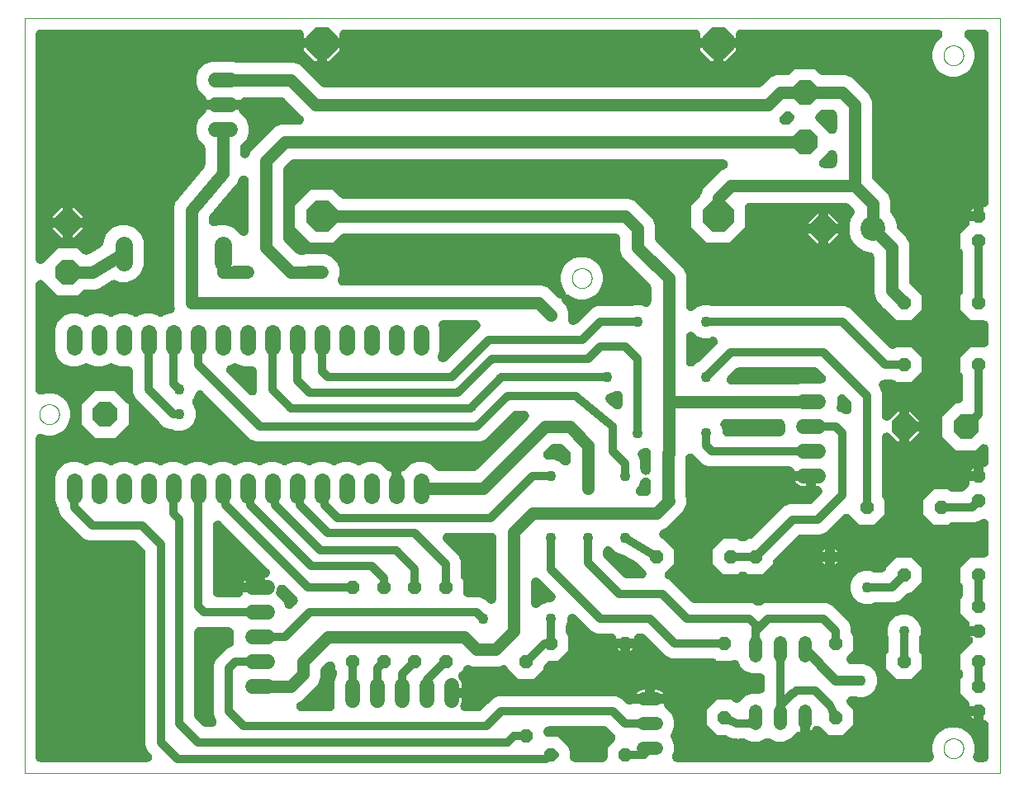
<source format=gbl>
G04 EAGLE Gerber X2 export*
%TF.Part,Single*%
%TF.FileFunction,Other,Bottom layer*%
%TF.FilePolarity,Positive*%
%TF.GenerationSoftware,Autodesk,EAGLE,8.7.0*%
%TF.CreationDate,2019-08-22T10:02:17Z*%
G75*
%MOMM*%
%FSLAX34Y34*%
%LPD*%
%AMOC8*
5,1,8,0,0,1.08239X$1,22.5*%
G01*
%ADD10C,0.000000*%
%ADD11P,3.436588X8X22.500000*%
%ADD12P,2.749271X8X22.500000*%
%ADD13C,1.574800*%
%ADD14C,1.320800*%
%ADD15C,1.524000*%
%ADD16P,1.429621X8X292.500000*%
%ADD17P,1.429621X8X22.500000*%
%ADD18P,1.429621X8X202.500000*%
%ADD19P,1.429621X8X112.500000*%
%ADD20C,1.778000*%
%ADD21C,2.540000*%
%ADD22P,2.749271X8X202.500000*%
%ADD23C,0.812800*%
%ADD24C,1.300000*%
%ADD25C,1.270000*%
%ADD26C,1.100000*%
%ADD27C,1.016000*%

G36*
X126080Y36846D02*
X126080Y36846D01*
X126317Y36853D01*
X126398Y36866D01*
X126480Y36871D01*
X126712Y36915D01*
X126946Y36952D01*
X127025Y36975D01*
X127106Y36990D01*
X127331Y37063D01*
X127558Y37129D01*
X127634Y37161D01*
X127712Y37187D01*
X127927Y37288D01*
X128144Y37381D01*
X128214Y37423D01*
X128288Y37458D01*
X128489Y37585D01*
X128692Y37705D01*
X128757Y37755D01*
X128827Y37799D01*
X129009Y37950D01*
X129196Y38094D01*
X129255Y38152D01*
X129318Y38204D01*
X129480Y38377D01*
X129648Y38544D01*
X129698Y38609D01*
X129754Y38668D01*
X129894Y38860D01*
X130039Y39047D01*
X130081Y39117D01*
X130129Y39183D01*
X130244Y39391D01*
X130365Y39594D01*
X130398Y39670D01*
X130437Y39741D01*
X130525Y39961D01*
X130619Y40179D01*
X130642Y40257D01*
X130672Y40334D01*
X130732Y40563D01*
X130798Y40790D01*
X130811Y40871D01*
X130832Y40950D01*
X130862Y41185D01*
X130899Y41419D01*
X130902Y41501D01*
X130913Y41582D01*
X130913Y41819D01*
X130921Y42056D01*
X130914Y42137D01*
X130914Y42220D01*
X130885Y42454D01*
X130863Y42690D01*
X130845Y42770D01*
X130835Y42852D01*
X130777Y43081D01*
X130726Y43312D01*
X130698Y43390D01*
X130678Y43469D01*
X130591Y43689D01*
X130512Y43913D01*
X130475Y43986D01*
X130445Y44062D01*
X130331Y44270D01*
X130224Y44481D01*
X130179Y44549D01*
X130139Y44621D01*
X130001Y44813D01*
X129868Y45009D01*
X129815Y45070D01*
X129766Y45138D01*
X129589Y45327D01*
X129436Y45502D01*
X126564Y48373D01*
X124205Y54068D01*
X124205Y251828D01*
X124201Y251901D01*
X124203Y251974D01*
X124181Y252219D01*
X124165Y252464D01*
X124152Y252535D01*
X124145Y252608D01*
X124092Y252848D01*
X124046Y253090D01*
X124023Y253159D01*
X124008Y253230D01*
X123925Y253461D01*
X123849Y253696D01*
X123818Y253762D01*
X123794Y253831D01*
X123683Y254050D01*
X123578Y254272D01*
X123539Y254334D01*
X123506Y254399D01*
X123369Y254603D01*
X123237Y254811D01*
X123191Y254867D01*
X123150Y254927D01*
X122997Y255101D01*
X122832Y255302D01*
X122771Y255359D01*
X122718Y255420D01*
X115720Y262418D01*
X115665Y262466D01*
X115615Y262519D01*
X115426Y262677D01*
X115242Y262839D01*
X115181Y262880D01*
X115125Y262927D01*
X114918Y263059D01*
X114715Y263197D01*
X114650Y263230D01*
X114588Y263270D01*
X114366Y263375D01*
X114147Y263487D01*
X114079Y263511D01*
X114013Y263543D01*
X113779Y263619D01*
X113548Y263703D01*
X113477Y263719D01*
X113407Y263742D01*
X113166Y263788D01*
X112926Y263842D01*
X112853Y263849D01*
X112782Y263863D01*
X112551Y263878D01*
X112292Y263903D01*
X112208Y263900D01*
X112128Y263905D01*
X66768Y263905D01*
X61073Y266264D01*
X37664Y289673D01*
X35305Y295368D01*
X35305Y295716D01*
X35301Y295789D01*
X35303Y295862D01*
X35281Y296107D01*
X35265Y296352D01*
X35252Y296423D01*
X35245Y296496D01*
X35192Y296736D01*
X35146Y296978D01*
X35123Y297047D01*
X35108Y297118D01*
X35025Y297349D01*
X34949Y297584D01*
X34918Y297650D01*
X34894Y297718D01*
X34783Y297937D01*
X34678Y298160D01*
X34639Y298222D01*
X34606Y298287D01*
X34594Y298306D01*
X31495Y305786D01*
X31495Y329214D01*
X34434Y336309D01*
X39865Y341740D01*
X46960Y344679D01*
X54640Y344679D01*
X61556Y341814D01*
X61625Y341790D01*
X61692Y341760D01*
X61926Y341687D01*
X62159Y341607D01*
X62231Y341593D01*
X62300Y341571D01*
X62542Y341528D01*
X62783Y341478D01*
X62856Y341472D01*
X62928Y341460D01*
X63173Y341447D01*
X63418Y341428D01*
X63491Y341431D01*
X63564Y341428D01*
X63809Y341446D01*
X64054Y341458D01*
X64126Y341470D01*
X64199Y341476D01*
X64440Y341525D01*
X64682Y341567D01*
X64752Y341588D01*
X64824Y341603D01*
X65042Y341677D01*
X65291Y341754D01*
X65368Y341788D01*
X65444Y341814D01*
X72360Y344679D01*
X80040Y344679D01*
X86956Y341814D01*
X87025Y341790D01*
X87092Y341760D01*
X87326Y341687D01*
X87559Y341607D01*
X87631Y341593D01*
X87700Y341571D01*
X87942Y341528D01*
X88183Y341478D01*
X88256Y341472D01*
X88328Y341460D01*
X88572Y341447D01*
X88818Y341428D01*
X88891Y341431D01*
X88964Y341428D01*
X89209Y341446D01*
X89454Y341458D01*
X89526Y341470D01*
X89599Y341476D01*
X89840Y341525D01*
X90082Y341567D01*
X90152Y341588D01*
X90223Y341603D01*
X90442Y341677D01*
X90691Y341754D01*
X90768Y341788D01*
X90844Y341814D01*
X97760Y344679D01*
X105440Y344679D01*
X112356Y341814D01*
X112425Y341790D01*
X112492Y341760D01*
X112726Y341687D01*
X112959Y341607D01*
X113031Y341593D01*
X113100Y341571D01*
X113342Y341528D01*
X113583Y341478D01*
X113656Y341472D01*
X113728Y341460D01*
X113972Y341447D01*
X114218Y341428D01*
X114291Y341431D01*
X114364Y341428D01*
X114609Y341446D01*
X114854Y341458D01*
X114926Y341470D01*
X114999Y341476D01*
X115240Y341525D01*
X115482Y341567D01*
X115552Y341588D01*
X115623Y341603D01*
X115842Y341677D01*
X116091Y341754D01*
X116168Y341788D01*
X116244Y341814D01*
X123160Y344679D01*
X130840Y344679D01*
X137756Y341814D01*
X137825Y341790D01*
X137892Y341760D01*
X138126Y341687D01*
X138359Y341607D01*
X138431Y341593D01*
X138500Y341571D01*
X138742Y341528D01*
X138983Y341478D01*
X139056Y341472D01*
X139128Y341460D01*
X139372Y341447D01*
X139618Y341428D01*
X139691Y341431D01*
X139764Y341428D01*
X140009Y341446D01*
X140254Y341458D01*
X140326Y341470D01*
X140399Y341476D01*
X140640Y341525D01*
X140882Y341567D01*
X140952Y341588D01*
X141023Y341603D01*
X141242Y341677D01*
X141491Y341754D01*
X141568Y341788D01*
X141644Y341814D01*
X148560Y344679D01*
X156240Y344679D01*
X163156Y341814D01*
X163225Y341790D01*
X163292Y341760D01*
X163526Y341687D01*
X163759Y341607D01*
X163831Y341593D01*
X163900Y341571D01*
X164142Y341528D01*
X164383Y341478D01*
X164456Y341472D01*
X164528Y341460D01*
X164772Y341447D01*
X165018Y341428D01*
X165091Y341431D01*
X165164Y341428D01*
X165409Y341446D01*
X165654Y341458D01*
X165726Y341470D01*
X165799Y341476D01*
X166040Y341525D01*
X166282Y341567D01*
X166352Y341588D01*
X166423Y341603D01*
X166642Y341677D01*
X166891Y341754D01*
X166968Y341788D01*
X167044Y341814D01*
X173960Y344679D01*
X181640Y344679D01*
X188556Y341814D01*
X188625Y341790D01*
X188692Y341760D01*
X188926Y341687D01*
X189159Y341607D01*
X189231Y341593D01*
X189300Y341571D01*
X189542Y341528D01*
X189783Y341478D01*
X189856Y341472D01*
X189928Y341460D01*
X190172Y341447D01*
X190418Y341428D01*
X190491Y341431D01*
X190564Y341428D01*
X190809Y341446D01*
X191054Y341458D01*
X191126Y341470D01*
X191199Y341476D01*
X191440Y341525D01*
X191682Y341567D01*
X191752Y341588D01*
X191823Y341603D01*
X192042Y341677D01*
X192291Y341754D01*
X192368Y341788D01*
X192444Y341814D01*
X199360Y344679D01*
X207040Y344679D01*
X213956Y341814D01*
X214025Y341790D01*
X214092Y341760D01*
X214326Y341687D01*
X214559Y341607D01*
X214631Y341593D01*
X214700Y341571D01*
X214942Y341528D01*
X215183Y341478D01*
X215256Y341472D01*
X215328Y341460D01*
X215572Y341447D01*
X215818Y341428D01*
X215891Y341431D01*
X215964Y341428D01*
X216209Y341446D01*
X216454Y341458D01*
X216526Y341470D01*
X216599Y341476D01*
X216840Y341525D01*
X217082Y341567D01*
X217152Y341588D01*
X217223Y341603D01*
X217442Y341677D01*
X217691Y341754D01*
X217768Y341788D01*
X217844Y341814D01*
X224760Y344679D01*
X232440Y344679D01*
X239356Y341814D01*
X239425Y341790D01*
X239492Y341760D01*
X239726Y341687D01*
X239959Y341607D01*
X240031Y341593D01*
X240100Y341571D01*
X240342Y341528D01*
X240583Y341478D01*
X240656Y341472D01*
X240728Y341460D01*
X240972Y341447D01*
X241218Y341428D01*
X241291Y341431D01*
X241364Y341428D01*
X241609Y341446D01*
X241854Y341458D01*
X241926Y341470D01*
X241999Y341476D01*
X242240Y341525D01*
X242482Y341567D01*
X242552Y341588D01*
X242623Y341603D01*
X242842Y341677D01*
X243091Y341754D01*
X243168Y341788D01*
X243244Y341814D01*
X250160Y344679D01*
X257840Y344679D01*
X264756Y341814D01*
X264825Y341790D01*
X264892Y341760D01*
X265126Y341687D01*
X265359Y341607D01*
X265431Y341593D01*
X265500Y341571D01*
X265742Y341528D01*
X265983Y341478D01*
X266056Y341472D01*
X266128Y341460D01*
X266372Y341447D01*
X266618Y341428D01*
X266691Y341431D01*
X266764Y341428D01*
X267009Y341446D01*
X267254Y341458D01*
X267326Y341470D01*
X267399Y341476D01*
X267640Y341525D01*
X267882Y341567D01*
X267952Y341588D01*
X268023Y341603D01*
X268242Y341677D01*
X268491Y341754D01*
X268568Y341788D01*
X268644Y341814D01*
X275560Y344679D01*
X283240Y344679D01*
X290156Y341814D01*
X290225Y341790D01*
X290292Y341760D01*
X290526Y341687D01*
X290759Y341607D01*
X290831Y341593D01*
X290900Y341571D01*
X291142Y341528D01*
X291383Y341478D01*
X291456Y341472D01*
X291528Y341460D01*
X291772Y341447D01*
X292018Y341428D01*
X292091Y341431D01*
X292164Y341428D01*
X292409Y341446D01*
X292654Y341458D01*
X292726Y341470D01*
X292799Y341476D01*
X293040Y341525D01*
X293282Y341567D01*
X293352Y341588D01*
X293423Y341603D01*
X293642Y341677D01*
X293891Y341754D01*
X293968Y341788D01*
X294044Y341814D01*
X300960Y344679D01*
X308640Y344679D01*
X315556Y341814D01*
X315625Y341790D01*
X315692Y341760D01*
X315926Y341687D01*
X316159Y341607D01*
X316231Y341593D01*
X316300Y341571D01*
X316542Y341528D01*
X316783Y341478D01*
X316856Y341472D01*
X316928Y341460D01*
X317172Y341447D01*
X317418Y341428D01*
X317491Y341431D01*
X317564Y341428D01*
X317809Y341446D01*
X318054Y341458D01*
X318126Y341470D01*
X318199Y341476D01*
X318440Y341525D01*
X318682Y341567D01*
X318752Y341588D01*
X318823Y341603D01*
X319042Y341677D01*
X319291Y341754D01*
X319368Y341788D01*
X319444Y341814D01*
X326360Y344679D01*
X334040Y344679D01*
X340956Y341814D01*
X341025Y341790D01*
X341092Y341760D01*
X341326Y341687D01*
X341559Y341607D01*
X341631Y341593D01*
X341700Y341571D01*
X341942Y341528D01*
X342183Y341478D01*
X342256Y341472D01*
X342328Y341460D01*
X342572Y341447D01*
X342818Y341428D01*
X342891Y341431D01*
X342964Y341428D01*
X343209Y341446D01*
X343454Y341458D01*
X343526Y341470D01*
X343599Y341476D01*
X343840Y341525D01*
X344082Y341567D01*
X344152Y341588D01*
X344223Y341603D01*
X344442Y341677D01*
X344691Y341754D01*
X344768Y341788D01*
X344844Y341814D01*
X351760Y344679D01*
X359440Y344679D01*
X366535Y341740D01*
X371969Y336306D01*
X372144Y336152D01*
X372313Y335992D01*
X372382Y335941D01*
X372447Y335885D01*
X372639Y335754D01*
X372828Y335616D01*
X372903Y335575D01*
X372973Y335527D01*
X373181Y335421D01*
X373385Y335308D01*
X373465Y335276D01*
X373541Y335237D01*
X373760Y335158D01*
X373977Y335072D01*
X374060Y335050D01*
X374140Y335021D01*
X374368Y334970D01*
X374594Y334911D01*
X374678Y334900D01*
X374762Y334882D01*
X374994Y334860D01*
X375225Y334830D01*
X375311Y334829D01*
X375396Y334821D01*
X375629Y334828D01*
X375863Y334828D01*
X375921Y334835D01*
X375921Y317500D01*
X375930Y317346D01*
X375930Y317191D01*
X375950Y317028D01*
X375961Y316864D01*
X375989Y316713D01*
X376009Y316559D01*
X376049Y316399D01*
X376080Y316239D01*
X376128Y316091D01*
X376166Y315941D01*
X376226Y315789D01*
X376276Y315633D01*
X376342Y315492D01*
X376399Y315348D01*
X376478Y315204D01*
X376547Y315056D01*
X376630Y314925D01*
X376705Y314789D01*
X376801Y314656D01*
X376888Y314518D01*
X376987Y314398D01*
X377078Y314273D01*
X377190Y314153D01*
X377294Y314027D01*
X377407Y313920D01*
X377513Y313807D01*
X377639Y313702D01*
X377758Y313590D01*
X377884Y313499D01*
X378003Y313400D01*
X378141Y313311D01*
X378273Y313215D01*
X378409Y313140D01*
X378540Y313057D01*
X378688Y312986D01*
X378831Y312907D01*
X378975Y312850D01*
X379115Y312784D01*
X379271Y312732D01*
X379423Y312672D01*
X379573Y312633D01*
X379721Y312585D01*
X379881Y312554D01*
X380040Y312513D01*
X380194Y312493D01*
X380346Y312463D01*
X380505Y312453D01*
X380672Y312432D01*
X380841Y312431D01*
X381000Y312421D01*
X381155Y312431D01*
X381309Y312431D01*
X381310Y312431D01*
X381473Y312451D01*
X381636Y312461D01*
X381788Y312490D01*
X381942Y312509D01*
X382101Y312550D01*
X382262Y312580D01*
X382409Y312628D01*
X382559Y312666D01*
X382712Y312726D01*
X382868Y312777D01*
X383008Y312843D01*
X383152Y312900D01*
X383296Y312978D01*
X383445Y313048D01*
X383575Y313131D01*
X383711Y313205D01*
X383844Y313301D01*
X383983Y313389D01*
X384102Y313488D01*
X384228Y313578D01*
X384347Y313690D01*
X384474Y313795D01*
X384580Y313908D01*
X384693Y314013D01*
X384798Y314139D01*
X384911Y314259D01*
X385002Y314384D01*
X385101Y314503D01*
X385189Y314641D01*
X385286Y314774D01*
X385360Y314909D01*
X385444Y315040D01*
X385514Y315188D01*
X385593Y315332D01*
X385650Y315476D01*
X385717Y315616D01*
X385768Y315772D01*
X385829Y315924D01*
X385867Y316074D01*
X385916Y316221D01*
X385947Y316382D01*
X385988Y316541D01*
X386008Y316694D01*
X386037Y316846D01*
X386047Y317005D01*
X386069Y317173D01*
X386069Y317341D01*
X386079Y317500D01*
X386079Y334834D01*
X386119Y334829D01*
X386352Y334829D01*
X386585Y334821D01*
X386671Y334829D01*
X386756Y334828D01*
X386988Y334858D01*
X387220Y334879D01*
X387304Y334897D01*
X387389Y334908D01*
X387615Y334966D01*
X387842Y335016D01*
X387922Y335045D01*
X388006Y335066D01*
X388223Y335152D01*
X388442Y335230D01*
X388519Y335269D01*
X388598Y335300D01*
X388803Y335412D01*
X389011Y335517D01*
X389082Y335565D01*
X389157Y335607D01*
X389346Y335743D01*
X389539Y335874D01*
X389602Y335929D01*
X389673Y335980D01*
X389860Y336156D01*
X390031Y336306D01*
X395465Y341740D01*
X402560Y344679D01*
X410240Y344679D01*
X417335Y341740D01*
X422307Y336768D01*
X422361Y336720D01*
X422411Y336667D01*
X422600Y336509D01*
X422784Y336347D01*
X422845Y336306D01*
X422901Y336259D01*
X423108Y336127D01*
X423311Y335989D01*
X423376Y335956D01*
X423438Y335916D01*
X423660Y335811D01*
X423879Y335699D01*
X423948Y335675D01*
X424014Y335643D01*
X424247Y335567D01*
X424478Y335483D01*
X424549Y335467D01*
X424619Y335444D01*
X424860Y335398D01*
X425100Y335344D01*
X425173Y335337D01*
X425244Y335323D01*
X425476Y335308D01*
X425734Y335283D01*
X425818Y335286D01*
X425898Y335281D01*
X460431Y335281D01*
X460504Y335285D01*
X460577Y335283D01*
X460822Y335305D01*
X461067Y335321D01*
X461139Y335334D01*
X461211Y335341D01*
X461452Y335394D01*
X461693Y335440D01*
X461762Y335463D01*
X461834Y335478D01*
X462065Y335561D01*
X462299Y335637D01*
X462365Y335668D01*
X462434Y335692D01*
X462653Y335803D01*
X462875Y335908D01*
X462937Y335947D01*
X463002Y335980D01*
X463206Y336117D01*
X463414Y336249D01*
X463470Y336295D01*
X463530Y336336D01*
X463704Y336489D01*
X463905Y336654D01*
X463962Y336715D01*
X464023Y336768D01*
X515839Y388584D01*
X515995Y388762D01*
X516158Y388934D01*
X516206Y389001D01*
X516260Y389062D01*
X516393Y389258D01*
X516533Y389450D01*
X516572Y389521D01*
X516618Y389589D01*
X516726Y389801D01*
X516840Y390007D01*
X516870Y390084D01*
X516908Y390157D01*
X516988Y390380D01*
X517076Y390600D01*
X517096Y390679D01*
X517124Y390756D01*
X517176Y390987D01*
X517235Y391216D01*
X517245Y391298D01*
X517263Y391378D01*
X517286Y391613D01*
X517316Y391848D01*
X517316Y391931D01*
X517324Y392012D01*
X517317Y392248D01*
X517317Y392486D01*
X517307Y392567D01*
X517304Y392649D01*
X517268Y392883D01*
X517238Y393118D01*
X517218Y393197D01*
X517205Y393278D01*
X517140Y393506D01*
X517081Y393735D01*
X517051Y393811D01*
X517028Y393890D01*
X516935Y394108D01*
X516848Y394328D01*
X516809Y394400D01*
X516776Y394475D01*
X516656Y394679D01*
X516542Y394887D01*
X516494Y394954D01*
X516453Y395024D01*
X516308Y395212D01*
X516169Y395404D01*
X516113Y395463D01*
X516063Y395528D01*
X515896Y395696D01*
X515734Y395869D01*
X515671Y395922D01*
X515613Y395980D01*
X515426Y396125D01*
X515244Y396277D01*
X515175Y396321D01*
X515110Y396371D01*
X514907Y396492D01*
X514707Y396620D01*
X514633Y396655D01*
X514563Y396697D01*
X514346Y396791D01*
X514132Y396893D01*
X514054Y396918D01*
X513979Y396951D01*
X513751Y397018D01*
X513526Y397092D01*
X513446Y397107D01*
X513367Y397130D01*
X513133Y397168D01*
X512901Y397213D01*
X512821Y397218D01*
X512738Y397231D01*
X512478Y397240D01*
X512247Y397255D01*
X503822Y397255D01*
X503749Y397251D01*
X503676Y397253D01*
X503431Y397231D01*
X503186Y397215D01*
X503115Y397202D01*
X503042Y397195D01*
X502802Y397142D01*
X502560Y397096D01*
X502491Y397073D01*
X502420Y397058D01*
X502189Y396975D01*
X501954Y396899D01*
X501888Y396868D01*
X501819Y396844D01*
X501600Y396733D01*
X501378Y396628D01*
X501316Y396589D01*
X501251Y396556D01*
X501047Y396419D01*
X500839Y396287D01*
X500783Y396241D01*
X500723Y396200D01*
X500549Y396047D01*
X500348Y395882D01*
X500291Y395821D01*
X500230Y395768D01*
X472327Y367864D01*
X466632Y365505D01*
X238218Y365505D01*
X232523Y367864D01*
X227450Y372937D01*
X183684Y416703D01*
X183538Y416832D01*
X183397Y416969D01*
X183299Y417043D01*
X183206Y417124D01*
X183045Y417234D01*
X182888Y417352D01*
X182781Y417413D01*
X182680Y417482D01*
X182505Y417571D01*
X182335Y417669D01*
X182222Y417716D01*
X182112Y417772D01*
X181928Y417838D01*
X181747Y417914D01*
X181628Y417946D01*
X181513Y417988D01*
X181322Y418031D01*
X181133Y418083D01*
X181011Y418100D01*
X180891Y418127D01*
X180696Y418146D01*
X180502Y418174D01*
X180379Y418176D01*
X180257Y418188D01*
X180061Y418182D01*
X179865Y418185D01*
X179743Y418172D01*
X179620Y418168D01*
X179426Y418138D01*
X179232Y418117D01*
X179112Y418089D01*
X178990Y418069D01*
X178802Y418015D01*
X178612Y417970D01*
X178497Y417927D01*
X178378Y417892D01*
X178198Y417815D01*
X178015Y417746D01*
X177906Y417689D01*
X177793Y417640D01*
X177624Y417541D01*
X177451Y417450D01*
X177351Y417379D01*
X177244Y417317D01*
X177089Y417197D01*
X176929Y417085D01*
X176838Y417002D01*
X176740Y416927D01*
X176602Y416789D01*
X176456Y416657D01*
X176376Y416564D01*
X176289Y416477D01*
X176169Y416323D01*
X176041Y416174D01*
X175973Y416072D01*
X175898Y415975D01*
X175797Y415806D01*
X175689Y415643D01*
X175636Y415535D01*
X175572Y415427D01*
X175487Y415232D01*
X175400Y415055D01*
X173024Y409317D01*
X172982Y409263D01*
X172898Y409122D01*
X172806Y408987D01*
X172735Y408849D01*
X172656Y408716D01*
X172591Y408565D01*
X172516Y408420D01*
X172464Y408274D01*
X172402Y408131D01*
X172356Y407974D01*
X172300Y407820D01*
X172266Y407669D01*
X172223Y407520D01*
X172197Y407358D01*
X172161Y407199D01*
X172146Y407044D01*
X172121Y406891D01*
X172116Y406727D01*
X172100Y406564D01*
X172105Y406409D01*
X172100Y406254D01*
X172115Y406091D01*
X172120Y405927D01*
X172144Y405774D01*
X172158Y405620D01*
X172193Y405460D01*
X172219Y405298D01*
X172262Y405149D01*
X172295Y404998D01*
X172350Y404843D01*
X172396Y404686D01*
X172457Y404544D01*
X172509Y404397D01*
X172583Y404251D01*
X172648Y404101D01*
X172727Y403967D01*
X172796Y403829D01*
X172888Y403693D01*
X172971Y403552D01*
X173022Y403486D01*
X175681Y397068D01*
X175681Y390332D01*
X173103Y384109D01*
X168341Y379347D01*
X162118Y376769D01*
X155382Y376769D01*
X152849Y377819D01*
X152819Y377829D01*
X152790Y377843D01*
X152517Y377932D01*
X152246Y378025D01*
X152215Y378032D01*
X152184Y378042D01*
X151903Y378096D01*
X151622Y378154D01*
X151590Y378157D01*
X151559Y378163D01*
X151308Y378179D01*
X150987Y378205D01*
X150945Y378203D01*
X150905Y378205D01*
X149318Y378205D01*
X143623Y380564D01*
X138550Y385637D01*
X118937Y405250D01*
X115352Y408836D01*
X115174Y408992D01*
X115002Y409154D01*
X114935Y409203D01*
X114874Y409257D01*
X114678Y409390D01*
X114486Y409529D01*
X114415Y409569D01*
X114347Y409615D01*
X114136Y409723D01*
X114054Y409768D01*
X114047Y409796D01*
X113940Y410099D01*
X113858Y410337D01*
X111505Y416018D01*
X111505Y437642D01*
X111496Y437797D01*
X111496Y437952D01*
X111476Y438114D01*
X111465Y438278D01*
X111436Y438430D01*
X111417Y438584D01*
X111377Y438743D01*
X111346Y438904D01*
X111298Y439051D01*
X111260Y439201D01*
X111200Y439354D01*
X111149Y439510D01*
X111084Y439650D01*
X111027Y439794D01*
X110948Y439938D01*
X110878Y440086D01*
X110796Y440217D01*
X110721Y440353D01*
X110625Y440486D01*
X110537Y440625D01*
X110439Y440744D01*
X110348Y440870D01*
X110236Y440989D01*
X110132Y441116D01*
X110019Y441222D01*
X109913Y441335D01*
X109787Y441440D01*
X109668Y441552D01*
X109542Y441644D01*
X109423Y441743D01*
X109285Y441831D01*
X109153Y441927D01*
X109017Y442002D01*
X108886Y442086D01*
X108738Y442156D01*
X108595Y442235D01*
X108451Y442292D01*
X108311Y442359D01*
X108155Y442410D01*
X108002Y442470D01*
X107852Y442509D01*
X107705Y442558D01*
X107544Y442589D01*
X107386Y442630D01*
X107232Y442649D01*
X107080Y442679D01*
X106921Y442689D01*
X106754Y442711D01*
X106585Y442711D01*
X106426Y442721D01*
X97760Y442721D01*
X90844Y445586D01*
X90775Y445610D01*
X90708Y445640D01*
X90474Y445713D01*
X90241Y445793D01*
X90169Y445807D01*
X90100Y445829D01*
X89858Y445872D01*
X89617Y445922D01*
X89544Y445928D01*
X89473Y445940D01*
X89227Y445953D01*
X88982Y445972D01*
X88909Y445969D01*
X88836Y445972D01*
X88591Y445954D01*
X88346Y445942D01*
X88274Y445930D01*
X88201Y445924D01*
X87960Y445875D01*
X87718Y445833D01*
X87648Y445812D01*
X87577Y445797D01*
X87358Y445723D01*
X87109Y445646D01*
X87032Y445612D01*
X86956Y445586D01*
X80040Y442721D01*
X72360Y442721D01*
X65444Y445586D01*
X65375Y445610D01*
X65308Y445640D01*
X65074Y445713D01*
X64841Y445793D01*
X64769Y445807D01*
X64700Y445829D01*
X64458Y445872D01*
X64217Y445922D01*
X64144Y445928D01*
X64073Y445940D01*
X63827Y445953D01*
X63582Y445972D01*
X63509Y445969D01*
X63436Y445972D01*
X63191Y445954D01*
X62946Y445942D01*
X62874Y445930D01*
X62801Y445924D01*
X62560Y445875D01*
X62318Y445833D01*
X62248Y445812D01*
X62177Y445797D01*
X61958Y445723D01*
X61709Y445646D01*
X61632Y445612D01*
X61556Y445586D01*
X54640Y442721D01*
X46960Y442721D01*
X39865Y445660D01*
X34434Y451091D01*
X31495Y458186D01*
X31495Y481614D01*
X34434Y488709D01*
X39865Y494140D01*
X46960Y497079D01*
X54640Y497079D01*
X61556Y494214D01*
X61625Y494190D01*
X61692Y494160D01*
X61926Y494087D01*
X62159Y494007D01*
X62231Y493993D01*
X62300Y493971D01*
X62542Y493928D01*
X62783Y493878D01*
X62856Y493872D01*
X62928Y493860D01*
X63173Y493847D01*
X63418Y493828D01*
X63491Y493831D01*
X63564Y493828D01*
X63809Y493846D01*
X64054Y493858D01*
X64126Y493870D01*
X64199Y493876D01*
X64440Y493925D01*
X64682Y493967D01*
X64752Y493988D01*
X64824Y494003D01*
X65042Y494077D01*
X65291Y494154D01*
X65368Y494188D01*
X65444Y494214D01*
X72360Y497079D01*
X80040Y497079D01*
X86956Y494214D01*
X87025Y494190D01*
X87092Y494160D01*
X87326Y494087D01*
X87559Y494007D01*
X87631Y493993D01*
X87700Y493971D01*
X87942Y493928D01*
X88183Y493878D01*
X88256Y493872D01*
X88328Y493860D01*
X88573Y493847D01*
X88818Y493828D01*
X88891Y493831D01*
X88964Y493828D01*
X89209Y493846D01*
X89454Y493858D01*
X89526Y493870D01*
X89599Y493876D01*
X89840Y493925D01*
X90082Y493967D01*
X90152Y493988D01*
X90224Y494003D01*
X90442Y494077D01*
X90691Y494154D01*
X90768Y494188D01*
X90844Y494214D01*
X97760Y497079D01*
X105440Y497079D01*
X112356Y494214D01*
X112425Y494190D01*
X112492Y494160D01*
X112726Y494087D01*
X112959Y494007D01*
X113031Y493993D01*
X113100Y493971D01*
X113342Y493928D01*
X113583Y493878D01*
X113656Y493872D01*
X113728Y493860D01*
X113973Y493847D01*
X114218Y493828D01*
X114291Y493831D01*
X114364Y493828D01*
X114609Y493846D01*
X114854Y493858D01*
X114926Y493870D01*
X114999Y493876D01*
X115240Y493925D01*
X115482Y493967D01*
X115552Y493988D01*
X115624Y494003D01*
X115842Y494077D01*
X116091Y494154D01*
X116168Y494188D01*
X116244Y494214D01*
X123160Y497079D01*
X130840Y497079D01*
X137756Y494214D01*
X137825Y494190D01*
X137892Y494160D01*
X138126Y494087D01*
X138359Y494007D01*
X138431Y493993D01*
X138500Y493971D01*
X138742Y493928D01*
X138983Y493878D01*
X139056Y493872D01*
X139128Y493860D01*
X139373Y493847D01*
X139618Y493828D01*
X139691Y493831D01*
X139764Y493828D01*
X140009Y493846D01*
X140254Y493858D01*
X140326Y493870D01*
X140399Y493876D01*
X140640Y493925D01*
X140882Y493967D01*
X140952Y493988D01*
X141024Y494003D01*
X141242Y494077D01*
X141491Y494154D01*
X141568Y494188D01*
X141644Y494214D01*
X148560Y497079D01*
X149126Y497079D01*
X149322Y497091D01*
X149518Y497094D01*
X149640Y497111D01*
X149762Y497119D01*
X149954Y497155D01*
X150149Y497183D01*
X150267Y497215D01*
X150388Y497238D01*
X150574Y497298D01*
X150763Y497350D01*
X150877Y497397D01*
X150994Y497435D01*
X151172Y497518D01*
X151353Y497593D01*
X151459Y497653D01*
X151571Y497706D01*
X151736Y497810D01*
X151907Y497907D01*
X152005Y497981D01*
X152109Y498047D01*
X152260Y498171D01*
X152417Y498289D01*
X152505Y498374D01*
X152600Y498452D01*
X152734Y498595D01*
X152875Y498731D01*
X152952Y498827D01*
X153037Y498916D01*
X153152Y499075D01*
X153275Y499227D01*
X153339Y499332D01*
X153412Y499431D01*
X153506Y499603D01*
X153609Y499770D01*
X153660Y499882D01*
X153719Y499989D01*
X153792Y500171D01*
X153873Y500350D01*
X153909Y500467D01*
X153955Y500582D01*
X154004Y500771D01*
X154062Y500958D01*
X154083Y501079D01*
X154114Y501198D01*
X154139Y501392D01*
X154173Y501586D01*
X154179Y501708D01*
X154195Y501830D01*
X154195Y502026D01*
X154205Y502222D01*
X154196Y502344D01*
X154196Y502468D01*
X154172Y502662D01*
X154157Y502857D01*
X154133Y502977D01*
X154118Y503100D01*
X154069Y503290D01*
X154030Y503482D01*
X153991Y503595D01*
X153960Y503717D01*
X153883Y503915D01*
X153819Y504102D01*
X153669Y504463D01*
X153669Y602213D01*
X153654Y602454D01*
X153648Y602673D01*
X153422Y605163D01*
X153439Y605218D01*
X153468Y605335D01*
X153506Y605449D01*
X153543Y605644D01*
X153590Y605837D01*
X153604Y605956D01*
X153627Y606075D01*
X153639Y606266D01*
X153663Y606470D01*
X153661Y606603D01*
X153669Y606729D01*
X153669Y606787D01*
X154626Y609096D01*
X154704Y609324D01*
X154783Y609529D01*
X155526Y611916D01*
X155563Y611960D01*
X155635Y612058D01*
X155713Y612149D01*
X155823Y612315D01*
X155940Y612474D01*
X155998Y612580D01*
X156065Y612681D01*
X156149Y612852D01*
X156249Y613032D01*
X156298Y613155D01*
X156354Y613269D01*
X156376Y613322D01*
X158144Y615089D01*
X158303Y615271D01*
X158454Y615429D01*
X184242Y646375D01*
X184338Y646505D01*
X184441Y646629D01*
X184525Y646762D01*
X184618Y646889D01*
X184697Y647030D01*
X184784Y647166D01*
X184851Y647308D01*
X184927Y647446D01*
X184987Y647596D01*
X185057Y647742D01*
X185106Y647891D01*
X185164Y648037D01*
X185205Y648194D01*
X185256Y648347D01*
X185286Y648502D01*
X185325Y648654D01*
X185346Y648814D01*
X185377Y648973D01*
X185387Y649125D01*
X185408Y649286D01*
X185409Y649461D01*
X185419Y649626D01*
X185419Y666915D01*
X185415Y666988D01*
X185417Y667061D01*
X185395Y667306D01*
X185379Y667551D01*
X185366Y667622D01*
X185359Y667695D01*
X185306Y667935D01*
X185260Y668177D01*
X185237Y668246D01*
X185222Y668317D01*
X185139Y668548D01*
X185063Y668783D01*
X185032Y668849D01*
X185008Y668918D01*
X184897Y669137D01*
X184792Y669359D01*
X184753Y669421D01*
X184720Y669486D01*
X184583Y669690D01*
X184451Y669898D01*
X184405Y669954D01*
X184364Y670014D01*
X184212Y670188D01*
X184046Y670389D01*
X183985Y670446D01*
X183932Y670507D01*
X179430Y675009D01*
X176529Y682011D01*
X176529Y689589D01*
X179430Y696591D01*
X184937Y702099D01*
X185091Y702274D01*
X185252Y702444D01*
X185302Y702513D01*
X185359Y702577D01*
X185490Y702770D01*
X185627Y702958D01*
X185669Y703033D01*
X185717Y703104D01*
X185823Y703312D01*
X185936Y703516D01*
X185968Y703595D01*
X186006Y703672D01*
X186085Y703891D01*
X186172Y704107D01*
X186194Y704190D01*
X186223Y704271D01*
X186274Y704498D01*
X186332Y704724D01*
X186343Y704809D01*
X186362Y704893D01*
X186384Y705125D01*
X186414Y705356D01*
X186414Y705442D01*
X186422Y705527D01*
X186415Y705760D01*
X186416Y705993D01*
X186406Y706078D01*
X186404Y706121D01*
X203200Y706121D01*
X219997Y706121D01*
X219996Y706096D01*
X219985Y706011D01*
X219985Y705778D01*
X219977Y705545D01*
X219985Y705460D01*
X219985Y705374D01*
X220014Y705143D01*
X220035Y704910D01*
X220054Y704827D01*
X220064Y704742D01*
X220122Y704516D01*
X220172Y704288D01*
X220201Y704208D01*
X220222Y704125D01*
X220308Y703908D01*
X220386Y703688D01*
X220425Y703612D01*
X220457Y703532D01*
X220569Y703328D01*
X220674Y703120D01*
X220722Y703049D01*
X220763Y702973D01*
X220900Y702784D01*
X221030Y702591D01*
X221086Y702528D01*
X221137Y702458D01*
X221312Y702271D01*
X221463Y702099D01*
X226970Y696591D01*
X229871Y689589D01*
X229871Y682011D01*
X226970Y675009D01*
X222468Y670507D01*
X222420Y670452D01*
X222367Y670402D01*
X222209Y670213D01*
X222047Y670029D01*
X222006Y669968D01*
X221959Y669912D01*
X221827Y669705D01*
X221689Y669502D01*
X221656Y669437D01*
X221616Y669375D01*
X221511Y669153D01*
X221399Y668934D01*
X221375Y668866D01*
X221343Y668800D01*
X221267Y668566D01*
X221183Y668335D01*
X221167Y668264D01*
X221144Y668194D01*
X221098Y667953D01*
X221044Y667713D01*
X221037Y667641D01*
X221023Y667569D01*
X221008Y667338D01*
X220983Y667079D01*
X220986Y666995D01*
X220981Y666915D01*
X220981Y661663D01*
X220998Y661386D01*
X221011Y661109D01*
X221018Y661068D01*
X221021Y661027D01*
X221073Y660754D01*
X221120Y660481D01*
X221132Y660442D01*
X221140Y660401D01*
X221226Y660137D01*
X221307Y659872D01*
X221324Y659834D01*
X221337Y659795D01*
X221455Y659544D01*
X221569Y659291D01*
X221590Y659256D01*
X221608Y659219D01*
X221756Y658984D01*
X221901Y658747D01*
X221927Y658715D01*
X221949Y658680D01*
X222126Y658466D01*
X222299Y658249D01*
X222328Y658221D01*
X222354Y658189D01*
X222557Y657999D01*
X222756Y657805D01*
X222788Y657781D01*
X222818Y657753D01*
X223043Y657589D01*
X223265Y657422D01*
X223300Y657402D01*
X223333Y657378D01*
X223576Y657244D01*
X223818Y657106D01*
X223856Y657090D01*
X223891Y657070D01*
X224149Y656968D01*
X224406Y656861D01*
X224445Y656850D01*
X224484Y656835D01*
X224752Y656765D01*
X225020Y656691D01*
X225061Y656686D01*
X225100Y656675D01*
X225377Y656640D01*
X225651Y656600D01*
X225691Y656600D01*
X225732Y656594D01*
X226010Y656594D01*
X226288Y656589D01*
X226329Y656593D01*
X226370Y656593D01*
X226645Y656627D01*
X226921Y656657D01*
X226961Y656667D01*
X227002Y656672D01*
X227271Y656740D01*
X227541Y656805D01*
X227580Y656819D01*
X227619Y656829D01*
X227878Y656931D01*
X228138Y657028D01*
X228174Y657047D01*
X228212Y657062D01*
X228457Y657196D01*
X228702Y657325D01*
X228735Y657348D01*
X228771Y657368D01*
X228997Y657531D01*
X229224Y657690D01*
X229254Y657717D01*
X229288Y657741D01*
X229491Y657931D01*
X229696Y658117D01*
X229723Y658148D01*
X229753Y658176D01*
X229931Y658390D01*
X230112Y658600D01*
X230134Y658634D01*
X230161Y658666D01*
X230310Y658900D01*
X230463Y659131D01*
X230481Y659168D01*
X230504Y659203D01*
X230642Y659494D01*
X230753Y659719D01*
X232576Y664122D01*
X256628Y688174D01*
X263163Y690881D01*
X281361Y690881D01*
X281597Y690896D01*
X281834Y690903D01*
X281915Y690916D01*
X281997Y690921D01*
X282229Y690965D01*
X282463Y691002D01*
X282542Y691025D01*
X282623Y691040D01*
X282848Y691113D01*
X283076Y691179D01*
X283151Y691211D01*
X283229Y691237D01*
X283443Y691337D01*
X283661Y691431D01*
X283731Y691473D01*
X283806Y691508D01*
X284005Y691634D01*
X284210Y691755D01*
X284275Y691805D01*
X284344Y691849D01*
X284526Y691999D01*
X284714Y692144D01*
X284772Y692202D01*
X284835Y692254D01*
X284997Y692427D01*
X285165Y692594D01*
X285215Y692659D01*
X285272Y692718D01*
X285411Y692910D01*
X285556Y693097D01*
X285598Y693167D01*
X285647Y693233D01*
X285761Y693441D01*
X285882Y693644D01*
X285915Y693719D01*
X285954Y693791D01*
X286042Y694012D01*
X286136Y694229D01*
X286159Y694307D01*
X286190Y694384D01*
X286249Y694613D01*
X286315Y694840D01*
X286328Y694921D01*
X286349Y695000D01*
X286379Y695235D01*
X286417Y695469D01*
X286419Y695551D01*
X286430Y695632D01*
X286430Y695869D01*
X286438Y696106D01*
X286431Y696187D01*
X286431Y696270D01*
X286402Y696505D01*
X286380Y696740D01*
X286362Y696820D01*
X286352Y696902D01*
X286294Y697132D01*
X286243Y697362D01*
X286215Y697440D01*
X286195Y697519D01*
X286108Y697740D01*
X286029Y697963D01*
X285992Y698036D01*
X285962Y698112D01*
X285848Y698321D01*
X285742Y698531D01*
X285696Y698599D01*
X285656Y698671D01*
X285517Y698863D01*
X285385Y699059D01*
X285332Y699120D01*
X285283Y699188D01*
X285105Y699378D01*
X284953Y699552D01*
X267173Y717332D01*
X267118Y717380D01*
X267068Y717433D01*
X266879Y717590D01*
X266695Y717753D01*
X266634Y717794D01*
X266578Y717841D01*
X266371Y717973D01*
X266168Y718111D01*
X266103Y718144D01*
X266041Y718184D01*
X265819Y718289D01*
X265600Y718401D01*
X265532Y718425D01*
X265466Y718457D01*
X265232Y718533D01*
X265001Y718617D01*
X264930Y718633D01*
X264860Y718656D01*
X264619Y718702D01*
X264379Y718756D01*
X264307Y718763D01*
X264235Y718777D01*
X264004Y718792D01*
X263745Y718817D01*
X263662Y718814D01*
X263581Y718819D01*
X225848Y718819D01*
X225613Y718805D01*
X225378Y718798D01*
X225295Y718785D01*
X225212Y718779D01*
X224981Y718735D01*
X224749Y718699D01*
X224668Y718676D01*
X224586Y718660D01*
X224362Y718588D01*
X224137Y718522D01*
X224060Y718489D01*
X223980Y718463D01*
X223767Y718363D01*
X223551Y718271D01*
X223479Y718228D01*
X223403Y718192D01*
X223205Y718067D01*
X223002Y717947D01*
X222936Y717896D01*
X222865Y717851D01*
X222684Y717702D01*
X222498Y717558D01*
X222439Y717499D01*
X222374Y717446D01*
X222213Y717274D01*
X222046Y717109D01*
X221995Y717043D01*
X221937Y716982D01*
X221799Y716791D01*
X221654Y716606D01*
X221612Y716534D01*
X221562Y716467D01*
X221459Y716279D01*
X203200Y716279D01*
X186403Y716279D01*
X186404Y716304D01*
X186415Y716389D01*
X186415Y716622D01*
X186423Y716855D01*
X186415Y716940D01*
X186415Y717026D01*
X186386Y717257D01*
X186365Y717490D01*
X186346Y717573D01*
X186336Y717658D01*
X186278Y717884D01*
X186228Y718112D01*
X186199Y718192D01*
X186178Y718275D01*
X186092Y718492D01*
X186014Y718712D01*
X185975Y718788D01*
X185943Y718868D01*
X185831Y719072D01*
X185726Y719280D01*
X185678Y719351D01*
X185637Y719427D01*
X185500Y719616D01*
X185370Y719809D01*
X185314Y719872D01*
X185263Y719942D01*
X185088Y720129D01*
X184937Y720301D01*
X179430Y725809D01*
X176529Y732811D01*
X176529Y740389D01*
X179430Y747391D01*
X184789Y752750D01*
X191791Y755651D01*
X214609Y755651D01*
X216742Y754767D01*
X216772Y754757D01*
X216801Y754743D01*
X217073Y754654D01*
X217345Y754561D01*
X217376Y754554D01*
X217407Y754544D01*
X217688Y754490D01*
X217969Y754432D01*
X218001Y754429D01*
X218032Y754423D01*
X218283Y754407D01*
X218604Y754381D01*
X218646Y754383D01*
X218686Y754381D01*
X276587Y754381D01*
X283122Y751674D01*
X304327Y730468D01*
X304382Y730420D01*
X304432Y730367D01*
X304621Y730209D01*
X304805Y730047D01*
X304866Y730006D01*
X304922Y729959D01*
X305129Y729827D01*
X305332Y729689D01*
X305397Y729656D01*
X305459Y729616D01*
X305681Y729511D01*
X305900Y729399D01*
X305968Y729375D01*
X306034Y729343D01*
X306268Y729267D01*
X306499Y729183D01*
X306570Y729167D01*
X306640Y729144D01*
X306881Y729098D01*
X307121Y729044D01*
X307193Y729037D01*
X307265Y729023D01*
X307496Y729008D01*
X307755Y728983D01*
X307838Y728986D01*
X307919Y728981D01*
X752531Y728981D01*
X752604Y728985D01*
X752677Y728983D01*
X752922Y729005D01*
X753167Y729021D01*
X753239Y729034D01*
X753311Y729041D01*
X753552Y729094D01*
X753793Y729140D01*
X753862Y729163D01*
X753934Y729178D01*
X754165Y729261D01*
X754399Y729337D01*
X754465Y729368D01*
X754534Y729392D01*
X754753Y729503D01*
X754975Y729608D01*
X755037Y729647D01*
X755102Y729680D01*
X755306Y729817D01*
X755514Y729949D01*
X755570Y729995D01*
X755630Y730036D01*
X755804Y730189D01*
X756005Y730354D01*
X756062Y730415D01*
X756123Y730468D01*
X764628Y738974D01*
X771163Y741681D01*
X781651Y741681D01*
X781724Y741685D01*
X781797Y741683D01*
X782042Y741705D01*
X782287Y741721D01*
X782358Y741734D01*
X782431Y741741D01*
X782671Y741794D01*
X782913Y741840D01*
X782982Y741863D01*
X783053Y741878D01*
X783284Y741961D01*
X783519Y742037D01*
X783585Y742068D01*
X783653Y742092D01*
X783872Y742203D01*
X784095Y742308D01*
X784157Y742347D01*
X784222Y742380D01*
X784426Y742517D01*
X784633Y742649D01*
X784690Y742695D01*
X784750Y742736D01*
X784924Y742888D01*
X785125Y743054D01*
X785182Y743115D01*
X785242Y743168D01*
X790105Y748031D01*
X810095Y748031D01*
X814958Y743168D01*
X815012Y743120D01*
X815062Y743067D01*
X815251Y742909D01*
X815435Y742747D01*
X815496Y742706D01*
X815552Y742659D01*
X815759Y742527D01*
X815962Y742389D01*
X816027Y742356D01*
X816089Y742316D01*
X816311Y742211D01*
X816530Y742099D01*
X816599Y742075D01*
X816665Y742043D01*
X816898Y741967D01*
X817129Y741883D01*
X817200Y741867D01*
X817270Y741844D01*
X817511Y741798D01*
X817751Y741744D01*
X817824Y741737D01*
X817895Y741723D01*
X818127Y741708D01*
X818385Y741683D01*
X818469Y741686D01*
X818549Y741681D01*
X841737Y741681D01*
X848272Y738974D01*
X860258Y726988D01*
X865974Y721272D01*
X868681Y714737D01*
X868681Y638119D01*
X868685Y638046D01*
X868683Y637973D01*
X868705Y637728D01*
X868721Y637483D01*
X868734Y637411D01*
X868741Y637339D01*
X868794Y637098D01*
X868840Y636857D01*
X868863Y636788D01*
X868878Y636716D01*
X868961Y636485D01*
X869037Y636251D01*
X869068Y636185D01*
X869092Y636116D01*
X869203Y635897D01*
X869308Y635675D01*
X869347Y635613D01*
X869380Y635548D01*
X869517Y635344D01*
X869649Y635136D01*
X869695Y635080D01*
X869736Y635020D01*
X869889Y634846D01*
X870054Y634645D01*
X870115Y634588D01*
X870168Y634527D01*
X885024Y619672D01*
X887731Y613137D01*
X887731Y602649D01*
X887735Y602576D01*
X887733Y602503D01*
X887755Y602258D01*
X887771Y602013D01*
X887784Y601942D01*
X887791Y601869D01*
X887844Y601629D01*
X887890Y601387D01*
X887913Y601318D01*
X887928Y601247D01*
X888011Y601015D01*
X888087Y600781D01*
X888118Y600715D01*
X888142Y600647D01*
X888253Y600428D01*
X888358Y600205D01*
X888397Y600143D01*
X888430Y600078D01*
X888567Y599874D01*
X888699Y599667D01*
X888745Y599610D01*
X888786Y599550D01*
X888939Y599376D01*
X889104Y599175D01*
X889165Y599118D01*
X889218Y599058D01*
X889259Y599017D01*
X892436Y593514D01*
X894081Y587377D01*
X894081Y587319D01*
X894085Y587246D01*
X894083Y587173D01*
X894105Y586928D01*
X894121Y586683D01*
X894134Y586611D01*
X894141Y586539D01*
X894194Y586298D01*
X894240Y586057D01*
X894262Y585988D01*
X894278Y585916D01*
X894361Y585685D01*
X894437Y585451D01*
X894468Y585385D01*
X894492Y585316D01*
X894603Y585097D01*
X894708Y584874D01*
X894747Y584813D01*
X894780Y584748D01*
X894917Y584544D01*
X895049Y584336D01*
X895095Y584280D01*
X895136Y584220D01*
X895289Y584046D01*
X895454Y583845D01*
X895515Y583788D01*
X895568Y583727D01*
X898358Y580938D01*
X904074Y575222D01*
X906781Y568687D01*
X906781Y530528D01*
X906785Y530455D01*
X906783Y530382D01*
X906805Y530137D01*
X906821Y529892D01*
X906834Y529821D01*
X906841Y529748D01*
X906894Y529508D01*
X906940Y529266D01*
X906963Y529197D01*
X906978Y529126D01*
X907061Y528895D01*
X907137Y528660D01*
X907168Y528594D01*
X907192Y528526D01*
X907303Y528306D01*
X907408Y528084D01*
X907447Y528022D01*
X907480Y527957D01*
X907617Y527753D01*
X907749Y527546D01*
X907795Y527489D01*
X907836Y527429D01*
X907989Y527255D01*
X908154Y527054D01*
X908215Y526997D01*
X908268Y526937D01*
X919735Y515470D01*
X919735Y500530D01*
X909170Y489965D01*
X894230Y489965D01*
X883103Y501092D01*
X883038Y501230D01*
X882999Y501291D01*
X882966Y501356D01*
X882829Y501560D01*
X882697Y501768D01*
X882651Y501824D01*
X882610Y501884D01*
X882457Y502058D01*
X882292Y502259D01*
X882231Y502316D01*
X882178Y502377D01*
X879642Y504912D01*
X873926Y510628D01*
X871219Y517163D01*
X871219Y554990D01*
X871210Y555142D01*
X871210Y555224D01*
X871210Y555225D01*
X871210Y555300D01*
X871190Y555462D01*
X871179Y555626D01*
X871150Y555778D01*
X871131Y555932D01*
X871091Y556091D01*
X871060Y556252D01*
X871012Y556399D01*
X870974Y556549D01*
X870914Y556702D01*
X870863Y556858D01*
X870798Y556998D01*
X870741Y557142D01*
X870662Y557286D01*
X870592Y557434D01*
X870510Y557565D01*
X870435Y557701D01*
X870339Y557834D01*
X870251Y557973D01*
X870153Y558092D01*
X870062Y558218D01*
X869950Y558337D01*
X869846Y558464D01*
X869733Y558570D01*
X869627Y558683D01*
X869501Y558788D01*
X869382Y558900D01*
X869256Y558992D01*
X869137Y559091D01*
X868999Y559179D01*
X868867Y559275D01*
X868731Y559350D01*
X868600Y559434D01*
X868452Y559504D01*
X868309Y559583D01*
X868165Y559640D01*
X868025Y559707D01*
X867869Y559758D01*
X867716Y559818D01*
X867566Y559857D01*
X867419Y559906D01*
X867292Y559930D01*
X860636Y561714D01*
X855133Y564891D01*
X850641Y569383D01*
X847464Y574886D01*
X845819Y581023D01*
X845819Y587377D01*
X847464Y593514D01*
X850429Y598651D01*
X850486Y598765D01*
X850551Y598875D01*
X850628Y599050D01*
X850713Y599221D01*
X850755Y599342D01*
X850806Y599459D01*
X850859Y599643D01*
X850922Y599823D01*
X850949Y599948D01*
X850985Y600070D01*
X851015Y600259D01*
X851055Y600446D01*
X851066Y600573D01*
X851086Y600699D01*
X851093Y600891D01*
X851109Y601081D01*
X851103Y601209D01*
X851108Y601336D01*
X851090Y601527D01*
X851082Y601718D01*
X851061Y601844D01*
X851050Y601971D01*
X851008Y602158D01*
X850977Y602346D01*
X850940Y602468D01*
X850912Y602593D01*
X850848Y602773D01*
X850793Y602956D01*
X850741Y603073D01*
X850698Y603193D01*
X850612Y603364D01*
X850535Y603539D01*
X850469Y603648D01*
X850411Y603762D01*
X850304Y603920D01*
X850205Y604084D01*
X850126Y604184D01*
X850055Y604290D01*
X849933Y604429D01*
X849810Y604584D01*
X849710Y604682D01*
X849622Y604782D01*
X845023Y609382D01*
X844968Y609430D01*
X844918Y609483D01*
X844729Y609640D01*
X844545Y609803D01*
X844484Y609844D01*
X844428Y609891D01*
X844221Y610023D01*
X844018Y610161D01*
X843953Y610194D01*
X843891Y610234D01*
X843669Y610339D01*
X843450Y610451D01*
X843382Y610475D01*
X843316Y610507D01*
X843082Y610583D01*
X842851Y610667D01*
X842779Y610683D01*
X842710Y610706D01*
X842469Y610752D01*
X842229Y610806D01*
X842157Y610813D01*
X842085Y610827D01*
X841854Y610842D01*
X841595Y610867D01*
X841512Y610864D01*
X841431Y610869D01*
X743585Y610869D01*
X743430Y610860D01*
X743275Y610860D01*
X743113Y610840D01*
X742949Y610829D01*
X742797Y610800D01*
X742643Y610781D01*
X742484Y610741D01*
X742323Y610710D01*
X742176Y610662D01*
X742026Y610624D01*
X741873Y610564D01*
X741717Y610513D01*
X741577Y610448D01*
X741433Y610391D01*
X741289Y610312D01*
X741141Y610242D01*
X741010Y610160D01*
X740874Y610085D01*
X740741Y609989D01*
X740602Y609901D01*
X740483Y609803D01*
X740357Y609712D01*
X740238Y609600D01*
X740111Y609496D01*
X740005Y609383D01*
X739892Y609277D01*
X739787Y609151D01*
X739675Y609032D01*
X739583Y608906D01*
X739484Y608787D01*
X739396Y608649D01*
X739300Y608517D01*
X739225Y608381D01*
X739141Y608250D01*
X739071Y608102D01*
X738992Y607959D01*
X738935Y607815D01*
X738868Y607675D01*
X738817Y607519D01*
X738757Y607366D01*
X738718Y607216D01*
X738669Y607069D01*
X738638Y606908D01*
X738597Y606750D01*
X738578Y606596D01*
X738548Y606444D01*
X738538Y606285D01*
X738516Y606118D01*
X738516Y605949D01*
X738506Y605790D01*
X738506Y585590D01*
X722510Y569594D01*
X699890Y569594D01*
X683894Y585590D01*
X683894Y608210D01*
X691932Y616248D01*
X691980Y616302D01*
X692033Y616352D01*
X692191Y616541D01*
X692353Y616726D01*
X692394Y616786D01*
X692441Y616842D01*
X692573Y617049D01*
X692711Y617253D01*
X692744Y617317D01*
X692784Y617379D01*
X692889Y617601D01*
X693001Y617820D01*
X693025Y617889D01*
X693057Y617955D01*
X693133Y618188D01*
X693217Y618419D01*
X693233Y618491D01*
X693256Y618560D01*
X693302Y618801D01*
X693356Y619041D01*
X693363Y619114D01*
X693377Y619185D01*
X693392Y619417D01*
X693392Y619422D01*
X696126Y626022D01*
X713828Y643724D01*
X718231Y645547D01*
X718480Y645669D01*
X718731Y645788D01*
X718766Y645810D01*
X718803Y645828D01*
X719035Y645980D01*
X719270Y646129D01*
X719301Y646155D01*
X719335Y646177D01*
X719546Y646357D01*
X719761Y646534D01*
X719789Y646564D01*
X719820Y646591D01*
X720006Y646795D01*
X720197Y646998D01*
X720222Y647032D01*
X720249Y647062D01*
X720408Y647288D01*
X720572Y647514D01*
X720592Y647549D01*
X720616Y647583D01*
X720746Y647828D01*
X720880Y648071D01*
X720895Y648110D01*
X720914Y648146D01*
X721013Y648405D01*
X721115Y648664D01*
X721126Y648703D01*
X721140Y648742D01*
X721205Y649012D01*
X721275Y649280D01*
X721280Y649321D01*
X721290Y649361D01*
X721320Y649637D01*
X721356Y649912D01*
X721356Y649953D01*
X721360Y649994D01*
X721356Y650272D01*
X721357Y650550D01*
X721352Y650590D01*
X721351Y650631D01*
X721312Y650906D01*
X721278Y651182D01*
X721268Y651222D01*
X721262Y651262D01*
X721189Y651530D01*
X721121Y651799D01*
X721106Y651837D01*
X721095Y651877D01*
X720990Y652133D01*
X720888Y652392D01*
X720868Y652428D01*
X720852Y652466D01*
X720716Y652707D01*
X720582Y652951D01*
X720558Y652985D01*
X720538Y653020D01*
X720372Y653242D01*
X720209Y653468D01*
X720181Y653498D01*
X720156Y653530D01*
X719963Y653731D01*
X719774Y653933D01*
X719742Y653959D01*
X719714Y653989D01*
X719497Y654163D01*
X719284Y654341D01*
X719250Y654363D01*
X719218Y654388D01*
X718981Y654534D01*
X718747Y654684D01*
X718710Y654701D01*
X718675Y654723D01*
X718422Y654838D01*
X718172Y654957D01*
X718133Y654970D01*
X718095Y654986D01*
X717830Y655069D01*
X717566Y655156D01*
X717526Y655163D01*
X717487Y655176D01*
X717214Y655224D01*
X716941Y655277D01*
X716900Y655280D01*
X716859Y655287D01*
X716538Y655303D01*
X716287Y655319D01*
X276169Y655319D01*
X276096Y655315D01*
X276023Y655317D01*
X275778Y655295D01*
X275533Y655279D01*
X275461Y655266D01*
X275389Y655259D01*
X275148Y655206D01*
X274907Y655160D01*
X274838Y655137D01*
X274766Y655122D01*
X274535Y655039D01*
X274301Y654963D01*
X274235Y654932D01*
X274166Y654908D01*
X273947Y654797D01*
X273725Y654692D01*
X273663Y654653D01*
X273598Y654620D01*
X273394Y654483D01*
X273186Y654351D01*
X273130Y654305D01*
X273070Y654264D01*
X272896Y654111D01*
X272695Y653946D01*
X272638Y653885D01*
X272577Y653832D01*
X266918Y648173D01*
X266870Y648118D01*
X266817Y648068D01*
X266659Y647879D01*
X266497Y647695D01*
X266456Y647634D01*
X266409Y647578D01*
X266277Y647371D01*
X266139Y647168D01*
X266106Y647103D01*
X266066Y647041D01*
X265961Y646819D01*
X265849Y646600D01*
X265825Y646532D01*
X265793Y646466D01*
X265717Y646232D01*
X265633Y646001D01*
X265617Y645930D01*
X265594Y645860D01*
X265548Y645619D01*
X265494Y645379D01*
X265487Y645307D01*
X265473Y645235D01*
X265458Y645004D01*
X265433Y644745D01*
X265436Y644662D01*
X265431Y644581D01*
X265431Y574619D01*
X265435Y574546D01*
X265433Y574473D01*
X265455Y574228D01*
X265471Y573983D01*
X265484Y573911D01*
X265491Y573839D01*
X265544Y573598D01*
X265590Y573357D01*
X265613Y573288D01*
X265628Y573216D01*
X265711Y572985D01*
X265787Y572751D01*
X265818Y572685D01*
X265842Y572616D01*
X265953Y572397D01*
X266058Y572175D01*
X266097Y572113D01*
X266130Y572048D01*
X266267Y571844D01*
X266399Y571636D01*
X266445Y571580D01*
X266486Y571520D01*
X266639Y571346D01*
X266804Y571145D01*
X266865Y571088D01*
X266918Y571027D01*
X278927Y559018D01*
X278982Y558970D01*
X279032Y558917D01*
X279221Y558759D01*
X279405Y558597D01*
X279466Y558556D01*
X279522Y558509D01*
X279729Y558377D01*
X279932Y558239D01*
X279997Y558206D01*
X280059Y558166D01*
X280281Y558061D01*
X280500Y557949D01*
X280568Y557925D01*
X280634Y557893D01*
X280868Y557817D01*
X281099Y557733D01*
X281170Y557717D01*
X281240Y557694D01*
X281481Y557648D01*
X281721Y557594D01*
X281793Y557587D01*
X281865Y557573D01*
X282096Y557558D01*
X282355Y557533D01*
X282438Y557536D01*
X282519Y557531D01*
X286635Y557531D01*
X286667Y557533D01*
X286699Y557531D01*
X286985Y557553D01*
X287271Y557571D01*
X287303Y557577D01*
X287334Y557579D01*
X287615Y557636D01*
X287897Y557690D01*
X287927Y557700D01*
X287959Y557706D01*
X288189Y557785D01*
X308641Y557785D01*
X315270Y555039D01*
X320343Y549966D01*
X323089Y543337D01*
X323089Y536163D01*
X321697Y532804D01*
X321634Y532619D01*
X321562Y532436D01*
X321531Y532317D01*
X321491Y532201D01*
X321451Y532009D01*
X321402Y531820D01*
X321387Y531698D01*
X321362Y531577D01*
X321346Y531382D01*
X321321Y531188D01*
X321321Y531064D01*
X321311Y530942D01*
X321321Y530746D01*
X321320Y530550D01*
X321335Y530428D01*
X321341Y530306D01*
X321375Y530113D01*
X321399Y529918D01*
X321429Y529799D01*
X321450Y529678D01*
X321508Y529491D01*
X321556Y529301D01*
X321601Y529186D01*
X321637Y529069D01*
X321718Y528890D01*
X321789Y528708D01*
X321848Y528600D01*
X321899Y528488D01*
X322001Y528321D01*
X322095Y528149D01*
X322167Y528049D01*
X322231Y527944D01*
X322353Y527791D01*
X322468Y527632D01*
X322552Y527543D01*
X322629Y527446D01*
X322769Y527310D01*
X322903Y527167D01*
X322998Y527088D01*
X323086Y527002D01*
X323242Y526885D01*
X323393Y526759D01*
X323496Y526693D01*
X323595Y526619D01*
X323765Y526522D01*
X323930Y526416D01*
X324041Y526364D01*
X324148Y526303D01*
X324328Y526227D01*
X324505Y526143D01*
X324622Y526105D01*
X324736Y526058D01*
X324925Y526006D01*
X325111Y525944D01*
X325231Y525921D01*
X325350Y525888D01*
X325544Y525860D01*
X325736Y525823D01*
X325856Y525815D01*
X325981Y525797D01*
X326193Y525793D01*
X326390Y525781D01*
X530587Y525781D01*
X537122Y523074D01*
X542838Y517358D01*
X546300Y513896D01*
X546517Y513704D01*
X546734Y513509D01*
X546757Y513493D01*
X546777Y513475D01*
X547017Y513312D01*
X547257Y513145D01*
X547282Y513132D01*
X547304Y513117D01*
X547564Y512984D01*
X547822Y512849D01*
X547847Y512840D01*
X547872Y512827D01*
X548147Y512728D01*
X548419Y512627D01*
X548446Y512620D01*
X548471Y512611D01*
X548755Y512547D01*
X549039Y512480D01*
X549066Y512478D01*
X549093Y512472D01*
X549382Y512444D01*
X549673Y512413D01*
X549700Y512414D01*
X549727Y512411D01*
X550018Y512420D01*
X550310Y512426D01*
X550337Y512430D01*
X550364Y512431D01*
X550652Y512476D01*
X550940Y512518D01*
X550966Y512525D01*
X550993Y512530D01*
X551124Y512567D01*
X551081Y512280D01*
X551034Y511992D01*
X551033Y511965D01*
X551029Y511938D01*
X551023Y511648D01*
X551013Y511355D01*
X551015Y511328D01*
X551014Y511301D01*
X551044Y511012D01*
X551071Y510721D01*
X551077Y510694D01*
X551079Y510667D01*
X551145Y510383D01*
X551208Y510099D01*
X551217Y510073D01*
X551223Y510046D01*
X551324Y509773D01*
X551422Y509499D01*
X551434Y509474D01*
X551444Y509449D01*
X551577Y509191D01*
X551709Y508930D01*
X551725Y508907D01*
X551737Y508883D01*
X551902Y508645D01*
X552066Y508402D01*
X552084Y508382D01*
X552099Y508359D01*
X552338Y508092D01*
X552498Y507910D01*
X554951Y505457D01*
X557681Y498867D01*
X557681Y491479D01*
X557669Y491434D01*
X557653Y491312D01*
X557628Y491191D01*
X557613Y490996D01*
X557588Y490802D01*
X557588Y490679D01*
X557578Y490556D01*
X557587Y490360D01*
X557587Y490164D01*
X557602Y490042D01*
X557608Y489920D01*
X557641Y489727D01*
X557666Y489532D01*
X557696Y489413D01*
X557717Y489292D01*
X557775Y489105D01*
X557823Y488915D01*
X557868Y488800D01*
X557904Y488683D01*
X557984Y488504D01*
X558056Y488322D01*
X558115Y488214D01*
X558166Y488102D01*
X558268Y487935D01*
X558362Y487763D01*
X558434Y487663D01*
X558498Y487558D01*
X558620Y487405D01*
X558735Y487246D01*
X558819Y487157D01*
X558896Y487060D01*
X559036Y486924D01*
X559170Y486781D01*
X559264Y486702D01*
X559353Y486616D01*
X559509Y486499D01*
X559660Y486373D01*
X559763Y486307D01*
X559861Y486233D01*
X560031Y486136D01*
X560197Y486030D01*
X560308Y485978D01*
X560414Y485917D01*
X560595Y485841D01*
X560772Y485757D01*
X560889Y485719D01*
X561003Y485672D01*
X561191Y485620D01*
X561378Y485558D01*
X561498Y485535D01*
X561617Y485502D01*
X561810Y485474D01*
X562003Y485437D01*
X562123Y485429D01*
X562247Y485411D01*
X562460Y485407D01*
X562657Y485395D01*
X562978Y485395D01*
X563051Y485399D01*
X563124Y485397D01*
X563369Y485419D01*
X563614Y485435D01*
X563685Y485448D01*
X563758Y485455D01*
X563998Y485508D01*
X564240Y485554D01*
X564309Y485577D01*
X564380Y485592D01*
X564611Y485675D01*
X564846Y485751D01*
X564912Y485782D01*
X564981Y485806D01*
X565200Y485917D01*
X565422Y486022D01*
X565484Y486061D01*
X565549Y486094D01*
X565753Y486231D01*
X565961Y486363D01*
X566017Y486409D01*
X566077Y486450D01*
X566251Y486603D01*
X566452Y486768D01*
X566509Y486829D01*
X566570Y486882D01*
X581773Y502086D01*
X587468Y504445D01*
X620805Y504445D01*
X620837Y504447D01*
X620869Y504445D01*
X621155Y504467D01*
X621441Y504485D01*
X621472Y504491D01*
X621504Y504493D01*
X621786Y504550D01*
X622067Y504604D01*
X622097Y504614D01*
X622129Y504620D01*
X622366Y504701D01*
X622673Y504801D01*
X622711Y504818D01*
X622749Y504831D01*
X625282Y505881D01*
X632018Y505881D01*
X635596Y504398D01*
X635782Y504335D01*
X635964Y504263D01*
X636083Y504232D01*
X636199Y504192D01*
X636391Y504152D01*
X636580Y504103D01*
X636703Y504088D01*
X636823Y504063D01*
X637018Y504047D01*
X637212Y504022D01*
X637336Y504022D01*
X637458Y504012D01*
X637654Y504022D01*
X637850Y504021D01*
X637972Y504036D01*
X638095Y504042D01*
X638287Y504076D01*
X638482Y504100D01*
X638601Y504130D01*
X638722Y504151D01*
X638909Y504209D01*
X639099Y504257D01*
X639214Y504302D01*
X639331Y504338D01*
X639510Y504418D01*
X639692Y504490D01*
X639800Y504549D01*
X639912Y504600D01*
X640079Y504702D01*
X640251Y504796D01*
X640351Y504868D01*
X640456Y504932D01*
X640609Y505054D01*
X640768Y505169D01*
X640858Y505253D01*
X640954Y505330D01*
X641090Y505470D01*
X641233Y505604D01*
X641312Y505699D01*
X641398Y505787D01*
X641516Y505944D01*
X641641Y506094D01*
X641707Y506197D01*
X641781Y506296D01*
X641878Y506466D01*
X641984Y506631D01*
X642036Y506742D01*
X642097Y506849D01*
X642173Y507029D01*
X642257Y507206D01*
X642295Y507324D01*
X642342Y507437D01*
X642394Y507626D01*
X642456Y507812D01*
X642479Y507932D01*
X642512Y508051D01*
X642540Y508245D01*
X642577Y508437D01*
X642585Y508557D01*
X642603Y508682D01*
X642606Y508850D01*
X642609Y508873D01*
X642609Y508929D01*
X642619Y509091D01*
X642619Y523931D01*
X642615Y524004D01*
X642617Y524077D01*
X642595Y524322D01*
X642579Y524567D01*
X642566Y524639D01*
X642559Y524711D01*
X642506Y524952D01*
X642460Y525193D01*
X642437Y525262D01*
X642422Y525334D01*
X642339Y525565D01*
X642263Y525799D01*
X642232Y525865D01*
X642208Y525934D01*
X642097Y526153D01*
X641992Y526375D01*
X641953Y526437D01*
X641920Y526502D01*
X641783Y526706D01*
X641651Y526914D01*
X641605Y526970D01*
X641564Y527030D01*
X641411Y527204D01*
X641246Y527405D01*
X641185Y527462D01*
X641132Y527523D01*
X613576Y555078D01*
X610869Y561613D01*
X610869Y574040D01*
X610860Y574195D01*
X610860Y574350D01*
X610840Y574512D01*
X610829Y574676D01*
X610800Y574828D01*
X610781Y574982D01*
X610741Y575141D01*
X610710Y575302D01*
X610662Y575449D01*
X610624Y575599D01*
X610564Y575752D01*
X610513Y575908D01*
X610448Y576048D01*
X610391Y576192D01*
X610312Y576336D01*
X610242Y576484D01*
X610160Y576615D01*
X610085Y576751D01*
X609989Y576884D01*
X609901Y577023D01*
X609803Y577142D01*
X609712Y577268D01*
X609600Y577387D01*
X609496Y577514D01*
X609383Y577620D01*
X609277Y577733D01*
X609151Y577838D01*
X609032Y577950D01*
X608906Y578042D01*
X608787Y578141D01*
X608649Y578229D01*
X608517Y578325D01*
X608381Y578400D01*
X608250Y578484D01*
X608102Y578554D01*
X607959Y578633D01*
X607815Y578690D01*
X607675Y578757D01*
X607519Y578808D01*
X607366Y578868D01*
X607216Y578907D01*
X607069Y578956D01*
X606908Y578987D01*
X606750Y579028D01*
X606596Y579047D01*
X606444Y579077D01*
X606285Y579087D01*
X606118Y579109D01*
X605949Y579109D01*
X605790Y579119D01*
X327739Y579119D01*
X327666Y579115D01*
X327593Y579117D01*
X327348Y579095D01*
X327103Y579079D01*
X327032Y579066D01*
X326959Y579059D01*
X326719Y579006D01*
X326478Y578960D01*
X326408Y578937D01*
X326337Y578922D01*
X326106Y578839D01*
X325871Y578763D01*
X325805Y578732D01*
X325737Y578708D01*
X325517Y578597D01*
X325295Y578492D01*
X325233Y578453D01*
X325168Y578420D01*
X324965Y578283D01*
X324757Y578151D01*
X324700Y578105D01*
X324640Y578064D01*
X324466Y577911D01*
X324265Y577746D01*
X324208Y577685D01*
X324148Y577632D01*
X316110Y569594D01*
X293490Y569594D01*
X277494Y585590D01*
X277494Y608210D01*
X293490Y624206D01*
X316110Y624206D01*
X324148Y616168D01*
X324202Y616120D01*
X324252Y616067D01*
X324442Y615909D01*
X324626Y615747D01*
X324686Y615706D01*
X324742Y615659D01*
X324949Y615527D01*
X325152Y615389D01*
X325218Y615356D01*
X325279Y615316D01*
X325501Y615211D01*
X325720Y615099D01*
X325788Y615075D01*
X325855Y615043D01*
X326089Y614966D01*
X326319Y614883D01*
X326391Y614867D01*
X326460Y614844D01*
X326701Y614798D01*
X326941Y614744D01*
X327014Y614737D01*
X327085Y614723D01*
X327317Y614708D01*
X327575Y614683D01*
X327659Y614686D01*
X327739Y614681D01*
X619487Y614681D01*
X626022Y611974D01*
X643724Y594272D01*
X646431Y587737D01*
X646431Y574619D01*
X646435Y574546D01*
X646433Y574473D01*
X646455Y574228D01*
X646471Y573983D01*
X646484Y573911D01*
X646491Y573839D01*
X646544Y573598D01*
X646590Y573357D01*
X646613Y573288D01*
X646628Y573216D01*
X646711Y572985D01*
X646787Y572751D01*
X646818Y572685D01*
X646842Y572616D01*
X646953Y572397D01*
X647058Y572175D01*
X647097Y572113D01*
X647130Y572048D01*
X647267Y571844D01*
X647399Y571636D01*
X647445Y571580D01*
X647486Y571520D01*
X647639Y571346D01*
X647804Y571145D01*
X647865Y571088D01*
X647918Y571027D01*
X675474Y543472D01*
X678181Y536937D01*
X678181Y504837D01*
X678196Y504601D01*
X678203Y504364D01*
X678216Y504283D01*
X678221Y504201D01*
X678265Y503969D01*
X678302Y503734D01*
X678325Y503655D01*
X678340Y503575D01*
X678413Y503350D01*
X678479Y503122D01*
X678511Y503047D01*
X678537Y502969D01*
X678637Y502754D01*
X678731Y502537D01*
X678773Y502467D01*
X678808Y502392D01*
X678935Y502192D01*
X679055Y501988D01*
X679105Y501924D01*
X679149Y501854D01*
X679300Y501671D01*
X679444Y501484D01*
X679502Y501426D01*
X679554Y501363D01*
X679727Y501200D01*
X679894Y501033D01*
X679959Y500983D01*
X680018Y500926D01*
X680210Y500787D01*
X680397Y500642D01*
X680467Y500600D01*
X680533Y500551D01*
X680741Y500437D01*
X680944Y500316D01*
X681020Y500283D01*
X681091Y500244D01*
X681311Y500156D01*
X681529Y500062D01*
X681607Y500039D01*
X681684Y500008D01*
X681913Y499949D01*
X682140Y499883D01*
X682221Y499870D01*
X682300Y499849D01*
X682535Y499819D01*
X682769Y499781D01*
X682851Y499779D01*
X682932Y499768D01*
X683169Y499768D01*
X683406Y499760D01*
X683487Y499767D01*
X683570Y499767D01*
X683804Y499796D01*
X684040Y499818D01*
X684120Y499835D01*
X684202Y499846D01*
X684431Y499904D01*
X684662Y499955D01*
X684740Y499983D01*
X684819Y500003D01*
X685040Y500089D01*
X685263Y500169D01*
X685336Y500206D01*
X685412Y500236D01*
X685620Y500350D01*
X685831Y500456D01*
X685899Y500502D01*
X685971Y500542D01*
X686163Y500681D01*
X686359Y500813D01*
X686420Y500866D01*
X686488Y500915D01*
X686678Y501092D01*
X686852Y501245D01*
X688910Y503303D01*
X695132Y505881D01*
X701868Y505881D01*
X704401Y504831D01*
X704431Y504821D01*
X704460Y504807D01*
X704733Y504718D01*
X705004Y504625D01*
X705035Y504618D01*
X705066Y504608D01*
X705347Y504554D01*
X705628Y504496D01*
X705660Y504493D01*
X705691Y504487D01*
X705942Y504471D01*
X706263Y504445D01*
X706305Y504447D01*
X706345Y504445D01*
X841282Y504445D01*
X846977Y502086D01*
X886787Y462275D01*
X886904Y462173D01*
X887013Y462063D01*
X887142Y461963D01*
X887265Y461854D01*
X887393Y461767D01*
X887516Y461672D01*
X887657Y461588D01*
X887792Y461496D01*
X887930Y461425D01*
X888063Y461346D01*
X888213Y461281D01*
X888360Y461206D01*
X888506Y461154D01*
X888648Y461092D01*
X888805Y461046D01*
X888959Y460990D01*
X889110Y460956D01*
X889259Y460913D01*
X889421Y460887D01*
X889581Y460851D01*
X889735Y460836D01*
X889888Y460812D01*
X890052Y460806D01*
X890215Y460790D01*
X890370Y460795D01*
X890525Y460790D01*
X890688Y460805D01*
X890852Y460810D01*
X891005Y460834D01*
X891159Y460848D01*
X891319Y460883D01*
X891481Y460909D01*
X891630Y460952D01*
X891781Y460985D01*
X891936Y461040D01*
X892093Y461086D01*
X892236Y461147D01*
X892382Y461199D01*
X892528Y461273D01*
X892678Y461338D01*
X892812Y461417D01*
X892950Y461487D01*
X893086Y461578D01*
X893227Y461662D01*
X893350Y461757D01*
X893478Y461843D01*
X893598Y461948D01*
X893731Y462051D01*
X893851Y462170D01*
X893971Y462276D01*
X894230Y462535D01*
X909170Y462535D01*
X919735Y451970D01*
X919735Y437030D01*
X909170Y426465D01*
X894230Y426465D01*
X893177Y427518D01*
X893123Y427566D01*
X893073Y427619D01*
X892884Y427777D01*
X892700Y427939D01*
X892639Y427980D01*
X892583Y428027D01*
X892376Y428159D01*
X892173Y428297D01*
X892108Y428330D01*
X892046Y428370D01*
X891824Y428475D01*
X891605Y428587D01*
X891536Y428611D01*
X891471Y428643D01*
X891237Y428719D01*
X891006Y428803D01*
X890935Y428819D01*
X890865Y428842D01*
X890624Y428888D01*
X890384Y428942D01*
X890311Y428949D01*
X890240Y428963D01*
X890008Y428978D01*
X889750Y429003D01*
X889666Y429000D01*
X889586Y429005D01*
X881240Y429005D01*
X881045Y428993D01*
X880849Y428990D01*
X880727Y428973D01*
X880604Y428965D01*
X880412Y428929D01*
X880218Y428901D01*
X880099Y428869D01*
X879978Y428846D01*
X879792Y428786D01*
X879603Y428734D01*
X879489Y428687D01*
X879372Y428649D01*
X879195Y428566D01*
X879014Y428491D01*
X878907Y428431D01*
X878795Y428378D01*
X878630Y428274D01*
X878460Y428177D01*
X878361Y428103D01*
X878257Y428037D01*
X878106Y427913D01*
X877949Y427795D01*
X877861Y427710D01*
X877766Y427632D01*
X877632Y427489D01*
X877491Y427353D01*
X877414Y427257D01*
X877329Y427168D01*
X877214Y427009D01*
X877091Y426857D01*
X877027Y426752D01*
X876954Y426653D01*
X876860Y426481D01*
X876757Y426314D01*
X876706Y426202D01*
X876647Y426095D01*
X876574Y425913D01*
X876493Y425734D01*
X876457Y425617D01*
X876411Y425502D01*
X876362Y425313D01*
X876304Y425126D01*
X876283Y425005D01*
X876252Y424886D01*
X876227Y424691D01*
X876193Y424499D01*
X876187Y424376D01*
X876171Y424254D01*
X876171Y424057D01*
X876161Y423862D01*
X876170Y423740D01*
X876170Y423616D01*
X876194Y423422D01*
X876209Y423227D01*
X876233Y423106D01*
X876249Y422984D01*
X876297Y422794D01*
X876336Y422603D01*
X876375Y422489D01*
X876406Y422367D01*
X876484Y422169D01*
X876547Y421982D01*
X879095Y415832D01*
X879095Y392211D01*
X879110Y391975D01*
X879117Y391738D01*
X879130Y391657D01*
X879135Y391575D01*
X879179Y391343D01*
X879216Y391108D01*
X879239Y391030D01*
X879254Y390949D01*
X879327Y390724D01*
X879393Y390496D01*
X879425Y390421D01*
X879451Y390343D01*
X879551Y390128D01*
X879645Y389911D01*
X879687Y389841D01*
X879722Y389766D01*
X879848Y389566D01*
X879969Y389362D01*
X880019Y389298D01*
X880063Y389228D01*
X880214Y389045D01*
X880358Y388858D01*
X880416Y388800D01*
X880468Y388737D01*
X880641Y388575D01*
X880808Y388407D01*
X880873Y388356D01*
X880932Y388300D01*
X881124Y388161D01*
X881311Y388015D01*
X881381Y387974D01*
X881447Y387925D01*
X881655Y387811D01*
X881858Y387690D01*
X881934Y387657D01*
X882005Y387618D01*
X882225Y387530D01*
X882443Y387436D01*
X882521Y387413D01*
X882598Y387382D01*
X882827Y387323D01*
X883054Y387257D01*
X883135Y387243D01*
X883214Y387223D01*
X883449Y387193D01*
X883683Y387155D01*
X883765Y387152D01*
X883846Y387142D01*
X884083Y387142D01*
X884320Y387134D01*
X884401Y387141D01*
X884484Y387141D01*
X884719Y387170D01*
X884954Y387192D01*
X885034Y387209D01*
X885116Y387220D01*
X885346Y387278D01*
X885576Y387329D01*
X885654Y387356D01*
X885733Y387377D01*
X885954Y387463D01*
X886177Y387543D01*
X886250Y387580D01*
X886326Y387610D01*
X886534Y387724D01*
X886745Y387830D01*
X886813Y387876D01*
X886885Y387916D01*
X887077Y388054D01*
X887273Y388187D01*
X887334Y388240D01*
X887402Y388289D01*
X887592Y388466D01*
X887766Y388619D01*
X895387Y396241D01*
X896621Y396241D01*
X896621Y381000D01*
X896621Y365759D01*
X895387Y365759D01*
X887766Y373381D01*
X887588Y373537D01*
X887416Y373700D01*
X887349Y373748D01*
X887288Y373802D01*
X887092Y373935D01*
X886900Y374075D01*
X886829Y374114D01*
X886761Y374160D01*
X886550Y374268D01*
X886343Y374382D01*
X886266Y374413D01*
X886193Y374450D01*
X885971Y374530D01*
X885750Y374618D01*
X885671Y374638D01*
X885594Y374666D01*
X885363Y374718D01*
X885134Y374777D01*
X885052Y374787D01*
X884972Y374805D01*
X884737Y374828D01*
X884502Y374858D01*
X884419Y374858D01*
X884338Y374866D01*
X884102Y374859D01*
X883864Y374859D01*
X883783Y374849D01*
X883701Y374846D01*
X883467Y374810D01*
X883232Y374780D01*
X883153Y374760D01*
X883072Y374747D01*
X882844Y374682D01*
X882615Y374623D01*
X882539Y374593D01*
X882460Y374570D01*
X882242Y374477D01*
X882022Y374390D01*
X881950Y374351D01*
X881875Y374318D01*
X881671Y374198D01*
X881463Y374084D01*
X881396Y374036D01*
X881326Y373995D01*
X881138Y373850D01*
X880946Y373711D01*
X880886Y373655D01*
X880822Y373605D01*
X880654Y373438D01*
X880481Y373276D01*
X880428Y373213D01*
X880370Y373155D01*
X880225Y372969D01*
X880073Y372786D01*
X880029Y372717D01*
X879979Y372653D01*
X879858Y372449D01*
X879730Y372250D01*
X879695Y372175D01*
X879653Y372105D01*
X879559Y371888D01*
X879457Y371674D01*
X879432Y371596D01*
X879399Y371521D01*
X879332Y371294D01*
X879258Y371069D01*
X879243Y370988D01*
X879220Y370909D01*
X879182Y370675D01*
X879137Y370443D01*
X879132Y370363D01*
X879119Y370280D01*
X879110Y370020D01*
X879095Y369789D01*
X879095Y310564D01*
X879099Y310491D01*
X879097Y310418D01*
X879119Y310173D01*
X879135Y309928D01*
X879148Y309857D01*
X879155Y309784D01*
X879208Y309543D01*
X879254Y309302D01*
X879276Y309233D01*
X879292Y309162D01*
X879375Y308930D01*
X879451Y308696D01*
X879482Y308630D01*
X879506Y308561D01*
X879617Y308342D01*
X879722Y308120D01*
X879761Y308058D01*
X879794Y307993D01*
X879931Y307789D01*
X880063Y307582D01*
X880109Y307525D01*
X880150Y307465D01*
X880303Y307291D01*
X880468Y307090D01*
X880529Y307033D01*
X880582Y306972D01*
X881635Y305920D01*
X881635Y290980D01*
X871070Y280415D01*
X856130Y280415D01*
X846346Y290200D01*
X846230Y290302D01*
X846120Y290412D01*
X845990Y290513D01*
X845868Y290621D01*
X845740Y290708D01*
X845617Y290803D01*
X845476Y290887D01*
X845341Y290979D01*
X845203Y291050D01*
X845070Y291129D01*
X844920Y291194D01*
X844773Y291269D01*
X844627Y291321D01*
X844485Y291383D01*
X844328Y291429D01*
X844174Y291485D01*
X844023Y291519D01*
X843874Y291562D01*
X843712Y291588D01*
X843552Y291624D01*
X843398Y291639D01*
X843245Y291663D01*
X843081Y291669D01*
X842918Y291685D01*
X842763Y291680D01*
X842608Y291685D01*
X842445Y291670D01*
X842281Y291665D01*
X842128Y291641D01*
X841974Y291627D01*
X841814Y291592D01*
X841652Y291566D01*
X841503Y291523D01*
X841352Y291490D01*
X841197Y291435D01*
X841040Y291389D01*
X840897Y291328D01*
X840751Y291276D01*
X840605Y291202D01*
X840454Y291137D01*
X840321Y291058D01*
X840183Y290988D01*
X840047Y290897D01*
X839906Y290813D01*
X839783Y290718D01*
X839655Y290632D01*
X839535Y290527D01*
X839402Y290424D01*
X839282Y290305D01*
X839162Y290200D01*
X821577Y272614D01*
X815882Y270255D01*
X795922Y270255D01*
X795849Y270251D01*
X795776Y270253D01*
X795531Y270231D01*
X795286Y270215D01*
X795215Y270202D01*
X795142Y270195D01*
X794902Y270142D01*
X794660Y270096D01*
X794591Y270073D01*
X794520Y270058D01*
X794289Y269975D01*
X794054Y269899D01*
X793988Y269868D01*
X793919Y269844D01*
X793700Y269733D01*
X793478Y269628D01*
X793416Y269589D01*
X793351Y269556D01*
X793147Y269419D01*
X792939Y269287D01*
X792883Y269241D01*
X792823Y269200D01*
X792649Y269047D01*
X792448Y268882D01*
X792391Y268821D01*
X792330Y268768D01*
X768822Y245260D01*
X768774Y245205D01*
X768721Y245155D01*
X768563Y244966D01*
X768401Y244782D01*
X768360Y244721D01*
X768313Y244665D01*
X768181Y244458D01*
X768043Y244255D01*
X768010Y244190D01*
X767970Y244128D01*
X767865Y243906D01*
X767753Y243687D01*
X767729Y243619D01*
X767697Y243553D01*
X767620Y243318D01*
X767537Y243088D01*
X767521Y243017D01*
X767498Y242947D01*
X767452Y242706D01*
X767398Y242466D01*
X767391Y242393D01*
X767377Y242322D01*
X767362Y242091D01*
X767337Y241832D01*
X767340Y241748D01*
X767335Y241668D01*
X767335Y240180D01*
X756770Y229615D01*
X741830Y229615D01*
X740777Y230668D01*
X740723Y230716D01*
X740673Y230769D01*
X740484Y230927D01*
X740300Y231089D01*
X740239Y231130D01*
X740183Y231177D01*
X739976Y231309D01*
X739773Y231447D01*
X739708Y231480D01*
X739646Y231520D01*
X739424Y231625D01*
X739205Y231737D01*
X739136Y231761D01*
X739071Y231793D01*
X738837Y231869D01*
X738606Y231953D01*
X738535Y231969D01*
X738465Y231992D01*
X738224Y232038D01*
X737984Y232092D01*
X737911Y232099D01*
X737840Y232113D01*
X737608Y232128D01*
X737350Y232153D01*
X737266Y232150D01*
X737186Y232155D01*
X736014Y232155D01*
X735941Y232151D01*
X735868Y232153D01*
X735623Y232131D01*
X735378Y232115D01*
X735307Y232102D01*
X735234Y232095D01*
X734993Y232042D01*
X734752Y231996D01*
X734683Y231974D01*
X734612Y231958D01*
X734380Y231875D01*
X734146Y231799D01*
X734080Y231768D01*
X734011Y231744D01*
X733792Y231633D01*
X733570Y231528D01*
X733508Y231489D01*
X733443Y231456D01*
X733239Y231319D01*
X733032Y231187D01*
X732975Y231141D01*
X732915Y231100D01*
X732741Y230947D01*
X732540Y230782D01*
X732483Y230721D01*
X732422Y230668D01*
X731370Y229615D01*
X716430Y229615D01*
X705865Y240180D01*
X705865Y255120D01*
X716430Y265685D01*
X731370Y265685D01*
X732422Y264632D01*
X732477Y264584D01*
X732527Y264531D01*
X732716Y264374D01*
X732900Y264211D01*
X732961Y264170D01*
X733017Y264123D01*
X733224Y263991D01*
X733427Y263853D01*
X733492Y263820D01*
X733554Y263780D01*
X733776Y263675D01*
X733995Y263563D01*
X734063Y263539D01*
X734129Y263507D01*
X734363Y263430D01*
X734594Y263347D01*
X734665Y263331D01*
X734735Y263308D01*
X734976Y263262D01*
X735216Y263208D01*
X735289Y263201D01*
X735360Y263187D01*
X735591Y263172D01*
X735850Y263147D01*
X735934Y263150D01*
X736014Y263145D01*
X737186Y263145D01*
X737259Y263149D01*
X737332Y263147D01*
X737577Y263169D01*
X737822Y263185D01*
X737893Y263198D01*
X737966Y263205D01*
X738206Y263258D01*
X738448Y263304D01*
X738517Y263327D01*
X738588Y263342D01*
X738819Y263425D01*
X739054Y263501D01*
X739120Y263532D01*
X739188Y263556D01*
X739408Y263667D01*
X739630Y263772D01*
X739692Y263811D01*
X739757Y263844D01*
X739961Y263981D01*
X740168Y264113D01*
X740225Y264159D01*
X740285Y264200D01*
X740459Y264353D01*
X740660Y264518D01*
X740717Y264579D01*
X740777Y264632D01*
X741830Y265685D01*
X743318Y265685D01*
X743391Y265689D01*
X743464Y265687D01*
X743709Y265709D01*
X743954Y265725D01*
X744025Y265738D01*
X744098Y265745D01*
X744338Y265798D01*
X744580Y265844D01*
X744649Y265867D01*
X744720Y265882D01*
X744951Y265965D01*
X745186Y266041D01*
X745252Y266072D01*
X745321Y266096D01*
X745540Y266207D01*
X745762Y266312D01*
X745824Y266351D01*
X745889Y266384D01*
X746093Y266521D01*
X746301Y266653D01*
X746357Y266699D01*
X746417Y266740D01*
X746591Y266893D01*
X746792Y267058D01*
X746849Y267119D01*
X746910Y267172D01*
X773550Y293813D01*
X778623Y298886D01*
X784318Y301245D01*
X804278Y301245D01*
X804351Y301249D01*
X804424Y301247D01*
X804669Y301269D01*
X804914Y301285D01*
X804985Y301298D01*
X805058Y301305D01*
X805299Y301358D01*
X805540Y301404D01*
X805609Y301426D01*
X805680Y301442D01*
X805912Y301525D01*
X806146Y301601D01*
X806212Y301632D01*
X806281Y301656D01*
X806500Y301767D01*
X806722Y301872D01*
X806784Y301911D01*
X806849Y301944D01*
X807053Y302081D01*
X807261Y302213D01*
X807317Y302259D01*
X807377Y302300D01*
X807551Y302453D01*
X807752Y302618D01*
X807809Y302679D01*
X807870Y302732D01*
X816506Y311368D01*
X816662Y311546D01*
X816824Y311718D01*
X816873Y311785D01*
X816927Y311846D01*
X817060Y312042D01*
X817199Y312234D01*
X817239Y312305D01*
X817285Y312373D01*
X817393Y312584D01*
X817507Y312791D01*
X817537Y312868D01*
X817575Y312941D01*
X817655Y313163D01*
X817742Y313384D01*
X817763Y313463D01*
X817791Y313540D01*
X817843Y313771D01*
X817902Y314000D01*
X817912Y314082D01*
X817930Y314162D01*
X817953Y314397D01*
X817983Y314632D01*
X817983Y314715D01*
X817991Y314796D01*
X817983Y315032D01*
X817984Y315270D01*
X817974Y315351D01*
X817971Y315433D01*
X817934Y315667D01*
X817905Y315902D01*
X817885Y315981D01*
X817872Y316062D01*
X817806Y316290D01*
X817748Y316519D01*
X817718Y316595D01*
X817695Y316674D01*
X817602Y316892D01*
X817515Y317112D01*
X817475Y317184D01*
X817443Y317259D01*
X817323Y317463D01*
X817209Y317671D01*
X817161Y317738D01*
X817119Y317808D01*
X816975Y317996D01*
X816836Y318188D01*
X816780Y318248D01*
X816730Y318312D01*
X816563Y318480D01*
X816401Y318653D01*
X816338Y318706D01*
X816280Y318764D01*
X816093Y318909D01*
X815911Y319061D01*
X815842Y319105D01*
X815777Y319155D01*
X815574Y319276D01*
X815374Y319404D01*
X815300Y319439D01*
X815230Y319481D01*
X815013Y319575D01*
X814799Y319677D01*
X814721Y319702D01*
X814645Y319735D01*
X814418Y319802D01*
X814193Y319876D01*
X814113Y319891D01*
X814034Y319914D01*
X813800Y319952D01*
X813568Y319997D01*
X813487Y320002D01*
X813405Y320015D01*
X813145Y320024D01*
X812914Y320039D01*
X811529Y320039D01*
X811529Y330200D01*
X811520Y330354D01*
X811520Y330509D01*
X811500Y330672D01*
X811489Y330836D01*
X811460Y330987D01*
X811441Y331141D01*
X811401Y331301D01*
X811370Y331461D01*
X811322Y331609D01*
X811284Y331759D01*
X811224Y331911D01*
X811174Y332067D01*
X811108Y332208D01*
X811051Y332352D01*
X810972Y332496D01*
X810903Y332644D01*
X810820Y332775D01*
X810745Y332911D01*
X810649Y333044D01*
X810561Y333182D01*
X810463Y333302D01*
X810372Y333427D01*
X810260Y333547D01*
X810156Y333673D01*
X810155Y333674D01*
X810043Y333780D01*
X809937Y333893D01*
X809811Y333998D01*
X809691Y334111D01*
X809566Y334202D01*
X809447Y334301D01*
X809309Y334389D01*
X809176Y334486D01*
X809041Y334560D01*
X808910Y334644D01*
X808762Y334714D01*
X808618Y334793D01*
X808474Y334850D01*
X808334Y334917D01*
X808178Y334968D01*
X808026Y335029D01*
X807876Y335067D01*
X807729Y335116D01*
X807568Y335147D01*
X807409Y335188D01*
X807256Y335208D01*
X807104Y335237D01*
X806945Y335247D01*
X806777Y335269D01*
X806609Y335269D01*
X806450Y335279D01*
X789444Y335279D01*
X789444Y335336D01*
X789443Y335339D01*
X789443Y335343D01*
X789404Y335656D01*
X789365Y335968D01*
X789364Y335971D01*
X789364Y335975D01*
X789285Y336281D01*
X789208Y336585D01*
X789206Y336589D01*
X789206Y336592D01*
X789096Y336869D01*
X788975Y337178D01*
X788973Y337182D01*
X788971Y337185D01*
X788829Y337444D01*
X788669Y337737D01*
X788667Y337740D01*
X788665Y337743D01*
X788482Y337996D01*
X788296Y338254D01*
X788293Y338256D01*
X788291Y338259D01*
X788074Y338490D01*
X787861Y338719D01*
X787858Y338722D01*
X787856Y338724D01*
X787613Y338926D01*
X787371Y339127D01*
X787368Y339129D01*
X787365Y339131D01*
X787097Y339302D01*
X786834Y339470D01*
X786831Y339471D01*
X786828Y339473D01*
X786551Y339604D01*
X786258Y339743D01*
X786255Y339744D01*
X786252Y339745D01*
X785958Y339841D01*
X785653Y339942D01*
X785650Y339942D01*
X785646Y339943D01*
X785342Y340002D01*
X785028Y340063D01*
X785024Y340063D01*
X785020Y340064D01*
X784385Y340105D01*
X784379Y340105D01*
X784374Y340105D01*
X701768Y340105D01*
X696073Y342464D01*
X691000Y347537D01*
X690437Y348100D01*
X686459Y352078D01*
X686416Y352116D01*
X686376Y352159D01*
X686176Y352328D01*
X685981Y352500D01*
X685933Y352532D01*
X685889Y352570D01*
X685670Y352711D01*
X685454Y352858D01*
X685402Y352884D01*
X685354Y352916D01*
X685119Y353029D01*
X684886Y353147D01*
X684832Y353167D01*
X684780Y353192D01*
X684532Y353275D01*
X684287Y353364D01*
X684231Y353376D01*
X684176Y353395D01*
X683920Y353446D01*
X683665Y353503D01*
X683607Y353508D01*
X683551Y353520D01*
X683291Y353539D01*
X683031Y353563D01*
X682973Y353562D01*
X682915Y353566D01*
X682655Y353552D01*
X682394Y353544D01*
X682337Y353535D01*
X682279Y353532D01*
X682023Y353486D01*
X681765Y353445D01*
X681709Y353429D01*
X681652Y353419D01*
X681404Y353341D01*
X681153Y353268D01*
X681099Y353245D01*
X681044Y353228D01*
X680808Y353119D01*
X680568Y353016D01*
X680518Y352986D01*
X680465Y352962D01*
X680244Y352825D01*
X680019Y352692D01*
X679973Y352657D01*
X679924Y352626D01*
X679722Y352462D01*
X679515Y352303D01*
X679474Y352262D01*
X679429Y352225D01*
X679248Y352037D01*
X679063Y351853D01*
X679028Y351807D01*
X678988Y351765D01*
X678832Y351556D01*
X678672Y351350D01*
X678642Y351300D01*
X678608Y351254D01*
X678480Y351027D01*
X678347Y350802D01*
X678323Y350749D01*
X678295Y350699D01*
X678204Y350474D01*
X678092Y350218D01*
X678073Y350153D01*
X678048Y350092D01*
X678020Y350008D01*
X677977Y349843D01*
X677924Y349682D01*
X677895Y349536D01*
X677857Y349392D01*
X677835Y349224D01*
X677802Y349057D01*
X677793Y348912D01*
X677773Y348761D01*
X677771Y348576D01*
X677760Y348403D01*
X677760Y310363D01*
X677762Y310331D01*
X677760Y310299D01*
X677782Y310013D01*
X677800Y309727D01*
X677806Y309696D01*
X677808Y309664D01*
X677866Y309382D01*
X677919Y309101D01*
X677929Y309071D01*
X677935Y309040D01*
X678016Y308802D01*
X678116Y308495D01*
X678134Y308457D01*
X678147Y308419D01*
X678181Y308337D01*
X678181Y301263D01*
X675474Y294728D01*
X669758Y289012D01*
X657772Y277026D01*
X653983Y275457D01*
X653733Y275335D01*
X653482Y275216D01*
X653447Y275194D01*
X653410Y275176D01*
X653178Y275024D01*
X652944Y274875D01*
X652912Y274849D01*
X652878Y274827D01*
X652667Y274647D01*
X652452Y274470D01*
X652424Y274440D01*
X652393Y274413D01*
X652207Y274209D01*
X652016Y274006D01*
X651992Y273972D01*
X651964Y273942D01*
X651805Y273716D01*
X651641Y273490D01*
X651621Y273455D01*
X651597Y273421D01*
X651467Y273176D01*
X651333Y272933D01*
X651318Y272894D01*
X651299Y272858D01*
X651200Y272599D01*
X651098Y272340D01*
X651088Y272301D01*
X651073Y272262D01*
X651008Y271991D01*
X650938Y271724D01*
X650933Y271683D01*
X650924Y271643D01*
X650893Y271367D01*
X650858Y271092D01*
X650858Y271051D01*
X650853Y271010D01*
X650857Y270732D01*
X650856Y270454D01*
X650862Y270414D01*
X650862Y270373D01*
X650901Y270098D01*
X650935Y269822D01*
X650945Y269782D01*
X650951Y269742D01*
X651024Y269474D01*
X651092Y269205D01*
X651107Y269167D01*
X651118Y269127D01*
X651224Y268869D01*
X651325Y268612D01*
X651345Y268576D01*
X651361Y268538D01*
X651498Y268297D01*
X651631Y268053D01*
X651655Y268019D01*
X651675Y267984D01*
X651842Y267762D01*
X652004Y267536D01*
X652032Y267506D01*
X652057Y267474D01*
X652250Y267273D01*
X652439Y267071D01*
X652471Y267045D01*
X652499Y267015D01*
X652716Y266841D01*
X652929Y266663D01*
X652964Y266641D01*
X652996Y266616D01*
X653232Y266470D01*
X653466Y266320D01*
X653503Y266303D01*
X653538Y266281D01*
X653791Y266166D01*
X654042Y266047D01*
X654081Y266034D01*
X654118Y266018D01*
X654383Y265935D01*
X654647Y265848D01*
X654687Y265841D01*
X654726Y265828D01*
X655000Y265780D01*
X655093Y265762D01*
X665735Y255120D01*
X665735Y240180D01*
X657888Y232333D01*
X657759Y232186D01*
X657622Y232046D01*
X657548Y231947D01*
X657467Y231855D01*
X657357Y231694D01*
X657239Y231537D01*
X657178Y231430D01*
X657109Y231328D01*
X657019Y231154D01*
X656922Y230984D01*
X656875Y230871D01*
X656819Y230761D01*
X656753Y230577D01*
X656677Y230396D01*
X656645Y230277D01*
X656603Y230161D01*
X656560Y229971D01*
X656508Y229782D01*
X656490Y229660D01*
X656464Y229540D01*
X656445Y229345D01*
X656417Y229151D01*
X656415Y229028D01*
X656403Y228906D01*
X656409Y228710D01*
X656406Y228514D01*
X656419Y228392D01*
X656423Y228269D01*
X656453Y228075D01*
X656474Y227880D01*
X656502Y227761D01*
X656522Y227639D01*
X656576Y227451D01*
X656621Y227261D01*
X656664Y227146D01*
X656699Y227027D01*
X656776Y226847D01*
X656845Y226664D01*
X656902Y226555D01*
X656951Y226442D01*
X657050Y226273D01*
X657141Y226100D01*
X657212Y225999D01*
X657274Y225893D01*
X657394Y225738D01*
X657506Y225578D01*
X657589Y225487D01*
X657664Y225389D01*
X657802Y225250D01*
X657934Y225105D01*
X658027Y225025D01*
X658114Y224938D01*
X658268Y224818D01*
X658417Y224690D01*
X658520Y224622D01*
X658616Y224546D01*
X658784Y224447D01*
X658948Y224338D01*
X659056Y224285D01*
X659164Y224221D01*
X659359Y224136D01*
X659536Y224049D01*
X662827Y222686D01*
X684380Y201132D01*
X684435Y201084D01*
X684485Y201031D01*
X684674Y200873D01*
X684858Y200711D01*
X684919Y200670D01*
X684975Y200623D01*
X685182Y200491D01*
X685385Y200353D01*
X685450Y200320D01*
X685512Y200280D01*
X685734Y200175D01*
X685953Y200063D01*
X686021Y200039D01*
X686087Y200007D01*
X686321Y199931D01*
X686552Y199847D01*
X686623Y199831D01*
X686693Y199808D01*
X686934Y199762D01*
X687174Y199708D01*
X687247Y199701D01*
X687318Y199687D01*
X687549Y199672D01*
X687808Y199647D01*
X687892Y199650D01*
X687972Y199645D01*
X746032Y199645D01*
X750531Y197781D01*
X750600Y197757D01*
X750667Y197727D01*
X750901Y197654D01*
X751134Y197575D01*
X751205Y197560D01*
X751275Y197538D01*
X751517Y197495D01*
X751758Y197445D01*
X751831Y197440D01*
X751902Y197427D01*
X752148Y197415D01*
X752393Y197395D01*
X752466Y197399D01*
X752539Y197395D01*
X752784Y197413D01*
X753029Y197425D01*
X753101Y197437D01*
X753174Y197443D01*
X753415Y197492D01*
X753657Y197534D01*
X753727Y197555D01*
X753798Y197570D01*
X754017Y197644D01*
X754266Y197721D01*
X754343Y197755D01*
X754419Y197781D01*
X758918Y199645D01*
X822232Y199645D01*
X827927Y197286D01*
X844986Y180227D01*
X847345Y174532D01*
X847345Y170864D01*
X847349Y170791D01*
X847347Y170718D01*
X847369Y170473D01*
X847385Y170228D01*
X847398Y170157D01*
X847405Y170084D01*
X847458Y169844D01*
X847504Y169602D01*
X847527Y169533D01*
X847542Y169462D01*
X847625Y169231D01*
X847701Y168996D01*
X847732Y168930D01*
X847756Y168862D01*
X847867Y168642D01*
X847972Y168420D01*
X848011Y168358D01*
X848044Y168293D01*
X848181Y168089D01*
X848313Y167882D01*
X848359Y167825D01*
X848400Y167765D01*
X848553Y167591D01*
X848718Y167390D01*
X848779Y167333D01*
X848832Y167273D01*
X849885Y166220D01*
X849885Y151280D01*
X844436Y145832D01*
X844280Y145654D01*
X844118Y145482D01*
X844069Y145415D01*
X844015Y145354D01*
X843882Y145158D01*
X843743Y144966D01*
X843703Y144895D01*
X843657Y144827D01*
X843549Y144616D01*
X843435Y144409D01*
X843405Y144332D01*
X843367Y144259D01*
X843287Y144037D01*
X843200Y143816D01*
X843179Y143737D01*
X843151Y143660D01*
X843099Y143429D01*
X843040Y143200D01*
X843030Y143118D01*
X843012Y143038D01*
X842989Y142803D01*
X842959Y142568D01*
X842959Y142485D01*
X842951Y142404D01*
X842959Y142168D01*
X842958Y141930D01*
X842968Y141849D01*
X842971Y141767D01*
X843008Y141533D01*
X843037Y141298D01*
X843057Y141219D01*
X843070Y141138D01*
X843136Y140910D01*
X843194Y140681D01*
X843224Y140605D01*
X843247Y140526D01*
X843341Y140308D01*
X843427Y140088D01*
X843467Y140016D01*
X843499Y139941D01*
X843619Y139737D01*
X843733Y139529D01*
X843781Y139462D01*
X843823Y139392D01*
X843967Y139204D01*
X844106Y139012D01*
X844162Y138952D01*
X844212Y138888D01*
X844379Y138720D01*
X844541Y138547D01*
X844604Y138494D01*
X844662Y138436D01*
X844849Y138291D01*
X845031Y138139D01*
X845100Y138095D01*
X845165Y138045D01*
X845368Y137924D01*
X845568Y137796D01*
X845642Y137761D01*
X845712Y137719D01*
X845929Y137625D01*
X846143Y137523D01*
X846222Y137498D01*
X846297Y137465D01*
X846524Y137398D01*
X846749Y137324D01*
X846829Y137309D01*
X846908Y137286D01*
X847142Y137248D01*
X847374Y137203D01*
X847455Y137198D01*
X847537Y137185D01*
X847797Y137176D01*
X848028Y137161D01*
X851858Y137161D01*
X851890Y137163D01*
X851922Y137161D01*
X852208Y137183D01*
X852494Y137201D01*
X852525Y137207D01*
X852557Y137209D01*
X852839Y137266D01*
X853120Y137320D01*
X853150Y137330D01*
X853181Y137336D01*
X853419Y137417D01*
X853726Y137517D01*
X853763Y137534D01*
X853802Y137547D01*
X853882Y137581D01*
X860618Y137581D01*
X866841Y135003D01*
X871603Y130241D01*
X874181Y124018D01*
X874181Y117282D01*
X871603Y111059D01*
X866841Y106297D01*
X860618Y103719D01*
X853882Y103719D01*
X853802Y103753D01*
X853772Y103763D01*
X853743Y103777D01*
X853470Y103866D01*
X853199Y103959D01*
X853168Y103966D01*
X853137Y103976D01*
X852855Y104030D01*
X852575Y104088D01*
X852543Y104091D01*
X852512Y104097D01*
X852261Y104113D01*
X851940Y104139D01*
X851898Y104137D01*
X851858Y104139D01*
X848028Y104139D01*
X847792Y104124D01*
X847555Y104117D01*
X847474Y104104D01*
X847392Y104099D01*
X847160Y104055D01*
X846926Y104018D01*
X846847Y103995D01*
X846766Y103980D01*
X846541Y103907D01*
X846314Y103841D01*
X846238Y103809D01*
X846160Y103783D01*
X845946Y103683D01*
X845729Y103589D01*
X845658Y103547D01*
X845584Y103512D01*
X845383Y103386D01*
X845180Y103265D01*
X845115Y103215D01*
X845045Y103171D01*
X844863Y103020D01*
X844676Y102876D01*
X844617Y102818D01*
X844554Y102766D01*
X844392Y102593D01*
X844224Y102426D01*
X844174Y102361D01*
X844118Y102302D01*
X843978Y102110D01*
X843833Y101923D01*
X843791Y101853D01*
X843743Y101787D01*
X843628Y101579D01*
X843507Y101376D01*
X843475Y101300D01*
X843435Y101229D01*
X843348Y101009D01*
X843253Y100791D01*
X843230Y100713D01*
X843200Y100636D01*
X843140Y100407D01*
X843074Y100180D01*
X843061Y100099D01*
X843040Y100020D01*
X843010Y99785D01*
X842973Y99551D01*
X842970Y99469D01*
X842959Y99388D01*
X842959Y99151D01*
X842951Y98914D01*
X842958Y98832D01*
X842958Y98750D01*
X842987Y98515D01*
X843009Y98280D01*
X843027Y98200D01*
X843037Y98118D01*
X843095Y97889D01*
X843146Y97658D01*
X843174Y97580D01*
X843194Y97501D01*
X843281Y97280D01*
X843360Y97057D01*
X843397Y96984D01*
X843427Y96908D01*
X843541Y96700D01*
X843648Y96489D01*
X843693Y96421D01*
X843733Y96349D01*
X843872Y96157D01*
X844004Y95961D01*
X844057Y95900D01*
X844106Y95832D01*
X844284Y95642D01*
X844436Y95468D01*
X849885Y90020D01*
X849885Y75080D01*
X839320Y64515D01*
X824380Y64515D01*
X816180Y72716D01*
X815946Y72921D01*
X815707Y73133D01*
X815704Y73135D01*
X815702Y73137D01*
X815444Y73312D01*
X815181Y73492D01*
X815178Y73493D01*
X815175Y73495D01*
X814901Y73635D01*
X814614Y73782D01*
X814610Y73783D01*
X814607Y73785D01*
X814323Y73887D01*
X814015Y73999D01*
X814011Y74000D01*
X814008Y74001D01*
X813700Y74070D01*
X813393Y74139D01*
X813390Y74139D01*
X813386Y74140D01*
X813073Y74170D01*
X812759Y74200D01*
X812755Y74200D01*
X812752Y74201D01*
X812444Y74191D01*
X812122Y74182D01*
X812119Y74181D01*
X812115Y74181D01*
X811807Y74133D01*
X811492Y74084D01*
X811489Y74083D01*
X811486Y74082D01*
X811187Y73996D01*
X810880Y73908D01*
X810877Y73906D01*
X810874Y73905D01*
X810587Y73782D01*
X810295Y73656D01*
X810292Y73654D01*
X810288Y73653D01*
X810015Y73492D01*
X809745Y73333D01*
X809743Y73331D01*
X809740Y73329D01*
X809492Y73138D01*
X809241Y72944D01*
X809238Y72942D01*
X809236Y72940D01*
X809016Y72721D01*
X808789Y72495D01*
X808787Y72492D01*
X808784Y72490D01*
X808598Y72250D01*
X808397Y71993D01*
X808395Y71990D01*
X808393Y71987D01*
X808067Y71440D01*
X808065Y71434D01*
X808062Y71430D01*
X807921Y71153D01*
X807075Y69989D01*
X806057Y68971D01*
X805179Y68333D01*
X805179Y82550D01*
X805170Y82704D01*
X805170Y82763D01*
X805170Y82859D01*
X805150Y83022D01*
X805139Y83186D01*
X805110Y83337D01*
X805091Y83491D01*
X805051Y83651D01*
X805020Y83811D01*
X804972Y83959D01*
X804934Y84109D01*
X804874Y84261D01*
X804824Y84417D01*
X804758Y84558D01*
X804701Y84702D01*
X804622Y84846D01*
X804553Y84994D01*
X804470Y85125D01*
X804395Y85261D01*
X804299Y85394D01*
X804211Y85532D01*
X804113Y85652D01*
X804022Y85777D01*
X803910Y85897D01*
X803806Y86023D01*
X803693Y86130D01*
X803587Y86243D01*
X803461Y86348D01*
X803342Y86460D01*
X803216Y86551D01*
X803097Y86650D01*
X802959Y86739D01*
X802827Y86835D01*
X802691Y86910D01*
X802560Y86993D01*
X802412Y87064D01*
X802269Y87143D01*
X802125Y87200D01*
X801985Y87266D01*
X801829Y87318D01*
X801677Y87378D01*
X801527Y87417D01*
X801379Y87465D01*
X801219Y87496D01*
X801060Y87537D01*
X800906Y87557D01*
X800754Y87587D01*
X800595Y87597D01*
X800428Y87618D01*
X800259Y87619D01*
X800100Y87629D01*
X799945Y87619D01*
X799791Y87619D01*
X799790Y87619D01*
X799627Y87599D01*
X799464Y87589D01*
X799312Y87560D01*
X799158Y87541D01*
X798999Y87500D01*
X798838Y87470D01*
X798691Y87422D01*
X798541Y87384D01*
X798388Y87324D01*
X798232Y87273D01*
X798092Y87207D01*
X797948Y87150D01*
X797804Y87072D01*
X797655Y87002D01*
X797525Y86919D01*
X797389Y86845D01*
X797256Y86749D01*
X797117Y86661D01*
X796998Y86562D01*
X796872Y86472D01*
X796752Y86360D01*
X796626Y86255D01*
X796520Y86142D01*
X796407Y86037D01*
X796302Y85911D01*
X796189Y85791D01*
X796098Y85666D01*
X795999Y85547D01*
X795911Y85409D01*
X795814Y85276D01*
X795740Y85141D01*
X795656Y85010D01*
X795586Y84862D01*
X795507Y84718D01*
X795450Y84574D01*
X795383Y84434D01*
X795332Y84278D01*
X795271Y84126D01*
X795233Y83976D01*
X795184Y83829D01*
X795153Y83668D01*
X795112Y83509D01*
X795092Y83356D01*
X795063Y83204D01*
X795053Y83045D01*
X795031Y82877D01*
X795031Y82709D01*
X795021Y82550D01*
X795021Y67947D01*
X794805Y67981D01*
X794769Y67982D01*
X794733Y67988D01*
X794451Y67993D01*
X794168Y68002D01*
X794132Y67998D01*
X794096Y67999D01*
X793815Y67968D01*
X793534Y67942D01*
X793499Y67934D01*
X793462Y67930D01*
X793187Y67865D01*
X792912Y67804D01*
X792878Y67791D01*
X792843Y67783D01*
X792578Y67684D01*
X792313Y67588D01*
X792280Y67572D01*
X792246Y67559D01*
X791996Y67428D01*
X791745Y67300D01*
X791714Y67279D01*
X791682Y67262D01*
X791451Y67101D01*
X791217Y66942D01*
X791190Y66918D01*
X791160Y66897D01*
X790951Y66708D01*
X790739Y66522D01*
X790714Y66494D01*
X790688Y66470D01*
X790504Y66256D01*
X790417Y66158D01*
X784916Y60657D01*
X778287Y57911D01*
X771113Y57911D01*
X763944Y60881D01*
X763875Y60904D01*
X763808Y60935D01*
X763574Y61007D01*
X763341Y61087D01*
X763269Y61102D01*
X763200Y61124D01*
X762958Y61167D01*
X762717Y61217D01*
X762644Y61222D01*
X762572Y61235D01*
X762327Y61247D01*
X762082Y61267D01*
X762009Y61263D01*
X761936Y61267D01*
X761691Y61249D01*
X761446Y61237D01*
X761374Y61225D01*
X761301Y61219D01*
X761060Y61170D01*
X760818Y61128D01*
X760748Y61106D01*
X760676Y61092D01*
X760458Y61017D01*
X760209Y60941D01*
X760132Y60907D01*
X760056Y60881D01*
X752887Y57911D01*
X745713Y57911D01*
X739901Y60319D01*
X739871Y60329D01*
X739842Y60343D01*
X739568Y60432D01*
X739298Y60525D01*
X739267Y60532D01*
X739236Y60542D01*
X738955Y60596D01*
X738674Y60654D01*
X738642Y60657D01*
X738611Y60663D01*
X738360Y60679D01*
X738039Y60705D01*
X737997Y60703D01*
X737957Y60705D01*
X733589Y60705D01*
X733419Y60695D01*
X733248Y60694D01*
X733101Y60675D01*
X732953Y60665D01*
X732785Y60633D01*
X732616Y60611D01*
X732476Y60575D01*
X732327Y60546D01*
X732257Y60524D01*
X729880Y60692D01*
X729694Y60694D01*
X729520Y60705D01*
X727139Y60705D01*
X727086Y60727D01*
X726943Y60765D01*
X726802Y60813D01*
X726635Y60848D01*
X726471Y60892D01*
X726327Y60912D01*
X726178Y60943D01*
X726106Y60949D01*
X723974Y62014D01*
X723803Y62087D01*
X723646Y62164D01*
X721446Y63075D01*
X721405Y63116D01*
X721288Y63206D01*
X721177Y63304D01*
X721035Y63400D01*
X720900Y63504D01*
X720775Y63577D01*
X720650Y63662D01*
X720484Y63747D01*
X720334Y63834D01*
X720044Y63979D01*
X719849Y64062D01*
X719658Y64153D01*
X719556Y64186D01*
X719458Y64228D01*
X719254Y64285D01*
X719052Y64352D01*
X718947Y64372D01*
X718844Y64401D01*
X718635Y64433D01*
X718427Y64473D01*
X718322Y64480D01*
X718214Y64496D01*
X717984Y64502D01*
X717773Y64515D01*
X710080Y64515D01*
X699515Y75080D01*
X699515Y90020D01*
X710080Y100585D01*
X725020Y100585D01*
X726531Y99074D01*
X726647Y98971D01*
X726757Y98861D01*
X726887Y98760D01*
X727009Y98652D01*
X727137Y98565D01*
X727260Y98470D01*
X727401Y98386D01*
X727536Y98294D01*
X727674Y98224D01*
X727807Y98144D01*
X727958Y98079D01*
X728104Y98004D01*
X728250Y97952D01*
X728392Y97890D01*
X728549Y97844D01*
X728703Y97788D01*
X728854Y97754D01*
X729003Y97711D01*
X729165Y97685D01*
X729325Y97649D01*
X729479Y97634D01*
X729632Y97610D01*
X729796Y97604D01*
X729959Y97588D01*
X730114Y97593D01*
X730269Y97588D01*
X730432Y97603D01*
X730596Y97608D01*
X730749Y97632D01*
X730903Y97646D01*
X731063Y97681D01*
X731225Y97707D01*
X731374Y97750D01*
X731525Y97783D01*
X731680Y97838D01*
X731837Y97884D01*
X731980Y97945D01*
X732126Y97997D01*
X732272Y98071D01*
X732422Y98136D01*
X732556Y98215D01*
X732694Y98285D01*
X732830Y98376D01*
X732971Y98460D01*
X733094Y98555D01*
X733222Y98641D01*
X733342Y98746D01*
X733475Y98849D01*
X733595Y98968D01*
X733715Y99074D01*
X739084Y104443D01*
X745713Y107189D01*
X753154Y107189D01*
X753166Y107186D01*
X753288Y107170D01*
X753408Y107145D01*
X753603Y107130D01*
X753798Y107105D01*
X753921Y107104D01*
X754043Y107095D01*
X754239Y107104D01*
X754436Y107104D01*
X754557Y107119D01*
X754680Y107124D01*
X754873Y107158D01*
X755068Y107182D01*
X755187Y107212D01*
X755307Y107233D01*
X755495Y107291D01*
X755685Y107339D01*
X755799Y107384D01*
X755917Y107420D01*
X756095Y107501D01*
X756278Y107573D01*
X756386Y107631D01*
X756498Y107682D01*
X756665Y107784D01*
X756837Y107878D01*
X756937Y107950D01*
X757041Y108014D01*
X757194Y108136D01*
X757354Y108251D01*
X757443Y108335D01*
X757539Y108412D01*
X757676Y108552D01*
X757819Y108686D01*
X757898Y108781D01*
X757983Y108869D01*
X758101Y109025D01*
X758227Y109176D01*
X758293Y109279D01*
X758366Y109377D01*
X758464Y109548D01*
X758570Y109713D01*
X758622Y109824D01*
X758683Y109930D01*
X758759Y110111D01*
X758843Y110289D01*
X758881Y110405D01*
X758928Y110518D01*
X758980Y110708D01*
X759042Y110894D01*
X759065Y111014D01*
X759098Y111133D01*
X759126Y111327D01*
X759163Y111520D01*
X759171Y111639D01*
X759189Y111763D01*
X759193Y111976D01*
X759205Y112173D01*
X759205Y122777D01*
X759193Y122972D01*
X759190Y123168D01*
X759173Y123290D01*
X759165Y123412D01*
X759129Y123605D01*
X759101Y123799D01*
X759069Y123918D01*
X759046Y124038D01*
X758986Y124225D01*
X758934Y124414D01*
X758887Y124527D01*
X758849Y124644D01*
X758766Y124822D01*
X758691Y125003D01*
X758631Y125110D01*
X758578Y125221D01*
X758473Y125387D01*
X758377Y125557D01*
X758303Y125655D01*
X758237Y125759D01*
X758113Y125910D01*
X757995Y126067D01*
X757910Y126156D01*
X757832Y126250D01*
X757689Y126385D01*
X757553Y126526D01*
X757457Y126603D01*
X757368Y126687D01*
X757209Y126802D01*
X757057Y126925D01*
X756952Y126990D01*
X756853Y127062D01*
X756681Y127157D01*
X756514Y127259D01*
X756402Y127310D01*
X756295Y127370D01*
X756112Y127442D01*
X755934Y127523D01*
X755817Y127560D01*
X755702Y127605D01*
X755513Y127654D01*
X755326Y127712D01*
X755205Y127734D01*
X755086Y127764D01*
X754891Y127789D01*
X754698Y127824D01*
X754576Y127830D01*
X754454Y127845D01*
X754257Y127846D01*
X754062Y127855D01*
X753939Y127846D01*
X753816Y127846D01*
X753622Y127822D01*
X753427Y127807D01*
X753306Y127783D01*
X753184Y127768D01*
X753159Y127761D01*
X745713Y127761D01*
X739084Y130507D01*
X734011Y135580D01*
X732783Y138546D01*
X732696Y138721D01*
X732619Y138901D01*
X732556Y139007D01*
X732502Y139118D01*
X732395Y139282D01*
X732295Y139450D01*
X732220Y139548D01*
X732153Y139650D01*
X732025Y139799D01*
X731906Y139954D01*
X731819Y140041D01*
X731739Y140135D01*
X731594Y140267D01*
X731456Y140406D01*
X731359Y140481D01*
X731268Y140564D01*
X731108Y140677D01*
X730953Y140797D01*
X730848Y140860D01*
X730747Y140931D01*
X730574Y141023D01*
X730405Y141123D01*
X730293Y141172D01*
X730184Y141229D01*
X730001Y141299D01*
X729821Y141377D01*
X729703Y141412D01*
X729588Y141455D01*
X729398Y141501D01*
X729210Y141556D01*
X729089Y141576D01*
X728969Y141605D01*
X728774Y141626D01*
X728581Y141657D01*
X728458Y141662D01*
X728336Y141675D01*
X728140Y141672D01*
X727944Y141679D01*
X727822Y141668D01*
X727699Y141666D01*
X727504Y141639D01*
X727310Y141621D01*
X727190Y141594D01*
X727068Y141577D01*
X726879Y141526D01*
X726687Y141484D01*
X726572Y141442D01*
X726453Y141410D01*
X726272Y141335D01*
X726087Y141270D01*
X725977Y141214D01*
X725864Y141167D01*
X725694Y141071D01*
X725519Y140982D01*
X725417Y140913D01*
X725310Y140853D01*
X725153Y140735D01*
X725123Y140715D01*
X710080Y140715D01*
X709028Y141768D01*
X708973Y141816D01*
X708923Y141869D01*
X708734Y142026D01*
X708550Y142189D01*
X708489Y142230D01*
X708433Y142277D01*
X708226Y142409D01*
X708023Y142547D01*
X707958Y142580D01*
X707896Y142620D01*
X707674Y142725D01*
X707455Y142837D01*
X707387Y142861D01*
X707321Y142893D01*
X707087Y142970D01*
X706856Y143053D01*
X706785Y143069D01*
X706715Y143092D01*
X706474Y143138D01*
X706234Y143192D01*
X706161Y143199D01*
X706090Y143213D01*
X705859Y143228D01*
X705600Y143253D01*
X705516Y143250D01*
X705436Y143255D01*
X663668Y143255D01*
X657973Y145614D01*
X636420Y167168D01*
X636365Y167216D01*
X636315Y167269D01*
X636126Y167427D01*
X635942Y167589D01*
X635881Y167630D01*
X635825Y167677D01*
X635618Y167809D01*
X635415Y167947D01*
X635350Y167980D01*
X635288Y168020D01*
X635066Y168125D01*
X634847Y168237D01*
X634779Y168261D01*
X634713Y168293D01*
X634479Y168369D01*
X634248Y168453D01*
X634177Y168469D01*
X634107Y168492D01*
X633866Y168538D01*
X633626Y168592D01*
X633553Y168599D01*
X633482Y168613D01*
X633251Y168628D01*
X632992Y168653D01*
X632908Y168650D01*
X632828Y168655D01*
X630174Y168655D01*
X630019Y168646D01*
X629864Y168646D01*
X629702Y168626D01*
X629538Y168615D01*
X629386Y168586D01*
X629232Y168567D01*
X629073Y168527D01*
X628912Y168496D01*
X628765Y168448D01*
X628615Y168410D01*
X628462Y168350D01*
X628306Y168299D01*
X628166Y168234D01*
X628022Y168177D01*
X627878Y168098D01*
X627730Y168028D01*
X627599Y167946D01*
X627463Y167871D01*
X627330Y167775D01*
X627191Y167687D01*
X627072Y167589D01*
X626946Y167498D01*
X626827Y167386D01*
X626700Y167282D01*
X626594Y167169D01*
X626481Y167063D01*
X626376Y166937D01*
X626264Y166818D01*
X626172Y166692D01*
X626073Y166573D01*
X625985Y166435D01*
X625889Y166303D01*
X625814Y166167D01*
X625730Y166036D01*
X625660Y165888D01*
X625581Y165745D01*
X625524Y165601D01*
X625457Y165461D01*
X625406Y165305D01*
X625346Y165152D01*
X625307Y165002D01*
X625258Y164855D01*
X625227Y164694D01*
X625186Y164536D01*
X625167Y164382D01*
X625137Y164230D01*
X625127Y164071D01*
X625105Y163904D01*
X625105Y163829D01*
X615950Y163829D01*
X606796Y163829D01*
X606796Y163886D01*
X606776Y164048D01*
X606765Y164212D01*
X606736Y164364D01*
X606717Y164518D01*
X606677Y164677D01*
X606646Y164838D01*
X606598Y164985D01*
X606560Y165135D01*
X606500Y165288D01*
X606449Y165444D01*
X606384Y165584D01*
X606327Y165728D01*
X606248Y165872D01*
X606178Y166020D01*
X606096Y166151D01*
X606021Y166287D01*
X605925Y166420D01*
X605837Y166559D01*
X605739Y166678D01*
X605648Y166804D01*
X605536Y166923D01*
X605432Y167050D01*
X605319Y167156D01*
X605213Y167269D01*
X605087Y167374D01*
X604968Y167486D01*
X604842Y167578D01*
X604723Y167677D01*
X604585Y167765D01*
X604453Y167861D01*
X604317Y167936D01*
X604186Y168020D01*
X604038Y168090D01*
X603895Y168169D01*
X603751Y168226D01*
X603611Y168293D01*
X603455Y168344D01*
X603302Y168404D01*
X603152Y168443D01*
X603005Y168492D01*
X602844Y168523D01*
X602686Y168564D01*
X602532Y168583D01*
X602380Y168613D01*
X602221Y168623D01*
X602054Y168645D01*
X601885Y168645D01*
X601726Y168655D01*
X587468Y168655D01*
X581773Y171014D01*
X576700Y176087D01*
X565352Y187436D01*
X565174Y187592D01*
X565002Y187754D01*
X564935Y187803D01*
X564874Y187857D01*
X564678Y187990D01*
X564486Y188129D01*
X564415Y188169D01*
X564347Y188215D01*
X564136Y188323D01*
X563929Y188437D01*
X563852Y188467D01*
X563779Y188505D01*
X563557Y188585D01*
X563336Y188672D01*
X563257Y188693D01*
X563180Y188721D01*
X562949Y188773D01*
X562720Y188832D01*
X562638Y188842D01*
X562558Y188860D01*
X562323Y188883D01*
X562088Y188913D01*
X562005Y188913D01*
X561924Y188921D01*
X561688Y188913D01*
X561450Y188914D01*
X561369Y188904D01*
X561287Y188901D01*
X561053Y188864D01*
X560818Y188835D01*
X560739Y188815D01*
X560658Y188802D01*
X560430Y188736D01*
X560201Y188678D01*
X560125Y188648D01*
X560046Y188625D01*
X559828Y188532D01*
X559608Y188445D01*
X559536Y188405D01*
X559461Y188373D01*
X559257Y188253D01*
X559049Y188139D01*
X558982Y188091D01*
X558912Y188049D01*
X558724Y187905D01*
X558532Y187766D01*
X558472Y187710D01*
X558408Y187660D01*
X558240Y187493D01*
X558067Y187331D01*
X558014Y187268D01*
X557956Y187210D01*
X557811Y187023D01*
X557659Y186841D01*
X557615Y186772D01*
X557565Y186707D01*
X557444Y186504D01*
X557316Y186304D01*
X557281Y186230D01*
X557239Y186160D01*
X557145Y185943D01*
X557043Y185729D01*
X557018Y185651D01*
X556985Y185575D01*
X556918Y185348D01*
X556844Y185123D01*
X556829Y185043D01*
X556806Y184964D01*
X556768Y184730D01*
X556723Y184498D01*
X556718Y184417D01*
X556705Y184335D01*
X556696Y184075D01*
X556681Y183844D01*
X556681Y180782D01*
X555631Y178249D01*
X555621Y178219D01*
X555607Y178190D01*
X555518Y177917D01*
X555425Y177646D01*
X555418Y177615D01*
X555408Y177584D01*
X555354Y177303D01*
X555296Y177022D01*
X555293Y176990D01*
X555287Y176959D01*
X555271Y176708D01*
X555245Y176387D01*
X555247Y176345D01*
X555245Y176305D01*
X555245Y170864D01*
X555249Y170791D01*
X555247Y170718D01*
X555269Y170473D01*
X555285Y170228D01*
X555298Y170157D01*
X555305Y170084D01*
X555358Y169844D01*
X555404Y169602D01*
X555427Y169533D01*
X555442Y169462D01*
X555525Y169231D01*
X555601Y168996D01*
X555632Y168930D01*
X555656Y168862D01*
X555767Y168642D01*
X555872Y168420D01*
X555911Y168358D01*
X555944Y168293D01*
X556081Y168089D01*
X556213Y167882D01*
X556259Y167825D01*
X556300Y167765D01*
X556453Y167591D01*
X556618Y167390D01*
X556679Y167333D01*
X556732Y167273D01*
X557785Y166220D01*
X557785Y151280D01*
X547220Y140715D01*
X539382Y140715D01*
X539309Y140711D01*
X539236Y140713D01*
X538991Y140691D01*
X538746Y140675D01*
X538675Y140662D01*
X538602Y140655D01*
X538362Y140602D01*
X538120Y140556D01*
X538051Y140533D01*
X537980Y140518D01*
X537749Y140435D01*
X537514Y140359D01*
X537448Y140328D01*
X537379Y140304D01*
X537160Y140193D01*
X536938Y140088D01*
X536876Y140049D01*
X536811Y140016D01*
X536607Y139879D01*
X536399Y139747D01*
X536343Y139701D01*
X536283Y139660D01*
X536109Y139507D01*
X535908Y139342D01*
X535851Y139281D01*
X535790Y139228D01*
X533872Y137310D01*
X533824Y137255D01*
X533771Y137205D01*
X533613Y137016D01*
X533451Y136832D01*
X533410Y136771D01*
X533363Y136715D01*
X533231Y136508D01*
X533093Y136305D01*
X533060Y136240D01*
X533020Y136178D01*
X532915Y135956D01*
X532803Y135737D01*
X532779Y135669D01*
X532747Y135603D01*
X532671Y135369D01*
X532587Y135138D01*
X532571Y135067D01*
X532548Y134997D01*
X532502Y134756D01*
X532448Y134516D01*
X532441Y134443D01*
X532427Y134372D01*
X532412Y134141D01*
X532387Y133882D01*
X532390Y133798D01*
X532385Y133718D01*
X532385Y132230D01*
X521820Y121665D01*
X506880Y121665D01*
X496182Y132363D01*
X496179Y132375D01*
X496156Y132495D01*
X496096Y132682D01*
X496044Y132871D01*
X495997Y132985D01*
X495959Y133101D01*
X495876Y133279D01*
X495801Y133460D01*
X495741Y133567D01*
X495688Y133678D01*
X495583Y133844D01*
X495487Y134014D01*
X495413Y134112D01*
X495347Y134216D01*
X495223Y134367D01*
X495105Y134524D01*
X495020Y134613D01*
X494942Y134708D01*
X494799Y134842D01*
X494663Y134983D01*
X494567Y135060D01*
X494478Y135144D01*
X494319Y135259D01*
X494167Y135382D01*
X494062Y135447D01*
X493963Y135519D01*
X493791Y135614D01*
X493624Y135716D01*
X493512Y135767D01*
X493405Y135827D01*
X493223Y135899D01*
X493044Y135980D01*
X492927Y136017D01*
X492812Y136062D01*
X492623Y136111D01*
X492436Y136169D01*
X492315Y136191D01*
X492196Y136221D01*
X492001Y136246D01*
X491808Y136281D01*
X491686Y136287D01*
X491564Y136302D01*
X491367Y136303D01*
X491172Y136313D01*
X491050Y136303D01*
X490926Y136304D01*
X490732Y136279D01*
X490537Y136265D01*
X490416Y136240D01*
X490294Y136225D01*
X490104Y136177D01*
X489913Y136137D01*
X489799Y136099D01*
X489677Y136068D01*
X489478Y135990D01*
X489292Y135926D01*
X486137Y134619D01*
X460013Y134619D01*
X456858Y135926D01*
X456673Y135990D01*
X456490Y136062D01*
X456371Y136093D01*
X456255Y136133D01*
X456063Y136173D01*
X455874Y136221D01*
X455752Y136237D01*
X455631Y136262D01*
X455436Y136278D01*
X455242Y136302D01*
X455118Y136303D01*
X454996Y136312D01*
X454800Y136303D01*
X454604Y136304D01*
X454482Y136288D01*
X454360Y136283D01*
X454167Y136249D01*
X453972Y136225D01*
X453853Y136194D01*
X453732Y136173D01*
X453545Y136116D01*
X453355Y136068D01*
X453240Y136023D01*
X453123Y135987D01*
X452944Y135906D01*
X452762Y135834D01*
X452654Y135775D01*
X452542Y135725D01*
X452375Y135623D01*
X452203Y135529D01*
X452103Y135457D01*
X451998Y135393D01*
X451845Y135270D01*
X451686Y135156D01*
X451597Y135072D01*
X451500Y134995D01*
X451364Y134854D01*
X451221Y134721D01*
X451142Y134626D01*
X451056Y134538D01*
X450939Y134382D01*
X450813Y134231D01*
X450747Y134127D01*
X450673Y134029D01*
X450576Y133859D01*
X450470Y133694D01*
X450418Y133583D01*
X450357Y133476D01*
X450281Y133295D01*
X450197Y133118D01*
X450159Y133001D01*
X450112Y132888D01*
X450060Y132699D01*
X449998Y132513D01*
X449975Y132392D01*
X449967Y132362D01*
X446398Y128793D01*
X446349Y128737D01*
X446294Y128686D01*
X446138Y128498D01*
X445977Y128315D01*
X445935Y128254D01*
X445887Y128196D01*
X445756Y127990D01*
X445619Y127789D01*
X445585Y127722D01*
X445544Y127659D01*
X445440Y127438D01*
X445329Y127221D01*
X445304Y127151D01*
X445272Y127083D01*
X445196Y126851D01*
X445113Y126622D01*
X445097Y126549D01*
X445073Y126478D01*
X445027Y126238D01*
X444974Y126000D01*
X444967Y125925D01*
X444952Y125852D01*
X444936Y125608D01*
X444913Y125366D01*
X444915Y125291D01*
X444911Y125216D01*
X444925Y124973D01*
X444933Y124729D01*
X444944Y124655D01*
X444949Y124580D01*
X444994Y124340D01*
X445032Y124099D01*
X445052Y124028D01*
X445066Y123954D01*
X445141Y123722D01*
X445209Y123487D01*
X445238Y123419D01*
X445261Y123347D01*
X445364Y123126D01*
X445461Y122902D01*
X445499Y122838D01*
X445530Y122770D01*
X445653Y122576D01*
X445784Y122353D01*
X445837Y122286D01*
X445881Y122216D01*
X446840Y120895D01*
X447566Y119470D01*
X448061Y117949D01*
X448311Y116370D01*
X448311Y113029D01*
X438150Y113029D01*
X437996Y113020D01*
X437841Y113020D01*
X437678Y113000D01*
X437514Y112989D01*
X437363Y112960D01*
X437209Y112941D01*
X437049Y112901D01*
X436889Y112870D01*
X436741Y112822D01*
X436591Y112784D01*
X436439Y112724D01*
X436283Y112674D01*
X436142Y112608D01*
X435998Y112551D01*
X435854Y112472D01*
X435706Y112403D01*
X435575Y112320D01*
X435439Y112245D01*
X435306Y112149D01*
X435168Y112061D01*
X435048Y111963D01*
X434923Y111872D01*
X434803Y111760D01*
X434677Y111656D01*
X434570Y111543D01*
X434457Y111437D01*
X434352Y111311D01*
X434240Y111192D01*
X434149Y111066D01*
X434050Y110947D01*
X433961Y110809D01*
X433865Y110677D01*
X433790Y110541D01*
X433707Y110410D01*
X433636Y110262D01*
X433557Y110119D01*
X433500Y109975D01*
X433434Y109835D01*
X433382Y109679D01*
X433322Y109527D01*
X433283Y109377D01*
X433235Y109229D01*
X433204Y109069D01*
X433163Y108910D01*
X433143Y108756D01*
X433113Y108604D01*
X433103Y108445D01*
X433082Y108278D01*
X433081Y108109D01*
X433071Y107950D01*
X433081Y107795D01*
X433081Y107641D01*
X433081Y107640D01*
X433101Y107477D01*
X433111Y107314D01*
X433140Y107162D01*
X433159Y107008D01*
X433200Y106849D01*
X433230Y106688D01*
X433278Y106541D01*
X433316Y106391D01*
X433376Y106238D01*
X433427Y106082D01*
X433493Y105942D01*
X433550Y105798D01*
X433628Y105654D01*
X433698Y105505D01*
X433781Y105375D01*
X433855Y105239D01*
X433951Y105106D01*
X434039Y104967D01*
X434138Y104848D01*
X434228Y104722D01*
X434340Y104602D01*
X434445Y104476D01*
X434558Y104370D01*
X434663Y104257D01*
X434789Y104152D01*
X434909Y104039D01*
X435034Y103948D01*
X435153Y103849D01*
X435291Y103761D01*
X435424Y103664D01*
X435559Y103590D01*
X435690Y103506D01*
X435838Y103436D01*
X435982Y103357D01*
X436126Y103300D01*
X436266Y103233D01*
X436422Y103182D01*
X436574Y103121D01*
X436724Y103083D01*
X436871Y103034D01*
X437032Y103003D01*
X437191Y102962D01*
X437344Y102942D01*
X437496Y102913D01*
X437655Y102903D01*
X437823Y102881D01*
X437991Y102881D01*
X438150Y102871D01*
X448311Y102871D01*
X448311Y99530D01*
X448061Y97951D01*
X447566Y96430D01*
X447493Y96286D01*
X447463Y96216D01*
X447426Y96149D01*
X447336Y95923D01*
X447240Y95701D01*
X447219Y95628D01*
X447190Y95556D01*
X447130Y95322D01*
X447062Y95090D01*
X447050Y95014D01*
X447031Y94940D01*
X447000Y94699D01*
X446962Y94460D01*
X446960Y94384D01*
X446950Y94308D01*
X446950Y94065D01*
X446942Y93823D01*
X446949Y93747D01*
X446949Y93670D01*
X446979Y93430D01*
X447001Y93189D01*
X447018Y93114D01*
X447028Y93038D01*
X447087Y92803D01*
X447140Y92567D01*
X447166Y92495D01*
X447185Y92421D01*
X447273Y92195D01*
X447355Y91968D01*
X447390Y91899D01*
X447418Y91828D01*
X447534Y91615D01*
X447644Y91400D01*
X447687Y91336D01*
X447724Y91269D01*
X447865Y91073D01*
X448001Y90872D01*
X448052Y90815D01*
X448097Y90752D01*
X448262Y90576D01*
X448422Y90394D01*
X448479Y90343D01*
X448532Y90287D01*
X448718Y90132D01*
X448899Y89972D01*
X448963Y89928D01*
X449022Y89879D01*
X449226Y89749D01*
X449426Y89613D01*
X449494Y89578D01*
X449558Y89536D01*
X449778Y89432D01*
X449993Y89322D01*
X450065Y89296D01*
X450134Y89263D01*
X450364Y89188D01*
X450592Y89105D01*
X450667Y89088D01*
X450739Y89064D01*
X450977Y89018D01*
X451213Y88965D01*
X451289Y88958D01*
X451365Y88943D01*
X451593Y88928D01*
X451847Y88904D01*
X451935Y88906D01*
X452019Y88901D01*
X464934Y88901D01*
X465007Y88905D01*
X465080Y88903D01*
X465325Y88925D01*
X465570Y88941D01*
X465641Y88954D01*
X465714Y88961D01*
X465955Y89014D01*
X466196Y89060D01*
X466265Y89082D01*
X466336Y89098D01*
X466568Y89181D01*
X466802Y89257D01*
X466868Y89288D01*
X466937Y89312D01*
X467156Y89423D01*
X467378Y89528D01*
X467440Y89567D01*
X467505Y89600D01*
X467709Y89737D01*
X467917Y89869D01*
X467973Y89915D01*
X468033Y89956D01*
X468207Y90109D01*
X468408Y90274D01*
X468465Y90335D01*
X468526Y90388D01*
X475100Y96963D01*
X480173Y102036D01*
X485868Y104395D01*
X606332Y104395D01*
X612027Y102036D01*
X616930Y97132D01*
X617108Y96976D01*
X617280Y96814D01*
X617347Y96765D01*
X617408Y96711D01*
X617604Y96578D01*
X617796Y96439D01*
X617867Y96399D01*
X617935Y96353D01*
X618146Y96245D01*
X618353Y96131D01*
X618430Y96101D01*
X618503Y96063D01*
X618725Y95983D01*
X618946Y95896D01*
X619025Y95875D01*
X619102Y95847D01*
X619333Y95795D01*
X619562Y95736D01*
X619644Y95726D01*
X619724Y95708D01*
X619959Y95685D01*
X620194Y95655D01*
X620277Y95655D01*
X620358Y95647D01*
X620594Y95655D01*
X620832Y95654D01*
X620913Y95664D01*
X620995Y95667D01*
X621229Y95704D01*
X621464Y95733D01*
X621543Y95753D01*
X621624Y95766D01*
X621852Y95832D01*
X622081Y95890D01*
X622157Y95920D01*
X622236Y95943D01*
X622454Y96036D01*
X622674Y96123D01*
X622746Y96163D01*
X622821Y96195D01*
X623025Y96315D01*
X623233Y96429D01*
X623300Y96477D01*
X623370Y96519D01*
X623373Y96521D01*
X641350Y96521D01*
X655953Y96521D01*
X655919Y96305D01*
X655918Y96269D01*
X655913Y96234D01*
X655908Y95952D01*
X655898Y95668D01*
X655902Y95632D01*
X655901Y95597D01*
X655932Y95316D01*
X655958Y95034D01*
X655966Y94999D01*
X655970Y94963D01*
X656035Y94689D01*
X656097Y94412D01*
X656109Y94378D01*
X656117Y94343D01*
X656216Y94078D01*
X656312Y93812D01*
X656328Y93780D01*
X656341Y93747D01*
X656473Y93496D01*
X656600Y93244D01*
X656621Y93215D01*
X656637Y93183D01*
X656799Y92951D01*
X656958Y92717D01*
X656982Y92690D01*
X657002Y92661D01*
X657191Y92451D01*
X657379Y92238D01*
X657406Y92214D01*
X657429Y92188D01*
X657643Y92004D01*
X657742Y91917D01*
X663243Y86416D01*
X665989Y79787D01*
X665989Y72613D01*
X663019Y65444D01*
X662996Y65375D01*
X662965Y65308D01*
X662892Y65073D01*
X662813Y64841D01*
X662798Y64769D01*
X662776Y64700D01*
X662733Y64458D01*
X662683Y64217D01*
X662678Y64144D01*
X662665Y64072D01*
X662653Y63827D01*
X662633Y63582D01*
X662637Y63509D01*
X662633Y63436D01*
X662651Y63191D01*
X662663Y62946D01*
X662675Y62874D01*
X662681Y62801D01*
X662730Y62560D01*
X662772Y62318D01*
X662794Y62248D01*
X662808Y62177D01*
X662883Y61958D01*
X662959Y61709D01*
X662993Y61632D01*
X663019Y61556D01*
X665989Y54387D01*
X665989Y47213D01*
X664597Y43854D01*
X664534Y43669D01*
X664462Y43486D01*
X664431Y43367D01*
X664391Y43251D01*
X664351Y43059D01*
X664302Y42870D01*
X664287Y42748D01*
X664262Y42627D01*
X664246Y42432D01*
X664221Y42238D01*
X664221Y42114D01*
X664211Y41992D01*
X664221Y41796D01*
X664220Y41600D01*
X664235Y41478D01*
X664241Y41356D01*
X664275Y41163D01*
X664299Y40968D01*
X664329Y40849D01*
X664350Y40728D01*
X664408Y40541D01*
X664456Y40351D01*
X664501Y40236D01*
X664537Y40119D01*
X664618Y39940D01*
X664689Y39758D01*
X664748Y39650D01*
X664799Y39538D01*
X664901Y39371D01*
X664995Y39199D01*
X665067Y39099D01*
X665131Y38994D01*
X665253Y38841D01*
X665368Y38682D01*
X665452Y38593D01*
X665529Y38496D01*
X665669Y38360D01*
X665803Y38217D01*
X665898Y38138D01*
X665986Y38052D01*
X666142Y37935D01*
X666293Y37809D01*
X666396Y37743D01*
X666495Y37669D01*
X666665Y37572D01*
X666830Y37466D01*
X666941Y37414D01*
X667048Y37353D01*
X667228Y37277D01*
X667405Y37193D01*
X667522Y37155D01*
X667636Y37108D01*
X667825Y37056D01*
X668011Y36994D01*
X668131Y36971D01*
X668250Y36938D01*
X668444Y36910D01*
X668636Y36873D01*
X668756Y36865D01*
X668881Y36847D01*
X669093Y36843D01*
X669290Y36831D01*
X927271Y36831D01*
X927453Y36842D01*
X927635Y36844D01*
X927771Y36862D01*
X927907Y36871D01*
X928086Y36905D01*
X928267Y36929D01*
X928399Y36964D01*
X928533Y36990D01*
X928706Y37046D01*
X928882Y37093D01*
X929009Y37144D01*
X929139Y37187D01*
X929304Y37264D01*
X929473Y37333D01*
X929592Y37399D01*
X929716Y37458D01*
X929870Y37555D01*
X930029Y37644D01*
X930138Y37725D01*
X930254Y37799D01*
X930394Y37915D01*
X930541Y38023D01*
X930640Y38117D01*
X930745Y38204D01*
X930870Y38337D01*
X931002Y38463D01*
X931088Y38569D01*
X931182Y38668D01*
X931289Y38816D01*
X931404Y38957D01*
X931476Y39073D01*
X931557Y39183D01*
X931645Y39343D01*
X931741Y39498D01*
X931798Y39622D01*
X931864Y39741D01*
X931932Y39911D01*
X932008Y40076D01*
X932049Y40207D01*
X932100Y40334D01*
X932145Y40510D01*
X932200Y40684D01*
X932225Y40818D01*
X932259Y40950D01*
X932282Y41131D01*
X932315Y41310D01*
X932323Y41447D01*
X932340Y41582D01*
X932340Y41765D01*
X932350Y41947D01*
X932341Y42083D01*
X932341Y42220D01*
X932319Y42400D01*
X932306Y42582D01*
X932280Y42713D01*
X932262Y42852D01*
X932214Y43043D01*
X932177Y43225D01*
X930909Y47958D01*
X930909Y53642D01*
X932381Y59134D01*
X935223Y64057D01*
X939243Y68077D01*
X944166Y70919D01*
X949658Y72391D01*
X955342Y72391D01*
X960834Y70919D01*
X965757Y68077D01*
X969777Y64057D01*
X972619Y59134D01*
X974091Y53642D01*
X974091Y47958D01*
X972823Y43225D01*
X972786Y43046D01*
X972741Y42870D01*
X972724Y42734D01*
X972697Y42600D01*
X972683Y42418D01*
X972660Y42238D01*
X972660Y42101D01*
X972650Y41965D01*
X972659Y41783D01*
X972659Y41600D01*
X972676Y41465D01*
X972683Y41328D01*
X972715Y41149D01*
X972738Y40968D01*
X972771Y40836D01*
X972795Y40701D01*
X972850Y40527D01*
X972895Y40351D01*
X972945Y40224D01*
X972986Y40093D01*
X973061Y39928D01*
X973128Y39758D01*
X973194Y39638D01*
X973250Y39514D01*
X973346Y39359D01*
X973434Y39199D01*
X973514Y39088D01*
X973586Y38972D01*
X973700Y38830D01*
X973807Y38682D01*
X973900Y38583D01*
X973986Y38476D01*
X974117Y38350D01*
X974242Y38217D01*
X974347Y38129D01*
X974445Y38035D01*
X974591Y37926D01*
X974731Y37809D01*
X974847Y37736D01*
X974956Y37654D01*
X975115Y37565D01*
X975268Y37466D01*
X975392Y37408D01*
X975511Y37341D01*
X975679Y37271D01*
X975844Y37193D01*
X975974Y37151D01*
X976100Y37099D01*
X976276Y37051D01*
X976449Y36994D01*
X976584Y36968D01*
X976715Y36933D01*
X976896Y36908D01*
X977075Y36873D01*
X977208Y36864D01*
X977347Y36845D01*
X977544Y36843D01*
X977729Y36831D01*
X983490Y36831D01*
X983645Y36840D01*
X983800Y36840D01*
X983962Y36860D01*
X984126Y36871D01*
X984278Y36900D01*
X984432Y36919D01*
X984591Y36959D01*
X984752Y36990D01*
X984899Y37038D01*
X985049Y37076D01*
X985202Y37136D01*
X985358Y37187D01*
X985498Y37252D01*
X985642Y37309D01*
X985786Y37388D01*
X985934Y37458D01*
X986065Y37540D01*
X986201Y37615D01*
X986334Y37711D01*
X986473Y37799D01*
X986592Y37897D01*
X986718Y37988D01*
X986837Y38100D01*
X986964Y38204D01*
X987070Y38317D01*
X987183Y38423D01*
X987288Y38549D01*
X987400Y38668D01*
X987492Y38794D01*
X987591Y38913D01*
X987679Y39051D01*
X987775Y39183D01*
X987850Y39319D01*
X987934Y39450D01*
X988004Y39598D01*
X988083Y39741D01*
X988140Y39885D01*
X988207Y40025D01*
X988258Y40181D01*
X988318Y40334D01*
X988357Y40484D01*
X988406Y40631D01*
X988437Y40792D01*
X988478Y40950D01*
X988497Y41104D01*
X988527Y41256D01*
X988537Y41415D01*
X988559Y41582D01*
X988559Y41751D01*
X988569Y41910D01*
X988569Y74676D01*
X988560Y74831D01*
X988560Y74986D01*
X988540Y75148D01*
X988529Y75312D01*
X988500Y75464D01*
X988481Y75618D01*
X988441Y75777D01*
X988410Y75938D01*
X988362Y76085D01*
X988324Y76235D01*
X988264Y76388D01*
X988213Y76544D01*
X988148Y76684D01*
X988091Y76828D01*
X988012Y76972D01*
X987942Y77120D01*
X987860Y77251D01*
X987785Y77387D01*
X987689Y77520D01*
X987601Y77659D01*
X987503Y77778D01*
X987412Y77904D01*
X987300Y78023D01*
X987196Y78150D01*
X987083Y78256D01*
X986977Y78369D01*
X986851Y78474D01*
X986732Y78586D01*
X986606Y78678D01*
X986487Y78777D01*
X986349Y78865D01*
X986217Y78961D01*
X986081Y79036D01*
X985950Y79120D01*
X985802Y79190D01*
X985659Y79269D01*
X985515Y79326D01*
X985375Y79393D01*
X985219Y79444D01*
X985066Y79504D01*
X984916Y79543D01*
X984769Y79592D01*
X984608Y79623D01*
X984450Y79664D01*
X984296Y79683D01*
X984144Y79713D01*
X983985Y79723D01*
X983818Y79745D01*
X983649Y79745D01*
X983490Y79755D01*
X982979Y79755D01*
X982979Y88900D01*
X982970Y89054D01*
X982970Y89209D01*
X982950Y89372D01*
X982939Y89536D01*
X982910Y89687D01*
X982891Y89841D01*
X982851Y90001D01*
X982820Y90161D01*
X982772Y90309D01*
X982734Y90459D01*
X982674Y90611D01*
X982624Y90767D01*
X982558Y90908D01*
X982501Y91052D01*
X982422Y91196D01*
X982353Y91344D01*
X982270Y91475D01*
X982195Y91611D01*
X982099Y91744D01*
X982011Y91882D01*
X981913Y92002D01*
X981822Y92127D01*
X981710Y92247D01*
X981606Y92373D01*
X981605Y92374D01*
X981493Y92480D01*
X981387Y92593D01*
X981261Y92698D01*
X981141Y92811D01*
X981016Y92902D01*
X980897Y93001D01*
X980759Y93089D01*
X980626Y93186D01*
X980491Y93260D01*
X980360Y93344D01*
X980212Y93414D01*
X980068Y93493D01*
X979924Y93550D01*
X979784Y93617D01*
X979628Y93668D01*
X979476Y93729D01*
X979326Y93767D01*
X979179Y93816D01*
X979018Y93847D01*
X978859Y93888D01*
X978706Y93908D01*
X978554Y93937D01*
X978395Y93947D01*
X978227Y93969D01*
X978059Y93969D01*
X977900Y93979D01*
X969094Y93979D01*
X969109Y94045D01*
X969152Y94194D01*
X969178Y94356D01*
X969214Y94516D01*
X969229Y94670D01*
X969254Y94823D01*
X969259Y94987D01*
X969275Y95150D01*
X969270Y95305D01*
X969275Y95460D01*
X969260Y95623D01*
X969255Y95787D01*
X969231Y95940D01*
X969217Y96094D01*
X969182Y96254D01*
X969156Y96416D01*
X969113Y96565D01*
X969080Y96716D01*
X969025Y96871D01*
X968979Y97028D01*
X968918Y97170D01*
X968866Y97316D01*
X968792Y97463D01*
X968727Y97613D01*
X968648Y97747D01*
X968578Y97885D01*
X968487Y98021D01*
X968404Y98162D01*
X968309Y98285D01*
X968222Y98413D01*
X968117Y98533D01*
X968014Y98666D01*
X967895Y98786D01*
X967790Y98905D01*
X959865Y106830D01*
X959865Y121770D01*
X960918Y122823D01*
X960966Y122877D01*
X961019Y122927D01*
X961177Y123116D01*
X961339Y123300D01*
X961380Y123361D01*
X961427Y123417D01*
X961559Y123624D01*
X961697Y123827D01*
X961730Y123892D01*
X961770Y123954D01*
X961875Y124176D01*
X961987Y124395D01*
X962011Y124464D01*
X962043Y124529D01*
X962119Y124763D01*
X962203Y124994D01*
X962219Y125065D01*
X962242Y125135D01*
X962288Y125376D01*
X962342Y125616D01*
X962349Y125689D01*
X962363Y125760D01*
X962378Y125992D01*
X962403Y126250D01*
X962400Y126334D01*
X962405Y126414D01*
X962405Y127586D01*
X962401Y127659D01*
X962403Y127732D01*
X962381Y127977D01*
X962365Y128222D01*
X962352Y128293D01*
X962345Y128366D01*
X962292Y128607D01*
X962246Y128848D01*
X962224Y128917D01*
X962208Y128988D01*
X962125Y129220D01*
X962049Y129454D01*
X962018Y129520D01*
X961994Y129589D01*
X961883Y129808D01*
X961778Y130030D01*
X961739Y130092D01*
X961706Y130157D01*
X961569Y130361D01*
X961437Y130568D01*
X961391Y130625D01*
X961350Y130685D01*
X961197Y130859D01*
X961032Y131060D01*
X960971Y131117D01*
X960918Y131178D01*
X959865Y132230D01*
X959865Y147170D01*
X970965Y158270D01*
X971067Y158386D01*
X971177Y158495D01*
X971278Y158625D01*
X971386Y158747D01*
X971473Y158876D01*
X971568Y158998D01*
X971652Y159139D01*
X971744Y159274D01*
X971815Y159412D01*
X971894Y159546D01*
X971959Y159696D01*
X972034Y159842D01*
X972086Y159988D01*
X972148Y160130D01*
X972194Y160287D01*
X972250Y160441D01*
X972284Y160593D01*
X972327Y160741D01*
X972353Y160903D01*
X972389Y161063D01*
X972404Y161217D01*
X972429Y161370D01*
X972434Y161534D01*
X972450Y161697D01*
X972445Y161852D01*
X972450Y162007D01*
X972435Y162170D01*
X972430Y162334D01*
X972406Y162487D01*
X972392Y162641D01*
X972357Y162802D01*
X972331Y162964D01*
X972288Y163112D01*
X972255Y163264D01*
X972200Y163418D01*
X972154Y163576D01*
X972093Y163718D01*
X972041Y163864D01*
X971967Y164010D01*
X971902Y164161D01*
X971823Y164294D01*
X971753Y164432D01*
X971662Y164568D01*
X971579Y164710D01*
X971484Y164832D01*
X971397Y164961D01*
X971292Y165080D01*
X971189Y165214D01*
X971070Y165333D01*
X970965Y165453D01*
X970047Y166371D01*
X977900Y166371D01*
X978054Y166380D01*
X978209Y166380D01*
X978372Y166400D01*
X978536Y166411D01*
X978687Y166439D01*
X978841Y166459D01*
X979001Y166499D01*
X979161Y166530D01*
X979309Y166578D01*
X979459Y166616D01*
X979611Y166676D01*
X979767Y166726D01*
X979908Y166792D01*
X980052Y166849D01*
X980196Y166928D01*
X980344Y166997D01*
X980475Y167080D01*
X980611Y167155D01*
X980744Y167251D01*
X980882Y167338D01*
X981002Y167437D01*
X981127Y167528D01*
X981247Y167640D01*
X981373Y167744D01*
X981480Y167857D01*
X981593Y167963D01*
X981698Y168089D01*
X981810Y168208D01*
X981901Y168334D01*
X982000Y168453D01*
X982089Y168591D01*
X982185Y168723D01*
X982260Y168859D01*
X982343Y168990D01*
X982414Y169138D01*
X982493Y169281D01*
X982550Y169425D01*
X982616Y169565D01*
X982668Y169721D01*
X982728Y169873D01*
X982767Y170023D01*
X982815Y170171D01*
X982846Y170331D01*
X982887Y170490D01*
X982907Y170644D01*
X982937Y170796D01*
X982947Y170955D01*
X982968Y171122D01*
X982969Y171291D01*
X982979Y171450D01*
X982969Y171605D01*
X982969Y171760D01*
X982949Y171923D01*
X982939Y172086D01*
X982910Y172238D01*
X982891Y172392D01*
X982850Y172551D01*
X982820Y172712D01*
X982772Y172859D01*
X982734Y173009D01*
X982674Y173162D01*
X982623Y173318D01*
X982557Y173458D01*
X982500Y173602D01*
X982422Y173746D01*
X982352Y173895D01*
X982269Y174025D01*
X982195Y174161D01*
X982099Y174294D01*
X982011Y174433D01*
X981912Y174552D01*
X981822Y174678D01*
X981710Y174797D01*
X981605Y174924D01*
X981492Y175030D01*
X981387Y175143D01*
X981261Y175248D01*
X981141Y175361D01*
X981016Y175452D01*
X980897Y175551D01*
X980759Y175639D01*
X980626Y175736D01*
X980491Y175810D01*
X980360Y175894D01*
X980212Y175964D01*
X980068Y176043D01*
X979924Y176100D01*
X979784Y176167D01*
X979628Y176218D01*
X979476Y176279D01*
X979326Y176317D01*
X979179Y176366D01*
X979018Y176397D01*
X978859Y176438D01*
X978706Y176458D01*
X978554Y176487D01*
X978395Y176497D01*
X978227Y176519D01*
X978059Y176519D01*
X977900Y176529D01*
X969094Y176529D01*
X969109Y176595D01*
X969152Y176744D01*
X969178Y176906D01*
X969214Y177066D01*
X969229Y177220D01*
X969254Y177373D01*
X969259Y177537D01*
X969275Y177700D01*
X969270Y177855D01*
X969275Y178010D01*
X969260Y178173D01*
X969255Y178337D01*
X969231Y178490D01*
X969217Y178644D01*
X969182Y178804D01*
X969156Y178966D01*
X969113Y179115D01*
X969080Y179266D01*
X969025Y179421D01*
X968979Y179578D01*
X968918Y179720D01*
X968866Y179866D01*
X968792Y180013D01*
X968727Y180163D01*
X968648Y180297D01*
X968578Y180435D01*
X968487Y180571D01*
X968404Y180712D01*
X968309Y180835D01*
X968222Y180963D01*
X968117Y181083D01*
X968014Y181216D01*
X967895Y181336D01*
X967790Y181455D01*
X959865Y189380D01*
X959865Y204320D01*
X960918Y205373D01*
X960966Y205427D01*
X961019Y205477D01*
X961176Y205666D01*
X961339Y205850D01*
X961380Y205911D01*
X961427Y205967D01*
X961559Y206174D01*
X961697Y206377D01*
X961730Y206442D01*
X961770Y206504D01*
X961875Y206726D01*
X961987Y206945D01*
X962011Y207014D01*
X962043Y207079D01*
X962119Y207313D01*
X962203Y207544D01*
X962219Y207615D01*
X962242Y207685D01*
X962288Y207926D01*
X962342Y208166D01*
X962349Y208239D01*
X962363Y208310D01*
X962378Y208542D01*
X962403Y208800D01*
X962400Y208884D01*
X962405Y208964D01*
X962405Y216486D01*
X962401Y216559D01*
X962403Y216632D01*
X962381Y216877D01*
X962365Y217122D01*
X962352Y217193D01*
X962345Y217266D01*
X962292Y217507D01*
X962246Y217748D01*
X962224Y217817D01*
X962208Y217888D01*
X962125Y218120D01*
X962049Y218354D01*
X962018Y218420D01*
X961994Y218489D01*
X961883Y218708D01*
X961778Y218930D01*
X961739Y218992D01*
X961706Y219057D01*
X961569Y219261D01*
X961437Y219468D01*
X961391Y219525D01*
X961350Y219585D01*
X961197Y219759D01*
X961032Y219960D01*
X960971Y220017D01*
X960918Y220078D01*
X959865Y221130D01*
X959865Y236070D01*
X970430Y246635D01*
X983490Y246635D01*
X983645Y246644D01*
X983800Y246644D01*
X983962Y246664D01*
X984126Y246675D01*
X984278Y246704D01*
X984432Y246723D01*
X984591Y246763D01*
X984752Y246794D01*
X984899Y246842D01*
X985049Y246880D01*
X985202Y246940D01*
X985358Y246991D01*
X985498Y247056D01*
X985642Y247113D01*
X985786Y247192D01*
X985934Y247262D01*
X986065Y247344D01*
X986201Y247419D01*
X986334Y247515D01*
X986473Y247603D01*
X986592Y247701D01*
X986718Y247792D01*
X986837Y247904D01*
X986964Y248008D01*
X987070Y248121D01*
X987183Y248227D01*
X987288Y248353D01*
X987400Y248472D01*
X987492Y248598D01*
X987591Y248717D01*
X987679Y248855D01*
X987775Y248987D01*
X987850Y249123D01*
X987934Y249254D01*
X988004Y249402D01*
X988083Y249545D01*
X988140Y249689D01*
X988207Y249829D01*
X988258Y249985D01*
X988318Y250138D01*
X988357Y250288D01*
X988406Y250435D01*
X988437Y250596D01*
X988478Y250754D01*
X988497Y250908D01*
X988527Y251060D01*
X988537Y251219D01*
X988559Y251386D01*
X988559Y251555D01*
X988569Y251714D01*
X988569Y281294D01*
X988554Y281530D01*
X988547Y281767D01*
X988534Y281848D01*
X988529Y281930D01*
X988485Y282162D01*
X988448Y282397D01*
X988425Y282475D01*
X988410Y282556D01*
X988337Y282781D01*
X988271Y283009D01*
X988239Y283084D01*
X988213Y283162D01*
X988113Y283376D01*
X988019Y283594D01*
X987977Y283664D01*
X987942Y283738D01*
X987816Y283938D01*
X987695Y284143D01*
X987645Y284207D01*
X987601Y284277D01*
X987451Y284459D01*
X987306Y284647D01*
X987248Y284705D01*
X987196Y284768D01*
X987023Y284930D01*
X986856Y285098D01*
X986791Y285148D01*
X986732Y285204D01*
X986540Y285344D01*
X986353Y285489D01*
X986283Y285531D01*
X986217Y285579D01*
X986009Y285694D01*
X985805Y285815D01*
X985730Y285848D01*
X985659Y285887D01*
X985438Y285975D01*
X985221Y286069D01*
X985143Y286092D01*
X985066Y286122D01*
X984837Y286182D01*
X984610Y286248D01*
X984529Y286261D01*
X984450Y286282D01*
X984215Y286312D01*
X983981Y286350D01*
X983899Y286352D01*
X983818Y286363D01*
X983581Y286363D01*
X983344Y286371D01*
X983262Y286364D01*
X983180Y286364D01*
X982945Y286335D01*
X982709Y286313D01*
X982630Y286295D01*
X982548Y286285D01*
X982318Y286227D01*
X982087Y286176D01*
X982010Y286148D01*
X981931Y286128D01*
X981710Y286041D01*
X981487Y285962D01*
X981414Y285925D01*
X981338Y285895D01*
X981130Y285781D01*
X980919Y285674D01*
X980851Y285628D01*
X980779Y285589D01*
X980587Y285450D01*
X980477Y285376D01*
X974632Y282955D01*
X951914Y282955D01*
X951841Y282951D01*
X951768Y282953D01*
X951523Y282931D01*
X951278Y282915D01*
X951207Y282902D01*
X951134Y282895D01*
X950894Y282842D01*
X950652Y282796D01*
X950583Y282773D01*
X950512Y282758D01*
X950281Y282675D01*
X950046Y282599D01*
X949980Y282568D01*
X949912Y282544D01*
X949692Y282433D01*
X949470Y282328D01*
X949408Y282289D01*
X949343Y282256D01*
X949139Y282119D01*
X948932Y281987D01*
X948875Y281941D01*
X948815Y281900D01*
X948641Y281747D01*
X948440Y281582D01*
X948383Y281521D01*
X948323Y281468D01*
X947270Y280415D01*
X932330Y280415D01*
X921765Y290980D01*
X921765Y305920D01*
X932330Y316485D01*
X947270Y316485D01*
X948323Y315432D01*
X948377Y315384D01*
X948427Y315331D01*
X948616Y315173D01*
X948800Y315011D01*
X948861Y314970D01*
X948917Y314923D01*
X949124Y314791D01*
X949327Y314653D01*
X949392Y314620D01*
X949454Y314580D01*
X949676Y314475D01*
X949895Y314363D01*
X949964Y314339D01*
X950029Y314307D01*
X950263Y314231D01*
X950494Y314147D01*
X950565Y314131D01*
X950635Y314108D01*
X950876Y314062D01*
X951116Y314008D01*
X951189Y314001D01*
X951260Y313987D01*
X951492Y313972D01*
X951750Y313947D01*
X951834Y313950D01*
X951914Y313945D01*
X959436Y313945D01*
X959509Y313949D01*
X959582Y313947D01*
X959827Y313969D01*
X960072Y313985D01*
X960143Y313998D01*
X960216Y314005D01*
X960457Y314058D01*
X960698Y314104D01*
X960767Y314126D01*
X960838Y314142D01*
X961070Y314225D01*
X961304Y314301D01*
X961370Y314332D01*
X961438Y314356D01*
X961658Y314467D01*
X961880Y314572D01*
X961942Y314611D01*
X962007Y314644D01*
X962211Y314781D01*
X962418Y314913D01*
X962475Y314959D01*
X962535Y315000D01*
X962709Y315153D01*
X962910Y315318D01*
X962967Y315379D01*
X963027Y315432D01*
X967790Y320195D01*
X967892Y320311D01*
X968002Y320420D01*
X968103Y320550D01*
X968211Y320672D01*
X968298Y320801D01*
X968393Y320923D01*
X968477Y321064D01*
X968569Y321199D01*
X968640Y321337D01*
X968719Y321471D01*
X968784Y321621D01*
X968859Y321767D01*
X968911Y321912D01*
X968973Y322055D01*
X969019Y322212D01*
X969075Y322366D01*
X969109Y322518D01*
X969152Y322666D01*
X969178Y322828D01*
X969214Y322988D01*
X969229Y323143D01*
X969254Y323295D01*
X969259Y323459D01*
X969275Y323622D01*
X969270Y323777D01*
X969275Y323932D01*
X969260Y324095D01*
X969255Y324259D01*
X969231Y324412D01*
X969217Y324567D01*
X969182Y324727D01*
X969156Y324889D01*
X969113Y325037D01*
X969095Y325121D01*
X977900Y325121D01*
X978054Y325130D01*
X978209Y325130D01*
X978372Y325150D01*
X978536Y325161D01*
X978687Y325189D01*
X978841Y325209D01*
X979001Y325249D01*
X979161Y325280D01*
X979309Y325328D01*
X979459Y325366D01*
X979611Y325426D01*
X979767Y325476D01*
X979908Y325542D01*
X980052Y325599D01*
X980196Y325678D01*
X980344Y325747D01*
X980475Y325830D01*
X980611Y325905D01*
X980744Y326001D01*
X980882Y326088D01*
X981002Y326187D01*
X981127Y326278D01*
X981247Y326390D01*
X981373Y326494D01*
X981480Y326607D01*
X981593Y326713D01*
X981698Y326839D01*
X981811Y326959D01*
X981902Y327084D01*
X982001Y327203D01*
X982089Y327341D01*
X982186Y327474D01*
X982260Y327609D01*
X982344Y327740D01*
X982414Y327888D01*
X982493Y328032D01*
X982550Y328176D01*
X982617Y328316D01*
X982668Y328472D01*
X982729Y328624D01*
X982767Y328774D01*
X982816Y328921D01*
X982847Y329082D01*
X982888Y329241D01*
X982908Y329394D01*
X982937Y329546D01*
X982947Y329705D01*
X982969Y329873D01*
X982969Y330041D01*
X982979Y330200D01*
X982979Y339345D01*
X983490Y339345D01*
X983645Y339354D01*
X983800Y339354D01*
X983962Y339374D01*
X984126Y339385D01*
X984278Y339414D01*
X984432Y339433D01*
X984591Y339473D01*
X984752Y339504D01*
X984899Y339552D01*
X985049Y339590D01*
X985202Y339650D01*
X985358Y339701D01*
X985498Y339766D01*
X985642Y339823D01*
X985786Y339902D01*
X985934Y339972D01*
X986065Y340054D01*
X986201Y340129D01*
X986334Y340225D01*
X986473Y340313D01*
X986592Y340411D01*
X986718Y340502D01*
X986837Y340614D01*
X986964Y340718D01*
X987070Y340831D01*
X987183Y340937D01*
X987288Y341063D01*
X987400Y341182D01*
X987492Y341308D01*
X987591Y341427D01*
X987679Y341565D01*
X987775Y341697D01*
X987850Y341833D01*
X987934Y341964D01*
X988004Y342112D01*
X988083Y342255D01*
X988140Y342399D01*
X988207Y342539D01*
X988258Y342695D01*
X988318Y342848D01*
X988357Y342998D01*
X988406Y343145D01*
X988437Y343306D01*
X988478Y343464D01*
X988497Y343618D01*
X988527Y343770D01*
X988537Y343929D01*
X988559Y344096D01*
X988559Y344265D01*
X988569Y344424D01*
X988569Y357981D01*
X988554Y358217D01*
X988547Y358454D01*
X988534Y358535D01*
X988529Y358617D01*
X988485Y358849D01*
X988448Y359083D01*
X988425Y359162D01*
X988410Y359243D01*
X988337Y359468D01*
X988271Y359695D01*
X988239Y359770D01*
X988213Y359849D01*
X988113Y360063D01*
X988019Y360280D01*
X987977Y360351D01*
X987942Y360425D01*
X987816Y360625D01*
X987695Y360829D01*
X987645Y360894D01*
X987601Y360963D01*
X987450Y361146D01*
X987306Y361333D01*
X987248Y361391D01*
X987196Y361455D01*
X987023Y361617D01*
X986856Y361785D01*
X986791Y361835D01*
X986732Y361891D01*
X986540Y362031D01*
X986353Y362176D01*
X986283Y362218D01*
X986217Y362266D01*
X986009Y362380D01*
X985806Y362502D01*
X985730Y362534D01*
X985659Y362574D01*
X985439Y362661D01*
X985221Y362756D01*
X985143Y362779D01*
X985066Y362809D01*
X984837Y362869D01*
X984610Y362935D01*
X984529Y362948D01*
X984450Y362969D01*
X984215Y362999D01*
X983981Y363036D01*
X983899Y363039D01*
X983818Y363050D01*
X983581Y363050D01*
X983344Y363058D01*
X983263Y363051D01*
X983180Y363051D01*
X982945Y363021D01*
X982710Y363000D01*
X982630Y362982D01*
X982548Y362972D01*
X982319Y362914D01*
X982088Y362863D01*
X982010Y362835D01*
X981931Y362815D01*
X981710Y362728D01*
X981487Y362649D01*
X981414Y362612D01*
X981338Y362582D01*
X981130Y362468D01*
X980919Y362361D01*
X980851Y362316D01*
X980779Y362276D01*
X980587Y362137D01*
X980391Y362005D01*
X980330Y361952D01*
X980262Y361903D01*
X980072Y361725D01*
X979898Y361572D01*
X975195Y356869D01*
X955205Y356869D01*
X941069Y371005D01*
X941069Y390995D01*
X955205Y405131D01*
X957326Y405131D01*
X957481Y405140D01*
X957636Y405140D01*
X957798Y405160D01*
X957962Y405171D01*
X958114Y405200D01*
X958268Y405219D01*
X958427Y405259D01*
X958588Y405290D01*
X958735Y405338D01*
X958885Y405376D01*
X959038Y405436D01*
X959194Y405487D01*
X959334Y405552D01*
X959478Y405609D01*
X959622Y405688D01*
X959770Y405758D01*
X959901Y405840D01*
X960037Y405915D01*
X960170Y406011D01*
X960309Y406099D01*
X960428Y406197D01*
X960554Y406288D01*
X960673Y406400D01*
X960800Y406504D01*
X960906Y406617D01*
X961019Y406723D01*
X961124Y406849D01*
X961236Y406968D01*
X961328Y407094D01*
X961427Y407213D01*
X961515Y407351D01*
X961611Y407483D01*
X961686Y407619D01*
X961770Y407750D01*
X961840Y407898D01*
X961919Y408041D01*
X961976Y408185D01*
X962043Y408325D01*
X962094Y408481D01*
X962154Y408634D01*
X962193Y408784D01*
X962242Y408931D01*
X962273Y409092D01*
X962314Y409250D01*
X962333Y409404D01*
X962363Y409556D01*
X962373Y409715D01*
X962395Y409882D01*
X962395Y410051D01*
X962405Y410210D01*
X962405Y432386D01*
X962401Y432459D01*
X962403Y432532D01*
X962381Y432777D01*
X962365Y433022D01*
X962352Y433093D01*
X962345Y433166D01*
X962292Y433406D01*
X962246Y433648D01*
X962223Y433717D01*
X962208Y433788D01*
X962125Y434019D01*
X962049Y434254D01*
X962018Y434320D01*
X961994Y434388D01*
X961883Y434608D01*
X961778Y434830D01*
X961739Y434892D01*
X961706Y434957D01*
X961569Y435161D01*
X961437Y435368D01*
X961391Y435425D01*
X961350Y435485D01*
X961197Y435659D01*
X961032Y435860D01*
X960971Y435917D01*
X960918Y435977D01*
X959865Y437030D01*
X959865Y451970D01*
X970430Y462535D01*
X983490Y462535D01*
X983645Y462544D01*
X983800Y462544D01*
X983962Y462564D01*
X984126Y462575D01*
X984278Y462604D01*
X984432Y462623D01*
X984591Y462663D01*
X984752Y462694D01*
X984899Y462742D01*
X985049Y462780D01*
X985202Y462840D01*
X985358Y462891D01*
X985498Y462956D01*
X985642Y463013D01*
X985786Y463092D01*
X985934Y463162D01*
X986065Y463244D01*
X986201Y463319D01*
X986334Y463415D01*
X986473Y463503D01*
X986592Y463601D01*
X986718Y463692D01*
X986837Y463804D01*
X986964Y463908D01*
X987070Y464021D01*
X987183Y464127D01*
X987288Y464253D01*
X987400Y464372D01*
X987492Y464498D01*
X987591Y464617D01*
X987679Y464755D01*
X987775Y464887D01*
X987850Y465023D01*
X987934Y465154D01*
X988004Y465302D01*
X988083Y465445D01*
X988140Y465589D01*
X988207Y465729D01*
X988258Y465885D01*
X988318Y466038D01*
X988357Y466188D01*
X988406Y466335D01*
X988437Y466496D01*
X988478Y466654D01*
X988497Y466808D01*
X988527Y466960D01*
X988537Y467119D01*
X988559Y467286D01*
X988559Y467455D01*
X988569Y467614D01*
X988569Y484886D01*
X988560Y485041D01*
X988560Y485196D01*
X988540Y485358D01*
X988529Y485522D01*
X988500Y485674D01*
X988481Y485828D01*
X988441Y485987D01*
X988410Y486148D01*
X988362Y486295D01*
X988324Y486445D01*
X988264Y486598D01*
X988213Y486754D01*
X988148Y486894D01*
X988091Y487038D01*
X988012Y487182D01*
X987942Y487330D01*
X987860Y487461D01*
X987785Y487597D01*
X987689Y487730D01*
X987601Y487869D01*
X987503Y487988D01*
X987412Y488114D01*
X987300Y488233D01*
X987196Y488360D01*
X987083Y488466D01*
X986977Y488579D01*
X986851Y488684D01*
X986732Y488796D01*
X986606Y488888D01*
X986487Y488987D01*
X986349Y489075D01*
X986217Y489171D01*
X986081Y489246D01*
X985950Y489330D01*
X985802Y489400D01*
X985659Y489479D01*
X985515Y489536D01*
X985375Y489603D01*
X985219Y489654D01*
X985066Y489714D01*
X984916Y489753D01*
X984769Y489802D01*
X984608Y489833D01*
X984450Y489874D01*
X984296Y489893D01*
X984144Y489923D01*
X983985Y489933D01*
X983818Y489955D01*
X983649Y489955D01*
X983490Y489965D01*
X970430Y489965D01*
X959865Y500530D01*
X959865Y515470D01*
X960918Y516523D01*
X960966Y516577D01*
X961019Y516627D01*
X961177Y516816D01*
X961339Y517000D01*
X961380Y517061D01*
X961427Y517117D01*
X961559Y517324D01*
X961697Y517527D01*
X961730Y517592D01*
X961770Y517654D01*
X961875Y517876D01*
X961987Y518095D01*
X962011Y518164D01*
X962043Y518229D01*
X962119Y518463D01*
X962203Y518694D01*
X962219Y518765D01*
X962242Y518835D01*
X962288Y519076D01*
X962342Y519316D01*
X962349Y519389D01*
X962363Y519460D01*
X962378Y519692D01*
X962403Y519950D01*
X962400Y520034D01*
X962405Y520114D01*
X962405Y559386D01*
X962401Y559459D01*
X962403Y559532D01*
X962381Y559777D01*
X962365Y560022D01*
X962352Y560093D01*
X962345Y560166D01*
X962292Y560407D01*
X962246Y560648D01*
X962224Y560717D01*
X962208Y560788D01*
X962125Y561020D01*
X962049Y561254D01*
X962018Y561320D01*
X961994Y561389D01*
X961883Y561608D01*
X961778Y561830D01*
X961739Y561892D01*
X961706Y561957D01*
X961569Y562161D01*
X961437Y562368D01*
X961391Y562425D01*
X961350Y562485D01*
X961197Y562659D01*
X961032Y562860D01*
X960971Y562917D01*
X960918Y562978D01*
X959865Y564030D01*
X959865Y578970D01*
X967790Y586895D01*
X967892Y587011D01*
X968002Y587120D01*
X968057Y587191D01*
X968091Y587227D01*
X968130Y587281D01*
X968211Y587372D01*
X968298Y587501D01*
X968393Y587623D01*
X968456Y587728D01*
X968466Y587742D01*
X968482Y587771D01*
X968569Y587899D01*
X968640Y588037D01*
X968719Y588171D01*
X968784Y588321D01*
X968859Y588467D01*
X968911Y588612D01*
X968973Y588755D01*
X969019Y588913D01*
X969075Y589066D01*
X969109Y589217D01*
X969152Y589366D01*
X969178Y589528D01*
X969214Y589688D01*
X969229Y589843D01*
X969254Y589995D01*
X969259Y590159D01*
X969275Y590322D01*
X969270Y590477D01*
X969275Y590632D01*
X969260Y590795D01*
X969255Y590959D01*
X969231Y591112D01*
X969217Y591267D01*
X969182Y591427D01*
X969156Y591589D01*
X969113Y591737D01*
X969095Y591821D01*
X977900Y591821D01*
X978054Y591830D01*
X978209Y591830D01*
X978372Y591850D01*
X978536Y591861D01*
X978687Y591889D01*
X978841Y591909D01*
X979001Y591949D01*
X979161Y591980D01*
X979309Y592028D01*
X979459Y592066D01*
X979611Y592126D01*
X979767Y592176D01*
X979908Y592242D01*
X980052Y592299D01*
X980196Y592378D01*
X980344Y592447D01*
X980475Y592530D01*
X980611Y592605D01*
X980744Y592701D01*
X980882Y592788D01*
X981002Y592887D01*
X981127Y592978D01*
X981247Y593090D01*
X981373Y593194D01*
X981480Y593307D01*
X981593Y593413D01*
X981698Y593539D01*
X981811Y593659D01*
X981902Y593784D01*
X982001Y593903D01*
X982089Y594041D01*
X982186Y594174D01*
X982260Y594309D01*
X982344Y594440D01*
X982414Y594588D01*
X982493Y594732D01*
X982550Y594876D01*
X982617Y595016D01*
X982668Y595172D01*
X982729Y595324D01*
X982767Y595474D01*
X982816Y595621D01*
X982847Y595782D01*
X982888Y595941D01*
X982908Y596094D01*
X982937Y596246D01*
X982947Y596405D01*
X982969Y596573D01*
X982969Y596741D01*
X982979Y596900D01*
X982979Y606045D01*
X983490Y606045D01*
X983645Y606054D01*
X983800Y606054D01*
X983962Y606074D01*
X984126Y606085D01*
X984278Y606114D01*
X984432Y606133D01*
X984591Y606173D01*
X984752Y606204D01*
X984899Y606252D01*
X985049Y606290D01*
X985202Y606350D01*
X985358Y606401D01*
X985498Y606466D01*
X985642Y606523D01*
X985786Y606602D01*
X985934Y606672D01*
X986065Y606754D01*
X986201Y606829D01*
X986334Y606925D01*
X986473Y607013D01*
X986592Y607111D01*
X986718Y607202D01*
X986837Y607314D01*
X986964Y607418D01*
X987070Y607531D01*
X987183Y607637D01*
X987288Y607763D01*
X987400Y607882D01*
X987492Y608008D01*
X987591Y608127D01*
X987679Y608265D01*
X987775Y608397D01*
X987850Y608533D01*
X987934Y608664D01*
X988004Y608812D01*
X988083Y608955D01*
X988140Y609099D01*
X988207Y609239D01*
X988258Y609395D01*
X988318Y609548D01*
X988357Y609698D01*
X988406Y609845D01*
X988437Y610006D01*
X988478Y610164D01*
X988497Y610318D01*
X988527Y610470D01*
X988537Y610629D01*
X988559Y610796D01*
X988559Y610965D01*
X988569Y611124D01*
X988569Y783490D01*
X988560Y783644D01*
X988560Y783790D01*
X988560Y783800D01*
X988540Y783962D01*
X988529Y784126D01*
X988500Y784278D01*
X988481Y784432D01*
X988441Y784591D01*
X988410Y784752D01*
X988362Y784899D01*
X988324Y785049D01*
X988264Y785202D01*
X988213Y785358D01*
X988148Y785498D01*
X988091Y785642D01*
X988012Y785786D01*
X987942Y785934D01*
X987860Y786065D01*
X987785Y786201D01*
X987689Y786334D01*
X987601Y786473D01*
X987503Y786592D01*
X987412Y786718D01*
X987300Y786837D01*
X987196Y786964D01*
X987083Y787070D01*
X986977Y787183D01*
X986851Y787288D01*
X986732Y787400D01*
X986606Y787492D01*
X986487Y787591D01*
X986349Y787679D01*
X986217Y787775D01*
X986081Y787850D01*
X985950Y787934D01*
X985802Y788004D01*
X985659Y788083D01*
X985515Y788140D01*
X985375Y788207D01*
X985219Y788258D01*
X985066Y788318D01*
X984916Y788357D01*
X984769Y788406D01*
X984608Y788437D01*
X984450Y788478D01*
X984296Y788497D01*
X984144Y788527D01*
X983985Y788537D01*
X983818Y788559D01*
X983649Y788559D01*
X983490Y788569D01*
X968618Y788569D01*
X968355Y788553D01*
X968090Y788542D01*
X968036Y788533D01*
X967982Y788529D01*
X967723Y788480D01*
X967462Y788436D01*
X967410Y788420D01*
X967356Y788410D01*
X967105Y788328D01*
X966852Y788252D01*
X966802Y788230D01*
X966750Y788213D01*
X966511Y788101D01*
X966270Y787994D01*
X966223Y787966D01*
X966174Y787942D01*
X965950Y787801D01*
X965724Y787664D01*
X965682Y787631D01*
X965636Y787601D01*
X965431Y787433D01*
X965224Y787269D01*
X965186Y787230D01*
X965144Y787196D01*
X964963Y787003D01*
X964778Y786814D01*
X964745Y786771D01*
X964708Y786732D01*
X964552Y786518D01*
X964392Y786308D01*
X964365Y786260D01*
X964333Y786217D01*
X964205Y785985D01*
X964073Y785756D01*
X964051Y785706D01*
X964025Y785659D01*
X963927Y785413D01*
X963825Y785169D01*
X963810Y785117D01*
X963790Y785066D01*
X963723Y784810D01*
X963652Y784556D01*
X963644Y784502D01*
X963630Y784450D01*
X963597Y784187D01*
X963558Y783926D01*
X963556Y783872D01*
X963549Y783818D01*
X963549Y783553D01*
X963543Y783289D01*
X963548Y783235D01*
X963548Y783180D01*
X963581Y782918D01*
X963608Y782655D01*
X963620Y782602D01*
X963627Y782548D01*
X963692Y782292D01*
X963752Y782035D01*
X963771Y781984D01*
X963784Y781931D01*
X963881Y781685D01*
X963972Y781437D01*
X963997Y781389D01*
X964017Y781338D01*
X964144Y781106D01*
X964266Y780871D01*
X964297Y780827D01*
X964323Y780779D01*
X964478Y780564D01*
X964628Y780347D01*
X964664Y780307D01*
X964696Y780262D01*
X964876Y780069D01*
X965053Y779872D01*
X965094Y779837D01*
X965131Y779797D01*
X965334Y779628D01*
X965534Y779454D01*
X965578Y779425D01*
X965621Y779389D01*
X965686Y779347D01*
X969777Y775257D01*
X972619Y770334D01*
X974091Y764842D01*
X974091Y759158D01*
X972619Y753666D01*
X969777Y748743D01*
X965757Y744723D01*
X960834Y741881D01*
X955342Y740409D01*
X949658Y740409D01*
X944166Y741881D01*
X939243Y744723D01*
X935223Y748743D01*
X932381Y753666D01*
X930909Y759158D01*
X930909Y764842D01*
X932381Y770334D01*
X935223Y775257D01*
X939311Y779345D01*
X939364Y779379D01*
X939406Y779413D01*
X939452Y779443D01*
X939652Y779616D01*
X939856Y779784D01*
X939893Y779824D01*
X939934Y779860D01*
X940111Y780056D01*
X940292Y780248D01*
X940324Y780292D01*
X940361Y780333D01*
X940512Y780550D01*
X940667Y780764D01*
X940694Y780811D01*
X940725Y780856D01*
X940847Y781090D01*
X940975Y781321D01*
X940995Y781372D01*
X941020Y781420D01*
X941113Y781668D01*
X941210Y781914D01*
X941224Y781966D01*
X941243Y782017D01*
X941304Y782275D01*
X941370Y782530D01*
X941377Y782584D01*
X941389Y782637D01*
X941417Y782900D01*
X941451Y783162D01*
X941451Y783217D01*
X941456Y783271D01*
X941451Y783535D01*
X941452Y783800D01*
X941445Y783854D01*
X941444Y783908D01*
X941406Y784169D01*
X941373Y784432D01*
X941360Y784485D01*
X941352Y784538D01*
X941281Y784793D01*
X941216Y785049D01*
X941196Y785100D01*
X941181Y785152D01*
X941080Y785396D01*
X940983Y785642D01*
X940956Y785690D01*
X940936Y785740D01*
X940804Y785969D01*
X940677Y786201D01*
X940645Y786245D01*
X940618Y786292D01*
X940459Y786503D01*
X940304Y786718D01*
X940267Y786757D01*
X940234Y786801D01*
X940049Y786990D01*
X939869Y787183D01*
X939827Y787218D01*
X939789Y787257D01*
X939582Y787422D01*
X939379Y787591D01*
X939333Y787620D01*
X939291Y787654D01*
X939065Y787792D01*
X938842Y787934D01*
X938793Y787957D01*
X938747Y787985D01*
X938506Y788093D01*
X938267Y788207D01*
X938215Y788224D01*
X938165Y788246D01*
X937912Y788323D01*
X937661Y788406D01*
X937608Y788416D01*
X937556Y788432D01*
X937296Y788476D01*
X937036Y788527D01*
X936982Y788530D01*
X936928Y788540D01*
X936631Y788553D01*
X936382Y788569D01*
X734695Y788569D01*
X734540Y788560D01*
X734385Y788560D01*
X734223Y788540D01*
X734059Y788529D01*
X733907Y788500D01*
X733753Y788481D01*
X733594Y788441D01*
X733433Y788410D01*
X733286Y788362D01*
X733136Y788324D01*
X732983Y788264D01*
X732827Y788213D01*
X732687Y788148D01*
X732543Y788091D01*
X732399Y788012D01*
X732251Y787942D01*
X732120Y787860D01*
X731984Y787785D01*
X731851Y787689D01*
X731712Y787601D01*
X731593Y787503D01*
X731467Y787412D01*
X731348Y787300D01*
X731221Y787196D01*
X731115Y787083D01*
X731002Y786977D01*
X730897Y786851D01*
X730785Y786732D01*
X730693Y786606D01*
X730594Y786487D01*
X730506Y786349D01*
X730410Y786217D01*
X730335Y786081D01*
X730251Y785950D01*
X730181Y785802D01*
X730102Y785659D01*
X730045Y785515D01*
X729978Y785375D01*
X729927Y785219D01*
X729867Y785066D01*
X729828Y784916D01*
X729779Y784769D01*
X729748Y784608D01*
X729707Y784450D01*
X729688Y784296D01*
X729658Y784144D01*
X729648Y783985D01*
X729626Y783818D01*
X729626Y783649D01*
X729616Y783490D01*
X729616Y779779D01*
X711200Y779779D01*
X692784Y779779D01*
X692784Y783490D01*
X692775Y783644D01*
X692775Y783790D01*
X692775Y783800D01*
X692755Y783962D01*
X692744Y784126D01*
X692715Y784278D01*
X692696Y784432D01*
X692656Y784591D01*
X692625Y784752D01*
X692577Y784899D01*
X692539Y785049D01*
X692479Y785202D01*
X692428Y785358D01*
X692363Y785498D01*
X692306Y785642D01*
X692227Y785786D01*
X692157Y785934D01*
X692075Y786065D01*
X692000Y786201D01*
X691904Y786334D01*
X691816Y786473D01*
X691718Y786592D01*
X691627Y786718D01*
X691515Y786837D01*
X691411Y786964D01*
X691298Y787070D01*
X691192Y787183D01*
X691066Y787288D01*
X690947Y787400D01*
X690821Y787492D01*
X690702Y787591D01*
X690564Y787679D01*
X690432Y787775D01*
X690296Y787850D01*
X690165Y787934D01*
X690017Y788004D01*
X689874Y788083D01*
X689730Y788140D01*
X689590Y788207D01*
X689434Y788258D01*
X689281Y788318D01*
X689131Y788357D01*
X688984Y788406D01*
X688823Y788437D01*
X688665Y788478D01*
X688511Y788497D01*
X688359Y788527D01*
X688200Y788537D01*
X688033Y788559D01*
X687864Y788559D01*
X687705Y788569D01*
X328295Y788569D01*
X328140Y788560D01*
X327985Y788560D01*
X327823Y788540D01*
X327659Y788529D01*
X327507Y788500D01*
X327353Y788481D01*
X327194Y788441D01*
X327033Y788410D01*
X326886Y788362D01*
X326736Y788324D01*
X326583Y788264D01*
X326427Y788213D01*
X326287Y788148D01*
X326143Y788091D01*
X325999Y788012D01*
X325851Y787942D01*
X325720Y787860D01*
X325584Y787785D01*
X325451Y787689D01*
X325312Y787601D01*
X325193Y787503D01*
X325067Y787412D01*
X324948Y787300D01*
X324821Y787196D01*
X324715Y787083D01*
X324602Y786977D01*
X324497Y786851D01*
X324385Y786732D01*
X324293Y786606D01*
X324194Y786487D01*
X324106Y786349D01*
X324010Y786217D01*
X323935Y786081D01*
X323851Y785950D01*
X323781Y785802D01*
X323702Y785659D01*
X323645Y785515D01*
X323578Y785375D01*
X323527Y785219D01*
X323467Y785066D01*
X323428Y784916D01*
X323379Y784769D01*
X323348Y784608D01*
X323307Y784450D01*
X323288Y784296D01*
X323258Y784144D01*
X323248Y783985D01*
X323226Y783818D01*
X323226Y783649D01*
X323216Y783490D01*
X323216Y779779D01*
X304800Y779779D01*
X286384Y779779D01*
X286384Y783490D01*
X286375Y783644D01*
X286375Y783790D01*
X286375Y783800D01*
X286355Y783962D01*
X286344Y784126D01*
X286315Y784278D01*
X286296Y784432D01*
X286256Y784591D01*
X286225Y784752D01*
X286177Y784899D01*
X286139Y785049D01*
X286079Y785202D01*
X286028Y785358D01*
X285963Y785498D01*
X285906Y785642D01*
X285827Y785786D01*
X285757Y785934D01*
X285675Y786065D01*
X285600Y786201D01*
X285504Y786334D01*
X285416Y786473D01*
X285318Y786592D01*
X285227Y786718D01*
X285115Y786837D01*
X285011Y786964D01*
X284898Y787070D01*
X284792Y787183D01*
X284666Y787288D01*
X284547Y787400D01*
X284421Y787492D01*
X284302Y787591D01*
X284164Y787679D01*
X284032Y787775D01*
X283896Y787850D01*
X283765Y787934D01*
X283617Y788004D01*
X283474Y788083D01*
X283330Y788140D01*
X283190Y788207D01*
X283034Y788258D01*
X282881Y788318D01*
X282731Y788357D01*
X282584Y788406D01*
X282423Y788437D01*
X282265Y788478D01*
X282111Y788497D01*
X281959Y788527D01*
X281800Y788537D01*
X281633Y788559D01*
X281464Y788559D01*
X281305Y788569D01*
X16510Y788569D01*
X16355Y788560D01*
X16200Y788560D01*
X16038Y788540D01*
X15874Y788529D01*
X15722Y788500D01*
X15568Y788481D01*
X15409Y788441D01*
X15248Y788410D01*
X15101Y788362D01*
X14951Y788324D01*
X14798Y788264D01*
X14642Y788213D01*
X14502Y788148D01*
X14358Y788091D01*
X14214Y788012D01*
X14066Y787942D01*
X13935Y787860D01*
X13799Y787785D01*
X13666Y787689D01*
X13527Y787601D01*
X13408Y787503D01*
X13282Y787412D01*
X13163Y787300D01*
X13036Y787196D01*
X12930Y787083D01*
X12817Y786977D01*
X12712Y786851D01*
X12600Y786732D01*
X12508Y786606D01*
X12409Y786487D01*
X12321Y786349D01*
X12225Y786217D01*
X12150Y786081D01*
X12066Y785950D01*
X11996Y785802D01*
X11917Y785659D01*
X11860Y785515D01*
X11793Y785375D01*
X11742Y785219D01*
X11682Y785066D01*
X11643Y784916D01*
X11594Y784769D01*
X11563Y784608D01*
X11522Y784450D01*
X11503Y784296D01*
X11473Y784144D01*
X11463Y783985D01*
X11441Y783818D01*
X11441Y783649D01*
X11431Y783490D01*
X11431Y553119D01*
X11446Y552883D01*
X11453Y552646D01*
X11466Y552565D01*
X11471Y552483D01*
X11515Y552251D01*
X11552Y552017D01*
X11575Y551938D01*
X11590Y551857D01*
X11663Y551632D01*
X11729Y551405D01*
X11761Y551329D01*
X11787Y551251D01*
X11887Y551037D01*
X11981Y550820D01*
X12023Y550749D01*
X12058Y550675D01*
X12184Y550475D01*
X12305Y550271D01*
X12355Y550206D01*
X12399Y550137D01*
X12550Y549954D01*
X12694Y549767D01*
X12752Y549709D01*
X12804Y549645D01*
X12977Y549483D01*
X13144Y549315D01*
X13209Y549265D01*
X13268Y549209D01*
X13460Y549069D01*
X13647Y548924D01*
X13717Y548882D01*
X13783Y548834D01*
X13991Y548719D01*
X14194Y548598D01*
X14269Y548566D01*
X14341Y548526D01*
X14562Y548439D01*
X14779Y548344D01*
X14857Y548321D01*
X14934Y548291D01*
X15163Y548231D01*
X15390Y548165D01*
X15471Y548152D01*
X15550Y548131D01*
X15785Y548101D01*
X16019Y548064D01*
X16101Y548061D01*
X16182Y548050D01*
X16419Y548050D01*
X16656Y548042D01*
X16737Y548049D01*
X16820Y548049D01*
X17055Y548079D01*
X17290Y548100D01*
X17370Y548118D01*
X17452Y548128D01*
X17682Y548186D01*
X17912Y548237D01*
X17990Y548265D01*
X18069Y548285D01*
X18290Y548372D01*
X18513Y548451D01*
X18586Y548488D01*
X18662Y548518D01*
X18871Y548632D01*
X19081Y548739D01*
X19149Y548784D01*
X19221Y548824D01*
X19413Y548963D01*
X19609Y549095D01*
X19670Y549148D01*
X19738Y549197D01*
X19928Y549375D01*
X20102Y549528D01*
X34455Y563881D01*
X54445Y563881D01*
X59308Y559018D01*
X59362Y558970D01*
X59412Y558917D01*
X59601Y558759D01*
X59785Y558597D01*
X59846Y558556D01*
X59902Y558509D01*
X60109Y558377D01*
X60312Y558239D01*
X60377Y558206D01*
X60439Y558166D01*
X60661Y558061D01*
X60880Y557949D01*
X60949Y557925D01*
X61015Y557893D01*
X61248Y557817D01*
X61479Y557733D01*
X61550Y557717D01*
X61620Y557694D01*
X61861Y557648D01*
X62101Y557594D01*
X62174Y557587D01*
X62245Y557573D01*
X62477Y557558D01*
X62735Y557533D01*
X62819Y557536D01*
X62899Y557531D01*
X63518Y557531D01*
X63606Y557536D01*
X63695Y557534D01*
X63924Y557556D01*
X64154Y557571D01*
X64241Y557587D01*
X64329Y557596D01*
X64553Y557647D01*
X64780Y557690D01*
X64864Y557717D01*
X64950Y557737D01*
X65167Y557815D01*
X65386Y557887D01*
X65466Y557924D01*
X65549Y557954D01*
X65744Y558055D01*
X65963Y558158D01*
X66047Y558211D01*
X66131Y558255D01*
X78813Y565864D01*
X78860Y565896D01*
X78911Y565924D01*
X79123Y566077D01*
X79338Y566225D01*
X79381Y566264D01*
X79428Y566297D01*
X79618Y566475D01*
X79813Y566649D01*
X79851Y566693D01*
X79893Y566732D01*
X80060Y566933D01*
X80232Y567130D01*
X80264Y567178D01*
X80301Y567222D01*
X80441Y567442D01*
X80587Y567659D01*
X80613Y567710D01*
X80644Y567759D01*
X80756Y567995D01*
X80873Y568228D01*
X80892Y568282D01*
X80917Y568334D01*
X80998Y568583D01*
X81085Y568829D01*
X81098Y568885D01*
X81116Y568940D01*
X81165Y569196D01*
X81221Y569451D01*
X81226Y569509D01*
X81237Y569565D01*
X81253Y569807D01*
X81278Y570086D01*
X81275Y570154D01*
X81279Y570219D01*
X81279Y571732D01*
X84373Y579201D01*
X90089Y584917D01*
X97558Y588011D01*
X105642Y588011D01*
X113111Y584917D01*
X118827Y579201D01*
X121921Y571732D01*
X121921Y545868D01*
X118827Y538399D01*
X113111Y532683D01*
X105642Y529589D01*
X97558Y529589D01*
X93956Y531081D01*
X93834Y531123D01*
X93715Y531174D01*
X93533Y531226D01*
X93354Y531288D01*
X93227Y531314D01*
X93103Y531349D01*
X92915Y531378D01*
X92730Y531417D01*
X92601Y531427D01*
X92473Y531447D01*
X92284Y531452D01*
X92095Y531467D01*
X91965Y531461D01*
X91836Y531465D01*
X91648Y531446D01*
X91458Y531437D01*
X91330Y531415D01*
X91202Y531403D01*
X91017Y531361D01*
X90830Y531328D01*
X90707Y531290D01*
X90581Y531262D01*
X90403Y531197D01*
X90221Y531141D01*
X90103Y531088D01*
X89982Y531044D01*
X89819Y530960D01*
X89640Y530880D01*
X89519Y530806D01*
X89399Y530744D01*
X81411Y525951D01*
X81170Y525785D01*
X80925Y525620D01*
X80907Y525604D01*
X80887Y525590D01*
X80610Y525343D01*
X80433Y525187D01*
X79922Y524676D01*
X78217Y523970D01*
X78175Y523949D01*
X78130Y523933D01*
X77909Y523819D01*
X77645Y523690D01*
X77597Y523658D01*
X77548Y523633D01*
X75965Y522683D01*
X75251Y522577D01*
X74964Y522516D01*
X74675Y522457D01*
X74652Y522449D01*
X74627Y522444D01*
X74276Y522321D01*
X74054Y522246D01*
X73387Y521969D01*
X71542Y521969D01*
X71494Y521966D01*
X71447Y521968D01*
X71200Y521948D01*
X70906Y521929D01*
X70849Y521919D01*
X70794Y521914D01*
X68969Y521642D01*
X68268Y521818D01*
X67978Y521871D01*
X67690Y521927D01*
X67666Y521929D01*
X67641Y521933D01*
X67269Y521954D01*
X67036Y521969D01*
X62899Y521969D01*
X62826Y521965D01*
X62753Y521967D01*
X62508Y521945D01*
X62263Y521929D01*
X62192Y521916D01*
X62119Y521909D01*
X61879Y521856D01*
X61637Y521810D01*
X61568Y521787D01*
X61497Y521772D01*
X61266Y521689D01*
X61031Y521613D01*
X60965Y521582D01*
X60897Y521558D01*
X60678Y521447D01*
X60455Y521342D01*
X60393Y521303D01*
X60328Y521270D01*
X60124Y521133D01*
X59917Y521001D01*
X59860Y520955D01*
X59800Y520914D01*
X59626Y520761D01*
X59425Y520596D01*
X59368Y520535D01*
X59308Y520482D01*
X54445Y515619D01*
X34455Y515619D01*
X20102Y529972D01*
X19924Y530129D01*
X19752Y530291D01*
X19685Y530340D01*
X19624Y530394D01*
X19428Y530527D01*
X19236Y530666D01*
X19165Y530706D01*
X19097Y530752D01*
X18886Y530860D01*
X18679Y530974D01*
X18602Y531004D01*
X18529Y531042D01*
X18307Y531122D01*
X18086Y531209D01*
X18007Y531230D01*
X17930Y531258D01*
X17699Y531309D01*
X17470Y531369D01*
X17388Y531379D01*
X17308Y531397D01*
X17073Y531419D01*
X16838Y531450D01*
X16755Y531450D01*
X16674Y531457D01*
X16438Y531450D01*
X16200Y531451D01*
X16119Y531441D01*
X16037Y531438D01*
X15803Y531401D01*
X15568Y531372D01*
X15489Y531352D01*
X15408Y531339D01*
X15180Y531273D01*
X14951Y531215D01*
X14875Y531185D01*
X14796Y531162D01*
X14578Y531068D01*
X14358Y530982D01*
X14286Y530942D01*
X14211Y530910D01*
X14007Y530790D01*
X13799Y530676D01*
X13732Y530628D01*
X13662Y530586D01*
X13474Y530441D01*
X13282Y530303D01*
X13223Y530247D01*
X13158Y530197D01*
X12990Y530030D01*
X12817Y529868D01*
X12764Y529805D01*
X12706Y529747D01*
X12561Y529560D01*
X12409Y529378D01*
X12365Y529309D01*
X12315Y529244D01*
X12194Y529041D01*
X12066Y528841D01*
X12031Y528767D01*
X11989Y528697D01*
X11895Y528480D01*
X11793Y528266D01*
X11768Y528187D01*
X11735Y528112D01*
X11668Y527885D01*
X11594Y527660D01*
X11579Y527580D01*
X11556Y527501D01*
X11518Y527267D01*
X11473Y527035D01*
X11468Y526954D01*
X11455Y526872D01*
X11446Y526612D01*
X11431Y526381D01*
X11431Y418929D01*
X11442Y418747D01*
X11444Y418565D01*
X11462Y418429D01*
X11471Y418293D01*
X11505Y418114D01*
X11529Y417933D01*
X11564Y417801D01*
X11590Y417667D01*
X11646Y417494D01*
X11693Y417318D01*
X11744Y417191D01*
X11787Y417061D01*
X11864Y416896D01*
X11933Y416727D01*
X11999Y416608D01*
X12058Y416484D01*
X12155Y416330D01*
X12244Y416171D01*
X12325Y416062D01*
X12399Y415946D01*
X12515Y415806D01*
X12623Y415659D01*
X12717Y415560D01*
X12804Y415455D01*
X12937Y415330D01*
X13063Y415198D01*
X13169Y415112D01*
X13268Y415018D01*
X13416Y414911D01*
X13557Y414796D01*
X13673Y414724D01*
X13783Y414643D01*
X13943Y414555D01*
X14098Y414459D01*
X14222Y414402D01*
X14341Y414336D01*
X14511Y414268D01*
X14676Y414192D01*
X14807Y414151D01*
X14934Y414100D01*
X15110Y414055D01*
X15284Y414000D01*
X15418Y413975D01*
X15550Y413941D01*
X15731Y413918D01*
X15910Y413885D01*
X16047Y413877D01*
X16182Y413860D01*
X16365Y413860D01*
X16547Y413850D01*
X16683Y413859D01*
X16820Y413859D01*
X17000Y413881D01*
X17182Y413894D01*
X17313Y413920D01*
X17452Y413938D01*
X17643Y413986D01*
X17825Y414023D01*
X22558Y415291D01*
X28242Y415291D01*
X33734Y413819D01*
X38657Y410977D01*
X42677Y406957D01*
X45519Y402034D01*
X46991Y396542D01*
X46991Y390858D01*
X45519Y385366D01*
X42677Y380443D01*
X38657Y376423D01*
X33734Y373581D01*
X28242Y372109D01*
X22558Y372109D01*
X17825Y373377D01*
X17646Y373414D01*
X17470Y373459D01*
X17334Y373476D01*
X17200Y373503D01*
X17018Y373517D01*
X16838Y373540D01*
X16701Y373540D01*
X16565Y373550D01*
X16383Y373541D01*
X16200Y373541D01*
X16065Y373524D01*
X15928Y373517D01*
X15749Y373485D01*
X15568Y373462D01*
X15436Y373429D01*
X15301Y373405D01*
X15127Y373350D01*
X14951Y373305D01*
X14824Y373255D01*
X14693Y373214D01*
X14528Y373139D01*
X14358Y373072D01*
X14238Y373006D01*
X14114Y372950D01*
X13959Y372854D01*
X13799Y372766D01*
X13688Y372686D01*
X13572Y372614D01*
X13430Y372500D01*
X13282Y372393D01*
X13183Y372300D01*
X13076Y372214D01*
X12950Y372083D01*
X12817Y371958D01*
X12729Y371853D01*
X12635Y371755D01*
X12526Y371609D01*
X12409Y371469D01*
X12336Y371353D01*
X12254Y371244D01*
X12165Y371085D01*
X12066Y370932D01*
X12008Y370808D01*
X11941Y370689D01*
X11871Y370521D01*
X11793Y370356D01*
X11751Y370226D01*
X11699Y370100D01*
X11651Y369924D01*
X11594Y369751D01*
X11568Y369616D01*
X11533Y369485D01*
X11508Y369304D01*
X11473Y369125D01*
X11464Y368992D01*
X11445Y368853D01*
X11443Y368656D01*
X11431Y368471D01*
X11431Y41910D01*
X11440Y41755D01*
X11440Y41600D01*
X11460Y41438D01*
X11471Y41274D01*
X11500Y41122D01*
X11519Y40968D01*
X11559Y40809D01*
X11590Y40648D01*
X11638Y40501D01*
X11676Y40351D01*
X11736Y40198D01*
X11787Y40042D01*
X11852Y39902D01*
X11909Y39758D01*
X11988Y39614D01*
X12058Y39466D01*
X12140Y39335D01*
X12215Y39199D01*
X12311Y39066D01*
X12399Y38927D01*
X12497Y38808D01*
X12588Y38682D01*
X12700Y38563D01*
X12804Y38436D01*
X12917Y38330D01*
X13023Y38217D01*
X13149Y38112D01*
X13268Y38000D01*
X13394Y37908D01*
X13513Y37809D01*
X13651Y37721D01*
X13783Y37625D01*
X13919Y37550D01*
X14050Y37466D01*
X14198Y37396D01*
X14341Y37317D01*
X14485Y37260D01*
X14625Y37193D01*
X14781Y37142D01*
X14934Y37082D01*
X15084Y37043D01*
X15231Y36994D01*
X15392Y36963D01*
X15550Y36922D01*
X15704Y36903D01*
X15856Y36873D01*
X16015Y36863D01*
X16182Y36841D01*
X16351Y36841D01*
X16510Y36831D01*
X125844Y36831D01*
X126080Y36846D01*
G37*
G36*
X219534Y206014D02*
X219534Y206014D01*
X219853Y206034D01*
X219856Y206034D01*
X219860Y206035D01*
X220169Y206094D01*
X220479Y206152D01*
X220482Y206153D01*
X220486Y206154D01*
X220786Y206252D01*
X221085Y206348D01*
X221088Y206350D01*
X221092Y206351D01*
X221377Y206485D01*
X221662Y206618D01*
X221665Y206620D01*
X221668Y206622D01*
X221940Y206794D01*
X222201Y206958D01*
X222203Y206961D01*
X222206Y206963D01*
X222447Y207162D01*
X222692Y207363D01*
X222695Y207366D01*
X222698Y207368D01*
X222915Y207600D01*
X223130Y207827D01*
X223132Y207830D01*
X223134Y207832D01*
X223319Y208087D01*
X223505Y208341D01*
X223507Y208345D01*
X223509Y208347D01*
X223658Y208617D01*
X223814Y208899D01*
X223815Y208902D01*
X223817Y208905D01*
X223933Y209198D01*
X224050Y209491D01*
X224051Y209494D01*
X224052Y209498D01*
X224131Y209804D01*
X224210Y210107D01*
X224211Y210111D01*
X224212Y210114D01*
X224253Y210438D01*
X224292Y210739D01*
X224292Y210743D01*
X224292Y210746D01*
X224293Y210821D01*
X241300Y210821D01*
X241454Y210830D01*
X241609Y210830D01*
X241772Y210850D01*
X241936Y210861D01*
X242087Y210889D01*
X242241Y210909D01*
X242401Y210949D01*
X242561Y210980D01*
X242709Y211028D01*
X242859Y211066D01*
X243011Y211126D01*
X243167Y211176D01*
X243308Y211242D01*
X243452Y211299D01*
X243596Y211378D01*
X243744Y211447D01*
X243875Y211530D01*
X244011Y211605D01*
X244144Y211701D01*
X244282Y211788D01*
X244402Y211887D01*
X244527Y211978D01*
X244647Y212090D01*
X244773Y212194D01*
X244880Y212307D01*
X244993Y212413D01*
X245098Y212539D01*
X245188Y212634D01*
X245211Y212659D01*
X245302Y212784D01*
X245401Y212903D01*
X245489Y213041D01*
X245586Y213174D01*
X245660Y213309D01*
X245744Y213440D01*
X245814Y213588D01*
X245893Y213732D01*
X245950Y213876D01*
X246017Y214016D01*
X246068Y214172D01*
X246129Y214324D01*
X246167Y214474D01*
X246216Y214621D01*
X246247Y214782D01*
X246288Y214941D01*
X246308Y215094D01*
X246337Y215246D01*
X246347Y215405D01*
X246369Y215573D01*
X246369Y215741D01*
X246379Y215900D01*
X246379Y226061D01*
X246739Y226061D01*
X246975Y226076D01*
X247212Y226083D01*
X247293Y226096D01*
X247375Y226101D01*
X247607Y226145D01*
X247841Y226182D01*
X247920Y226205D01*
X248000Y226220D01*
X248225Y226293D01*
X248453Y226359D01*
X248529Y226391D01*
X248606Y226417D01*
X248821Y226517D01*
X249038Y226611D01*
X249109Y226653D01*
X249183Y226688D01*
X249383Y226814D01*
X249587Y226935D01*
X249652Y226985D01*
X249721Y227029D01*
X249904Y227179D01*
X250091Y227324D01*
X250149Y227382D01*
X250213Y227434D01*
X250375Y227607D01*
X250542Y227774D01*
X250593Y227839D01*
X250649Y227898D01*
X250788Y228090D01*
X250934Y228277D01*
X250976Y228347D01*
X251024Y228413D01*
X251138Y228621D01*
X251259Y228824D01*
X251292Y228900D01*
X251332Y228971D01*
X251419Y229191D01*
X251514Y229409D01*
X251537Y229487D01*
X251567Y229564D01*
X251626Y229793D01*
X251693Y230020D01*
X251706Y230101D01*
X251726Y230180D01*
X251757Y230415D01*
X251794Y230649D01*
X251797Y230731D01*
X251807Y230812D01*
X251808Y231049D01*
X251816Y231286D01*
X251808Y231367D01*
X251809Y231450D01*
X251779Y231684D01*
X251758Y231920D01*
X251740Y232000D01*
X251730Y232082D01*
X251671Y232312D01*
X251620Y232542D01*
X251593Y232620D01*
X251573Y232699D01*
X251486Y232920D01*
X251407Y233143D01*
X251370Y233216D01*
X251339Y233292D01*
X251226Y233501D01*
X251119Y233711D01*
X251073Y233779D01*
X251034Y233851D01*
X250895Y234043D01*
X250763Y234239D01*
X250710Y234300D01*
X250661Y234368D01*
X250483Y234558D01*
X250330Y234732D01*
X201966Y283096D01*
X201788Y283253D01*
X201616Y283415D01*
X201549Y283463D01*
X201488Y283518D01*
X201292Y283651D01*
X201100Y283790D01*
X201029Y283830D01*
X200961Y283876D01*
X200750Y283984D01*
X200543Y284098D01*
X200466Y284128D01*
X200393Y284165D01*
X200170Y284246D01*
X199950Y284333D01*
X199871Y284354D01*
X199794Y284381D01*
X199563Y284433D01*
X199334Y284492D01*
X199252Y284503D01*
X199172Y284521D01*
X198937Y284543D01*
X198702Y284573D01*
X198619Y284574D01*
X198538Y284581D01*
X198302Y284574D01*
X198064Y284575D01*
X197983Y284564D01*
X197901Y284562D01*
X197667Y284525D01*
X197432Y284496D01*
X197353Y284476D01*
X197272Y284463D01*
X197044Y284397D01*
X196815Y284339D01*
X196739Y284309D01*
X196660Y284286D01*
X196442Y284192D01*
X196222Y284105D01*
X196150Y284066D01*
X196075Y284034D01*
X195871Y283914D01*
X195663Y283800D01*
X195596Y283752D01*
X195526Y283710D01*
X195338Y283565D01*
X195146Y283427D01*
X195087Y283371D01*
X195022Y283320D01*
X194854Y283153D01*
X194681Y282992D01*
X194628Y282929D01*
X194570Y282871D01*
X194425Y282684D01*
X194273Y282502D01*
X194229Y282433D01*
X194179Y282368D01*
X194058Y282164D01*
X193930Y281965D01*
X193895Y281891D01*
X193853Y281820D01*
X193759Y281604D01*
X193657Y281389D01*
X193632Y281311D01*
X193599Y281236D01*
X193532Y281009D01*
X193458Y280784D01*
X193443Y280703D01*
X193420Y280625D01*
X193382Y280391D01*
X193337Y280159D01*
X193332Y280078D01*
X193319Y279996D01*
X193310Y279736D01*
X193295Y279505D01*
X193295Y211074D01*
X193304Y210919D01*
X193304Y210764D01*
X193324Y210602D01*
X193335Y210438D01*
X193364Y210286D01*
X193383Y210132D01*
X193423Y209973D01*
X193454Y209812D01*
X193502Y209665D01*
X193540Y209515D01*
X193600Y209362D01*
X193651Y209206D01*
X193716Y209066D01*
X193773Y208922D01*
X193852Y208778D01*
X193922Y208630D01*
X194004Y208499D01*
X194079Y208363D01*
X194175Y208230D01*
X194263Y208091D01*
X194361Y207972D01*
X194452Y207846D01*
X194564Y207727D01*
X194668Y207600D01*
X194781Y207494D01*
X194887Y207381D01*
X195013Y207276D01*
X195132Y207164D01*
X195258Y207072D01*
X195377Y206973D01*
X195515Y206885D01*
X195647Y206789D01*
X195783Y206714D01*
X195914Y206630D01*
X196062Y206560D01*
X196205Y206481D01*
X196349Y206424D01*
X196489Y206357D01*
X196645Y206306D01*
X196798Y206246D01*
X196948Y206207D01*
X197095Y206158D01*
X197256Y206127D01*
X197414Y206086D01*
X197568Y206067D01*
X197720Y206037D01*
X197879Y206027D01*
X198046Y206005D01*
X198215Y206005D01*
X198374Y205995D01*
X219224Y205995D01*
X219534Y206014D01*
G37*
G36*
X478862Y199287D02*
X478862Y199287D01*
X479100Y199286D01*
X479181Y199296D01*
X479263Y199299D01*
X479497Y199336D01*
X479732Y199365D01*
X479811Y199385D01*
X479892Y199398D01*
X480120Y199464D01*
X480349Y199522D01*
X480426Y199552D01*
X480504Y199575D01*
X480722Y199668D01*
X480942Y199755D01*
X481014Y199795D01*
X481089Y199827D01*
X481293Y199947D01*
X481501Y200061D01*
X481568Y200109D01*
X481638Y200151D01*
X481826Y200295D01*
X482018Y200434D01*
X482078Y200490D01*
X482142Y200540D01*
X482310Y200707D01*
X482483Y200869D01*
X482536Y200932D01*
X482594Y200990D01*
X482739Y201177D01*
X482891Y201359D01*
X482935Y201428D01*
X482985Y201493D01*
X483106Y201696D01*
X483234Y201896D01*
X483269Y201970D01*
X483311Y202040D01*
X483405Y202257D01*
X483507Y202471D01*
X483532Y202549D01*
X483565Y202625D01*
X483632Y202852D01*
X483706Y203077D01*
X483721Y203157D01*
X483744Y203236D01*
X483782Y203469D01*
X483827Y203702D01*
X483832Y203783D01*
X483845Y203865D01*
X483852Y204070D01*
X483859Y204118D01*
X483859Y204195D01*
X483869Y204356D01*
X483869Y266954D01*
X483860Y267109D01*
X483860Y267264D01*
X483840Y267426D01*
X483829Y267590D01*
X483800Y267742D01*
X483781Y267896D01*
X483741Y268055D01*
X483710Y268216D01*
X483662Y268363D01*
X483624Y268513D01*
X483564Y268666D01*
X483513Y268822D01*
X483448Y268962D01*
X483391Y269106D01*
X483312Y269250D01*
X483242Y269398D01*
X483160Y269529D01*
X483085Y269665D01*
X482989Y269798D01*
X482901Y269937D01*
X482803Y270056D01*
X482712Y270182D01*
X482600Y270301D01*
X482496Y270428D01*
X482383Y270534D01*
X482277Y270647D01*
X482151Y270752D01*
X482032Y270864D01*
X481906Y270956D01*
X481787Y271055D01*
X481649Y271143D01*
X481517Y271239D01*
X481381Y271314D01*
X481250Y271398D01*
X481102Y271468D01*
X480959Y271547D01*
X480815Y271604D01*
X480675Y271671D01*
X480519Y271722D01*
X480366Y271782D01*
X480216Y271821D01*
X480069Y271870D01*
X479908Y271901D01*
X479750Y271942D01*
X479596Y271961D01*
X479444Y271991D01*
X479285Y272001D01*
X479118Y272023D01*
X478949Y272023D01*
X478790Y272033D01*
X433972Y272033D01*
X433736Y272018D01*
X433499Y272011D01*
X433418Y271998D01*
X433336Y271993D01*
X433104Y271949D01*
X432870Y271912D01*
X432791Y271889D01*
X432710Y271874D01*
X432485Y271801D01*
X432258Y271735D01*
X432182Y271703D01*
X432104Y271677D01*
X431890Y271577D01*
X431673Y271483D01*
X431602Y271441D01*
X431528Y271406D01*
X431327Y271280D01*
X431124Y271159D01*
X431059Y271109D01*
X430989Y271065D01*
X430807Y270914D01*
X430620Y270770D01*
X430561Y270712D01*
X430498Y270660D01*
X430336Y270487D01*
X430168Y270320D01*
X430118Y270255D01*
X430062Y270196D01*
X429922Y270004D01*
X429777Y269817D01*
X429735Y269747D01*
X429687Y269681D01*
X429572Y269473D01*
X429451Y269270D01*
X429418Y269194D01*
X429379Y269123D01*
X429292Y268903D01*
X429197Y268685D01*
X429174Y268607D01*
X429144Y268530D01*
X429084Y268301D01*
X429018Y268074D01*
X429005Y267993D01*
X428984Y267914D01*
X428954Y267679D01*
X428917Y267445D01*
X428914Y267363D01*
X428903Y267282D01*
X428903Y267045D01*
X428895Y266808D01*
X428902Y266727D01*
X428902Y266644D01*
X428931Y266409D01*
X428953Y266174D01*
X428971Y266094D01*
X428981Y266012D01*
X429039Y265782D01*
X429090Y265552D01*
X429118Y265474D01*
X429138Y265395D01*
X429225Y265174D01*
X429304Y264951D01*
X429341Y264878D01*
X429371Y264802D01*
X429485Y264594D01*
X429592Y264383D01*
X429637Y264315D01*
X429677Y264243D01*
X429816Y264051D01*
X429948Y263855D01*
X430001Y263794D01*
X430050Y263726D01*
X430228Y263536D01*
X430380Y263362D01*
X439863Y253880D01*
X444936Y248807D01*
X447295Y243112D01*
X447295Y228014D01*
X447299Y227941D01*
X447297Y227868D01*
X447319Y227623D01*
X447335Y227378D01*
X447348Y227307D01*
X447355Y227234D01*
X447408Y226994D01*
X447454Y226752D01*
X447477Y226683D01*
X447492Y226612D01*
X447575Y226381D01*
X447651Y226146D01*
X447682Y226080D01*
X447706Y226012D01*
X447817Y225792D01*
X447922Y225570D01*
X447961Y225508D01*
X447994Y225443D01*
X448131Y225239D01*
X448263Y225032D01*
X448309Y224975D01*
X448350Y224915D01*
X448503Y224741D01*
X448668Y224540D01*
X448729Y224483D01*
X448782Y224423D01*
X449835Y223370D01*
X449835Y211074D01*
X449844Y210919D01*
X449844Y210764D01*
X449864Y210602D01*
X449875Y210438D01*
X449904Y210286D01*
X449923Y210132D01*
X449963Y209973D01*
X449994Y209812D01*
X450042Y209665D01*
X450080Y209515D01*
X450140Y209362D01*
X450191Y209206D01*
X450256Y209066D01*
X450313Y208922D01*
X450392Y208778D01*
X450462Y208630D01*
X450544Y208499D01*
X450619Y208363D01*
X450715Y208230D01*
X450803Y208091D01*
X450901Y207972D01*
X450992Y207846D01*
X451104Y207727D01*
X451208Y207600D01*
X451321Y207494D01*
X451427Y207381D01*
X451553Y207276D01*
X451672Y207164D01*
X451798Y207072D01*
X451917Y206973D01*
X452055Y206885D01*
X452187Y206789D01*
X452323Y206714D01*
X452454Y206630D01*
X452602Y206560D01*
X452745Y206481D01*
X452889Y206424D01*
X453029Y206357D01*
X453185Y206306D01*
X453338Y206246D01*
X453488Y206207D01*
X453635Y206158D01*
X453796Y206127D01*
X453954Y206086D01*
X454108Y206067D01*
X454260Y206037D01*
X454419Y206027D01*
X454586Y206005D01*
X454755Y206005D01*
X454914Y205995D01*
X466632Y205995D01*
X472327Y203636D01*
X475198Y200764D01*
X475376Y200608D01*
X475548Y200446D01*
X475615Y200397D01*
X475676Y200343D01*
X475872Y200210D01*
X476064Y200071D01*
X476135Y200031D01*
X476203Y199985D01*
X476414Y199877D01*
X476621Y199763D01*
X476698Y199733D01*
X476771Y199695D01*
X476993Y199615D01*
X477214Y199528D01*
X477293Y199507D01*
X477370Y199479D01*
X477601Y199427D01*
X477830Y199368D01*
X477912Y199358D01*
X477992Y199340D01*
X478227Y199317D01*
X478462Y199287D01*
X478545Y199287D01*
X478626Y199279D01*
X478862Y199287D01*
G37*
G36*
X192105Y72657D02*
X192105Y72657D01*
X192301Y72660D01*
X192423Y72677D01*
X192546Y72685D01*
X192738Y72721D01*
X192932Y72749D01*
X193051Y72781D01*
X193172Y72804D01*
X193358Y72864D01*
X193547Y72916D01*
X193661Y72963D01*
X193778Y73001D01*
X193955Y73084D01*
X194136Y73159D01*
X194243Y73219D01*
X194355Y73272D01*
X194520Y73376D01*
X194690Y73473D01*
X194789Y73547D01*
X194893Y73613D01*
X195044Y73737D01*
X195201Y73855D01*
X195289Y73940D01*
X195384Y74018D01*
X195518Y74161D01*
X195659Y74297D01*
X195736Y74393D01*
X195821Y74482D01*
X195936Y74641D01*
X196059Y74793D01*
X196123Y74898D01*
X196196Y74997D01*
X196290Y75169D01*
X196393Y75336D01*
X196444Y75448D01*
X196503Y75555D01*
X196576Y75737D01*
X196657Y75916D01*
X196693Y76033D01*
X196739Y76148D01*
X196788Y76337D01*
X196846Y76524D01*
X196867Y76645D01*
X196898Y76764D01*
X196923Y76959D01*
X196957Y77151D01*
X196963Y77274D01*
X196979Y77396D01*
X196979Y77593D01*
X196989Y77788D01*
X196980Y77910D01*
X196980Y78034D01*
X196956Y78228D01*
X196941Y78423D01*
X196917Y78544D01*
X196901Y78666D01*
X196853Y78856D01*
X196814Y79047D01*
X196775Y79161D01*
X196744Y79283D01*
X196666Y79481D01*
X196603Y79668D01*
X194055Y85818D01*
X194055Y136432D01*
X196414Y142127D01*
X207123Y152836D01*
X211834Y154787D01*
X211973Y154855D01*
X212116Y154914D01*
X212259Y154995D01*
X212406Y155067D01*
X212535Y155152D01*
X212670Y155229D01*
X212801Y155327D01*
X212938Y155417D01*
X213056Y155518D01*
X213180Y155610D01*
X213298Y155724D01*
X213423Y155831D01*
X213528Y155945D01*
X213639Y156053D01*
X213742Y156180D01*
X213852Y156302D01*
X213941Y156428D01*
X214038Y156549D01*
X214124Y156688D01*
X214219Y156823D01*
X214292Y156960D01*
X214373Y157091D01*
X214440Y157240D01*
X214517Y157385D01*
X214572Y157530D01*
X214636Y157671D01*
X214685Y157828D01*
X214743Y157981D01*
X214780Y158132D01*
X214825Y158280D01*
X214854Y158441D01*
X214893Y158601D01*
X214910Y158755D01*
X214937Y158907D01*
X214945Y159071D01*
X214963Y159234D01*
X214961Y159389D01*
X214969Y159544D01*
X214956Y159707D01*
X214954Y159871D01*
X214932Y160024D01*
X214921Y160179D01*
X214888Y160340D01*
X214865Y160502D01*
X214825Y160651D01*
X214794Y160803D01*
X214742Y160954D01*
X214698Y161117D01*
X214634Y161273D01*
X214629Y161286D01*
X214629Y169596D01*
X214630Y169598D01*
X214630Y169719D01*
X214639Y169839D01*
X214630Y170037D01*
X214631Y170236D01*
X214616Y170355D01*
X214610Y170475D01*
X214577Y170671D01*
X214552Y170868D01*
X214522Y170984D01*
X214502Y171103D01*
X214444Y171293D01*
X214395Y171485D01*
X214351Y171597D01*
X214316Y171712D01*
X214235Y171893D01*
X214162Y172078D01*
X214104Y172184D01*
X214055Y172293D01*
X213952Y172462D01*
X213856Y172637D01*
X213786Y172735D01*
X213723Y172837D01*
X213599Y172993D01*
X213483Y173154D01*
X213401Y173241D01*
X213326Y173336D01*
X213183Y173474D01*
X213048Y173619D01*
X212956Y173696D01*
X212869Y173780D01*
X212711Y173900D01*
X212558Y174027D01*
X212457Y174091D01*
X212361Y174164D01*
X212189Y174263D01*
X212021Y174370D01*
X211913Y174421D01*
X211808Y174481D01*
X211625Y174558D01*
X211446Y174643D01*
X211331Y174680D01*
X211220Y174727D01*
X211029Y174780D01*
X210840Y174842D01*
X210722Y174864D01*
X210606Y174897D01*
X210410Y174925D01*
X210215Y174963D01*
X210097Y174971D01*
X209976Y174988D01*
X209760Y174992D01*
X209561Y175005D01*
X181034Y175005D01*
X180900Y175058D01*
X180781Y175089D01*
X180665Y175129D01*
X180473Y175169D01*
X180284Y175218D01*
X180162Y175233D01*
X180041Y175258D01*
X179846Y175274D01*
X179652Y175299D01*
X179529Y175299D01*
X179406Y175308D01*
X179210Y175299D01*
X179014Y175300D01*
X178892Y175285D01*
X178770Y175279D01*
X178577Y175245D01*
X178382Y175221D01*
X178263Y175191D01*
X178142Y175170D01*
X177954Y175112D01*
X177765Y175064D01*
X177650Y175019D01*
X177533Y174983D01*
X177354Y174902D01*
X177172Y174831D01*
X177064Y174772D01*
X176952Y174721D01*
X176785Y174619D01*
X176613Y174525D01*
X176513Y174453D01*
X176408Y174389D01*
X176255Y174266D01*
X176096Y174152D01*
X176007Y174068D01*
X175910Y173991D01*
X175774Y173851D01*
X175631Y173717D01*
X175552Y173622D01*
X175466Y173534D01*
X175349Y173378D01*
X175223Y173227D01*
X175157Y173123D01*
X175083Y173025D01*
X174986Y172855D01*
X174880Y172690D01*
X174828Y172579D01*
X174767Y172472D01*
X174691Y172292D01*
X174607Y172115D01*
X174569Y171997D01*
X174522Y171884D01*
X174470Y171696D01*
X174408Y171509D01*
X174385Y171388D01*
X174352Y171270D01*
X174324Y171076D01*
X174287Y170884D01*
X174279Y170764D01*
X174261Y170639D01*
X174257Y170427D01*
X174245Y170230D01*
X174245Y84722D01*
X174249Y84649D01*
X174247Y84576D01*
X174269Y84331D01*
X174285Y84086D01*
X174298Y84015D01*
X174305Y83942D01*
X174358Y83702D01*
X174404Y83460D01*
X174427Y83391D01*
X174442Y83320D01*
X174525Y83089D01*
X174601Y82854D01*
X174632Y82788D01*
X174656Y82719D01*
X174767Y82500D01*
X174872Y82278D01*
X174911Y82216D01*
X174944Y82151D01*
X175081Y81947D01*
X175213Y81739D01*
X175259Y81683D01*
X175300Y81623D01*
X175453Y81449D01*
X175618Y81248D01*
X175679Y81191D01*
X175732Y81130D01*
X182730Y74132D01*
X182785Y74084D01*
X182835Y74031D01*
X183024Y73873D01*
X183208Y73711D01*
X183269Y73670D01*
X183325Y73623D01*
X183532Y73491D01*
X183735Y73353D01*
X183800Y73320D01*
X183862Y73280D01*
X184084Y73175D01*
X184303Y73063D01*
X184371Y73039D01*
X184437Y73007D01*
X184671Y72931D01*
X184902Y72847D01*
X184973Y72831D01*
X185043Y72808D01*
X185284Y72762D01*
X185524Y72708D01*
X185597Y72701D01*
X185668Y72687D01*
X185899Y72672D01*
X186158Y72647D01*
X186242Y72650D01*
X186322Y72645D01*
X191910Y72645D01*
X192105Y72657D01*
G37*
%LPC*%
G36*
X860232Y198969D02*
X860232Y198969D01*
X854009Y201547D01*
X849247Y206309D01*
X846669Y212532D01*
X846669Y219268D01*
X849247Y225491D01*
X854009Y230253D01*
X860232Y232831D01*
X866968Y232831D01*
X869501Y231781D01*
X869531Y231771D01*
X869560Y231757D01*
X869833Y231668D01*
X870104Y231575D01*
X870135Y231568D01*
X870166Y231558D01*
X870447Y231504D01*
X870728Y231446D01*
X870760Y231443D01*
X870791Y231437D01*
X871042Y231421D01*
X871363Y231395D01*
X871405Y231397D01*
X871445Y231395D01*
X878586Y231395D01*
X878741Y231404D01*
X878896Y231404D01*
X879058Y231424D01*
X879222Y231435D01*
X879374Y231464D01*
X879528Y231483D01*
X879687Y231523D01*
X879848Y231554D01*
X879995Y231602D01*
X880145Y231640D01*
X880298Y231700D01*
X880454Y231751D01*
X880594Y231816D01*
X880738Y231873D01*
X880882Y231952D01*
X881030Y232022D01*
X881161Y232104D01*
X881297Y232179D01*
X881430Y232275D01*
X881569Y232363D01*
X881688Y232461D01*
X881814Y232552D01*
X881933Y232664D01*
X882060Y232768D01*
X882166Y232881D01*
X882279Y232987D01*
X882384Y233113D01*
X882496Y233232D01*
X882588Y233358D01*
X882687Y233477D01*
X882775Y233615D01*
X882871Y233747D01*
X882946Y233883D01*
X883030Y234014D01*
X883100Y234162D01*
X883179Y234305D01*
X883236Y234449D01*
X883303Y234589D01*
X883354Y234745D01*
X883414Y234898D01*
X883453Y235048D01*
X883502Y235195D01*
X883533Y235356D01*
X883574Y235514D01*
X883593Y235668D01*
X883623Y235820D01*
X883633Y235979D01*
X883642Y236047D01*
X894230Y246635D01*
X909170Y246635D01*
X919735Y236070D01*
X919735Y221130D01*
X909170Y210565D01*
X907682Y210565D01*
X907609Y210561D01*
X907536Y210563D01*
X907291Y210541D01*
X907046Y210525D01*
X906975Y210512D01*
X906902Y210505D01*
X906661Y210452D01*
X906420Y210406D01*
X906351Y210384D01*
X906280Y210368D01*
X906048Y210285D01*
X905814Y210209D01*
X905748Y210178D01*
X905679Y210154D01*
X905460Y210043D01*
X905238Y209938D01*
X905176Y209899D01*
X905111Y209866D01*
X904907Y209729D01*
X904699Y209597D01*
X904643Y209551D01*
X904583Y209510D01*
X904409Y209357D01*
X904208Y209192D01*
X904151Y209131D01*
X904090Y209078D01*
X897777Y202764D01*
X892082Y200405D01*
X871445Y200405D01*
X871413Y200403D01*
X871381Y200405D01*
X871095Y200383D01*
X870809Y200365D01*
X870778Y200359D01*
X870746Y200357D01*
X870464Y200300D01*
X870183Y200246D01*
X870153Y200236D01*
X870121Y200230D01*
X869884Y200149D01*
X869577Y200049D01*
X869539Y200032D01*
X869501Y200019D01*
X866968Y198969D01*
X860232Y198969D01*
G37*
%LPD*%
%LPC*%
G36*
X894230Y121665D02*
X894230Y121665D01*
X883665Y132230D01*
X883665Y147170D01*
X884718Y148223D01*
X884766Y148277D01*
X884819Y148327D01*
X884977Y148516D01*
X885139Y148700D01*
X885180Y148761D01*
X885227Y148817D01*
X885359Y149024D01*
X885497Y149227D01*
X885530Y149292D01*
X885570Y149354D01*
X885675Y149576D01*
X885787Y149795D01*
X885811Y149864D01*
X885843Y149929D01*
X885919Y150163D01*
X886003Y150394D01*
X886019Y150465D01*
X886042Y150535D01*
X886088Y150776D01*
X886142Y151016D01*
X886149Y151089D01*
X886163Y151160D01*
X886178Y151392D01*
X886203Y151650D01*
X886200Y151734D01*
X886205Y151814D01*
X886205Y163605D01*
X886203Y163637D01*
X886205Y163669D01*
X886183Y163955D01*
X886165Y164241D01*
X886159Y164272D01*
X886157Y164304D01*
X886100Y164586D01*
X886046Y164867D01*
X886036Y164897D01*
X886030Y164929D01*
X885949Y165166D01*
X885849Y165473D01*
X885832Y165511D01*
X885819Y165549D01*
X884769Y168082D01*
X884769Y174818D01*
X887347Y181041D01*
X892109Y185803D01*
X898332Y188381D01*
X905068Y188381D01*
X911291Y185803D01*
X916053Y181041D01*
X918631Y174818D01*
X918631Y168082D01*
X917581Y165549D01*
X917571Y165519D01*
X917557Y165490D01*
X917468Y165217D01*
X917375Y164946D01*
X917368Y164915D01*
X917358Y164884D01*
X917304Y164603D01*
X917246Y164322D01*
X917243Y164290D01*
X917237Y164259D01*
X917221Y164008D01*
X917195Y163687D01*
X917197Y163645D01*
X917195Y163605D01*
X917195Y151814D01*
X917199Y151741D01*
X917197Y151668D01*
X917219Y151423D01*
X917235Y151178D01*
X917248Y151107D01*
X917255Y151034D01*
X917308Y150794D01*
X917354Y150552D01*
X917377Y150483D01*
X917392Y150412D01*
X917475Y150181D01*
X917551Y149946D01*
X917582Y149880D01*
X917606Y149812D01*
X917717Y149592D01*
X917822Y149370D01*
X917861Y149308D01*
X917894Y149243D01*
X918031Y149039D01*
X918163Y148832D01*
X918209Y148775D01*
X918250Y148715D01*
X918403Y148541D01*
X918568Y148340D01*
X918629Y148283D01*
X918682Y148223D01*
X919735Y147170D01*
X919735Y132230D01*
X909170Y121665D01*
X894230Y121665D01*
G37*
%LPD*%
%LPC*%
G36*
X72555Y369569D02*
X72555Y369569D01*
X58419Y383705D01*
X58419Y403695D01*
X72555Y417831D01*
X92545Y417831D01*
X105574Y404802D01*
X105782Y404619D01*
X105988Y404431D01*
X106021Y404408D01*
X106052Y404381D01*
X106281Y404225D01*
X106509Y404065D01*
X106545Y404045D01*
X106579Y404022D01*
X106681Y403970D01*
X106681Y383705D01*
X92545Y369569D01*
X72555Y369569D01*
G37*
%LPD*%
G36*
X592991Y36840D02*
X592991Y36840D01*
X593146Y36840D01*
X593308Y36860D01*
X593472Y36871D01*
X593624Y36900D01*
X593778Y36919D01*
X593937Y36959D01*
X594098Y36990D01*
X594245Y37038D01*
X594395Y37076D01*
X594548Y37136D01*
X594704Y37187D01*
X594844Y37252D01*
X594988Y37309D01*
X595132Y37388D01*
X595280Y37458D01*
X595411Y37540D01*
X595547Y37615D01*
X595680Y37711D01*
X595819Y37799D01*
X595938Y37897D01*
X596064Y37988D01*
X596183Y38100D01*
X596310Y38204D01*
X596416Y38317D01*
X596529Y38423D01*
X596634Y38549D01*
X596746Y38668D01*
X596838Y38794D01*
X596937Y38913D01*
X597025Y39051D01*
X597121Y39183D01*
X597196Y39319D01*
X597280Y39450D01*
X597350Y39598D01*
X597429Y39741D01*
X597486Y39885D01*
X597553Y40025D01*
X597604Y40181D01*
X597664Y40334D01*
X597703Y40484D01*
X597752Y40631D01*
X597783Y40792D01*
X597824Y40950D01*
X597843Y41104D01*
X597873Y41256D01*
X597883Y41415D01*
X597905Y41582D01*
X597905Y41751D01*
X597915Y41910D01*
X597915Y51920D01*
X604525Y58529D01*
X604627Y58646D01*
X604737Y58755D01*
X604837Y58884D01*
X604946Y59007D01*
X605033Y59136D01*
X605128Y59258D01*
X605212Y59399D01*
X605304Y59534D01*
X605374Y59672D01*
X605454Y59805D01*
X605519Y59956D01*
X605594Y60102D01*
X605646Y60248D01*
X605708Y60390D01*
X605754Y60547D01*
X605810Y60701D01*
X605844Y60852D01*
X605887Y61001D01*
X605913Y61163D01*
X605949Y61323D01*
X605964Y61477D01*
X605988Y61630D01*
X605994Y61794D01*
X606010Y61957D01*
X606005Y62112D01*
X606010Y62267D01*
X605995Y62430D01*
X605990Y62594D01*
X605966Y62747D01*
X605952Y62901D01*
X605917Y63062D01*
X605891Y63223D01*
X605848Y63372D01*
X605815Y63524D01*
X605760Y63678D01*
X605714Y63835D01*
X605653Y63978D01*
X605601Y64124D01*
X605527Y64270D01*
X605462Y64421D01*
X605383Y64554D01*
X605313Y64692D01*
X605222Y64828D01*
X605138Y64969D01*
X605043Y65092D01*
X604957Y65220D01*
X604852Y65340D01*
X604749Y65473D01*
X604630Y65593D01*
X604525Y65713D01*
X602100Y68137D01*
X598320Y71918D01*
X598265Y71966D01*
X598215Y72019D01*
X598026Y72176D01*
X597842Y72339D01*
X597781Y72380D01*
X597725Y72427D01*
X597518Y72559D01*
X597315Y72697D01*
X597250Y72730D01*
X597188Y72770D01*
X596966Y72875D01*
X596747Y72987D01*
X596679Y73011D01*
X596613Y73043D01*
X596379Y73120D01*
X596148Y73203D01*
X596077Y73219D01*
X596007Y73242D01*
X595766Y73288D01*
X595526Y73342D01*
X595453Y73349D01*
X595382Y73363D01*
X595151Y73378D01*
X594892Y73403D01*
X594808Y73400D01*
X594728Y73405D01*
X537464Y73405D01*
X537309Y73396D01*
X537154Y73396D01*
X536992Y73376D01*
X536828Y73365D01*
X536676Y73336D01*
X536522Y73317D01*
X536363Y73277D01*
X536202Y73246D01*
X536055Y73198D01*
X535905Y73160D01*
X535752Y73100D01*
X535596Y73049D01*
X535456Y72984D01*
X535312Y72927D01*
X535168Y72848D01*
X535020Y72778D01*
X534889Y72696D01*
X534753Y72621D01*
X534620Y72525D01*
X534481Y72437D01*
X534362Y72339D01*
X534236Y72248D01*
X534117Y72136D01*
X533990Y72032D01*
X533884Y71919D01*
X533771Y71813D01*
X533666Y71687D01*
X533554Y71568D01*
X533462Y71442D01*
X533363Y71323D01*
X533275Y71185D01*
X533179Y71053D01*
X533104Y70917D01*
X533020Y70786D01*
X532950Y70638D01*
X532871Y70495D01*
X532814Y70351D01*
X532747Y70211D01*
X532696Y70055D01*
X532636Y69902D01*
X532597Y69752D01*
X532548Y69605D01*
X532517Y69444D01*
X532476Y69286D01*
X532457Y69132D01*
X532427Y68980D01*
X532417Y68821D01*
X532395Y68654D01*
X532395Y68485D01*
X532385Y68326D01*
X532385Y67564D01*
X532394Y67409D01*
X532394Y67254D01*
X532414Y67091D01*
X532425Y66928D01*
X532454Y66776D01*
X532473Y66622D01*
X532513Y66463D01*
X532544Y66302D01*
X532592Y66155D01*
X532630Y66005D01*
X532690Y65852D01*
X532741Y65696D01*
X532806Y65556D01*
X532863Y65412D01*
X532942Y65268D01*
X533012Y65120D01*
X533094Y64989D01*
X533169Y64853D01*
X533265Y64720D01*
X533353Y64581D01*
X533451Y64462D01*
X533542Y64336D01*
X533654Y64217D01*
X533758Y64090D01*
X533871Y63984D01*
X533977Y63871D01*
X534103Y63766D01*
X534222Y63654D01*
X534348Y63562D01*
X534467Y63463D01*
X534605Y63375D01*
X534737Y63279D01*
X534873Y63204D01*
X535004Y63120D01*
X535152Y63050D01*
X535295Y62971D01*
X535439Y62914D01*
X535579Y62847D01*
X535735Y62796D01*
X535888Y62736D01*
X536038Y62697D01*
X536185Y62648D01*
X536346Y62617D01*
X536504Y62576D01*
X536658Y62557D01*
X536810Y62527D01*
X536969Y62517D01*
X537136Y62495D01*
X537305Y62495D01*
X537464Y62485D01*
X547220Y62485D01*
X551077Y58628D01*
X551101Y58606D01*
X551123Y58583D01*
X551151Y58558D01*
X551174Y58534D01*
X551344Y58392D01*
X551555Y58206D01*
X551582Y58188D01*
X551606Y58167D01*
X551648Y58140D01*
X551664Y58126D01*
X551784Y58050D01*
X551845Y58009D01*
X552082Y57848D01*
X552110Y57834D01*
X552137Y57816D01*
X552193Y57789D01*
X552201Y57783D01*
X552270Y57751D01*
X552363Y57705D01*
X552568Y57600D01*
X556957Y53211D01*
X557036Y53056D01*
X557162Y52798D01*
X557180Y52771D01*
X557194Y52742D01*
X557355Y52504D01*
X557512Y52265D01*
X557533Y52241D01*
X557551Y52214D01*
X557717Y52025D01*
X557801Y51926D01*
X557807Y51850D01*
X557825Y51565D01*
X557831Y51533D01*
X557833Y51501D01*
X557890Y51220D01*
X557944Y50939D01*
X557954Y50908D01*
X557960Y50877D01*
X558041Y50640D01*
X558141Y50333D01*
X558158Y50295D01*
X558171Y50257D01*
X559300Y47532D01*
X559300Y41910D01*
X559310Y41755D01*
X559309Y41600D01*
X559330Y41438D01*
X559340Y41274D01*
X559369Y41122D01*
X559388Y40968D01*
X559429Y40809D01*
X559459Y40648D01*
X559507Y40501D01*
X559545Y40351D01*
X559605Y40198D01*
X559656Y40042D01*
X559722Y39902D01*
X559778Y39758D01*
X559857Y39614D01*
X559927Y39466D01*
X560010Y39335D01*
X560084Y39199D01*
X560180Y39066D01*
X560268Y38927D01*
X560367Y38808D01*
X560457Y38682D01*
X560569Y38563D01*
X560674Y38436D01*
X560786Y38330D01*
X560892Y38217D01*
X561018Y38112D01*
X561138Y38000D01*
X561263Y37908D01*
X561382Y37809D01*
X561520Y37721D01*
X561653Y37625D01*
X561788Y37550D01*
X561919Y37466D01*
X562067Y37396D01*
X562211Y37317D01*
X562354Y37260D01*
X562495Y37193D01*
X562651Y37142D01*
X562803Y37082D01*
X562953Y37043D01*
X563100Y36994D01*
X563261Y36963D01*
X563420Y36922D01*
X563573Y36903D01*
X563725Y36873D01*
X563884Y36863D01*
X564052Y36841D01*
X564220Y36841D01*
X564379Y36831D01*
X592836Y36831D01*
X592991Y36840D01*
G37*
G36*
X790996Y424183D02*
X790996Y424183D01*
X791028Y424181D01*
X791314Y424203D01*
X791600Y424221D01*
X791631Y424227D01*
X791663Y424229D01*
X791945Y424286D01*
X792226Y424340D01*
X792256Y424350D01*
X792288Y424356D01*
X792525Y424437D01*
X792832Y424537D01*
X792870Y424554D01*
X792908Y424567D01*
X795041Y425451D01*
X816724Y425451D01*
X816960Y425466D01*
X817197Y425473D01*
X817278Y425486D01*
X817360Y425491D01*
X817592Y425535D01*
X817826Y425572D01*
X817905Y425595D01*
X817986Y425610D01*
X818211Y425683D01*
X818438Y425749D01*
X818514Y425781D01*
X818592Y425807D01*
X818806Y425907D01*
X819023Y426001D01*
X819094Y426043D01*
X819168Y426078D01*
X819369Y426204D01*
X819572Y426325D01*
X819637Y426375D01*
X819707Y426419D01*
X819889Y426570D01*
X820076Y426714D01*
X820135Y426772D01*
X820198Y426824D01*
X820360Y426997D01*
X820528Y427164D01*
X820578Y427229D01*
X820634Y427288D01*
X820774Y427480D01*
X820919Y427667D01*
X820961Y427737D01*
X821009Y427803D01*
X821124Y428011D01*
X821245Y428214D01*
X821278Y428290D01*
X821317Y428361D01*
X821404Y428581D01*
X821499Y428799D01*
X821522Y428877D01*
X821552Y428954D01*
X821612Y429183D01*
X821678Y429410D01*
X821691Y429491D01*
X821712Y429570D01*
X821742Y429805D01*
X821779Y430039D01*
X821782Y430121D01*
X821793Y430202D01*
X821793Y430439D01*
X821801Y430676D01*
X821794Y430757D01*
X821794Y430840D01*
X821765Y431075D01*
X821743Y431310D01*
X821725Y431390D01*
X821715Y431472D01*
X821657Y431701D01*
X821606Y431932D01*
X821578Y432010D01*
X821558Y432089D01*
X821471Y432310D01*
X821392Y432533D01*
X821355Y432606D01*
X821325Y432682D01*
X821211Y432890D01*
X821104Y433101D01*
X821059Y433169D01*
X821019Y433241D01*
X820880Y433433D01*
X820748Y433629D01*
X820695Y433690D01*
X820646Y433758D01*
X820468Y433948D01*
X820316Y434122D01*
X814220Y440218D01*
X814165Y440266D01*
X814115Y440319D01*
X813926Y440476D01*
X813742Y440639D01*
X813681Y440680D01*
X813625Y440727D01*
X813418Y440859D01*
X813215Y440997D01*
X813150Y441030D01*
X813088Y441070D01*
X812866Y441175D01*
X812647Y441287D01*
X812579Y441311D01*
X812513Y441343D01*
X812279Y441419D01*
X812048Y441503D01*
X811976Y441519D01*
X811907Y441542D01*
X811666Y441588D01*
X811426Y441642D01*
X811353Y441649D01*
X811282Y441663D01*
X811050Y441678D01*
X810792Y441703D01*
X810708Y441700D01*
X810628Y441705D01*
X732422Y441705D01*
X732349Y441701D01*
X732276Y441703D01*
X732031Y441681D01*
X731786Y441665D01*
X731715Y441652D01*
X731642Y441645D01*
X731401Y441592D01*
X731160Y441546D01*
X731091Y441524D01*
X731020Y441508D01*
X730788Y441425D01*
X730554Y441349D01*
X730488Y441318D01*
X730419Y441294D01*
X730200Y441183D01*
X729978Y441078D01*
X729916Y441039D01*
X729851Y441006D01*
X729647Y440869D01*
X729439Y440737D01*
X729383Y440691D01*
X729323Y440650D01*
X729149Y440497D01*
X728948Y440332D01*
X728891Y440271D01*
X728830Y440218D01*
X721464Y432852D01*
X721308Y432674D01*
X721146Y432502D01*
X721097Y432435D01*
X721043Y432374D01*
X720910Y432178D01*
X720771Y431986D01*
X720731Y431915D01*
X720685Y431847D01*
X720577Y431636D01*
X720463Y431429D01*
X720433Y431352D01*
X720395Y431279D01*
X720315Y431057D01*
X720228Y430836D01*
X720207Y430757D01*
X720179Y430680D01*
X720127Y430449D01*
X720068Y430220D01*
X720058Y430138D01*
X720040Y430058D01*
X720017Y429823D01*
X719987Y429588D01*
X719987Y429505D01*
X719979Y429424D01*
X719987Y429188D01*
X719986Y428950D01*
X719996Y428869D01*
X719999Y428787D01*
X720036Y428553D01*
X720065Y428318D01*
X720085Y428239D01*
X720098Y428158D01*
X720164Y427930D01*
X720222Y427701D01*
X720252Y427625D01*
X720275Y427546D01*
X720368Y427328D01*
X720455Y427108D01*
X720495Y427036D01*
X720527Y426961D01*
X720647Y426757D01*
X720761Y426549D01*
X720809Y426482D01*
X720851Y426412D01*
X720995Y426224D01*
X721134Y426032D01*
X721190Y425972D01*
X721240Y425908D01*
X721407Y425740D01*
X721569Y425567D01*
X721632Y425514D01*
X721690Y425456D01*
X721877Y425311D01*
X722059Y425159D01*
X722128Y425115D01*
X722193Y425065D01*
X722396Y424944D01*
X722596Y424816D01*
X722670Y424781D01*
X722740Y424739D01*
X722957Y424645D01*
X723171Y424543D01*
X723249Y424518D01*
X723325Y424485D01*
X723552Y424418D01*
X723777Y424344D01*
X723857Y424329D01*
X723936Y424306D01*
X724170Y424268D01*
X724402Y424223D01*
X724483Y424218D01*
X724565Y424205D01*
X724825Y424196D01*
X725056Y424181D01*
X790964Y424181D01*
X790996Y424183D01*
G37*
G36*
X224821Y576871D02*
X224821Y576871D01*
X225100Y576871D01*
X225140Y576876D01*
X225180Y576876D01*
X225455Y576915D01*
X225732Y576949D01*
X225771Y576959D01*
X225811Y576965D01*
X226080Y577038D01*
X226349Y577106D01*
X226387Y577121D01*
X226426Y577132D01*
X226683Y577238D01*
X226942Y577340D01*
X226978Y577359D01*
X227015Y577375D01*
X227256Y577511D01*
X227501Y577645D01*
X227534Y577669D01*
X227569Y577689D01*
X227791Y577855D01*
X228018Y578018D01*
X228047Y578046D01*
X228080Y578070D01*
X228279Y578263D01*
X228483Y578453D01*
X228509Y578485D01*
X228538Y578513D01*
X228713Y578729D01*
X228891Y578943D01*
X228913Y578977D01*
X228938Y579009D01*
X229084Y579246D01*
X229234Y579480D01*
X229251Y579517D01*
X229272Y579551D01*
X229387Y579804D01*
X229507Y580056D01*
X229519Y580095D01*
X229536Y580131D01*
X229618Y580396D01*
X229706Y580661D01*
X229713Y580701D01*
X229725Y580740D01*
X229774Y581013D01*
X229827Y581287D01*
X229830Y581326D01*
X229837Y581367D01*
X229853Y581690D01*
X229869Y581940D01*
X229869Y633737D01*
X229852Y634014D01*
X229839Y634292D01*
X229832Y634332D01*
X229829Y634373D01*
X229777Y634645D01*
X229730Y634919D01*
X229718Y634959D01*
X229710Y634999D01*
X229625Y635262D01*
X229543Y635528D01*
X229526Y635566D01*
X229513Y635605D01*
X229395Y635856D01*
X229281Y636109D01*
X229260Y636144D01*
X229242Y636181D01*
X229093Y636416D01*
X228949Y636653D01*
X228923Y636685D01*
X228901Y636720D01*
X228724Y636934D01*
X228551Y637151D01*
X228522Y637179D01*
X228496Y637211D01*
X228293Y637401D01*
X228094Y637595D01*
X228061Y637619D01*
X228032Y637647D01*
X227807Y637811D01*
X227585Y637978D01*
X227550Y637998D01*
X227517Y638022D01*
X227273Y638157D01*
X227032Y638294D01*
X226995Y638310D01*
X226959Y638330D01*
X226700Y638433D01*
X226444Y638539D01*
X226405Y638550D01*
X226366Y638565D01*
X226098Y638635D01*
X225830Y638709D01*
X225789Y638714D01*
X225750Y638725D01*
X225474Y638760D01*
X225199Y638800D01*
X225158Y638800D01*
X225118Y638806D01*
X224840Y638806D01*
X224562Y638811D01*
X224521Y638807D01*
X224480Y638807D01*
X224205Y638773D01*
X223929Y638743D01*
X223889Y638733D01*
X223848Y638728D01*
X223579Y638660D01*
X223309Y638595D01*
X223271Y638581D01*
X223231Y638571D01*
X222972Y638469D01*
X222712Y638372D01*
X222676Y638353D01*
X222638Y638338D01*
X222393Y638204D01*
X222148Y638075D01*
X222115Y638052D01*
X222079Y638032D01*
X221853Y637869D01*
X221626Y637710D01*
X221596Y637683D01*
X221562Y637659D01*
X221360Y637470D01*
X221154Y637283D01*
X221127Y637252D01*
X221097Y637224D01*
X220920Y637011D01*
X220738Y636800D01*
X220716Y636766D01*
X220689Y636734D01*
X220540Y636501D01*
X220387Y636269D01*
X220369Y636232D01*
X220346Y636197D01*
X220208Y635906D01*
X220097Y635681D01*
X220024Y635504D01*
X219946Y635275D01*
X219867Y635071D01*
X219124Y632684D01*
X219087Y632640D01*
X219015Y632542D01*
X218937Y632451D01*
X218827Y632285D01*
X218710Y632125D01*
X218652Y632020D01*
X218585Y631919D01*
X218501Y631748D01*
X218401Y631568D01*
X218352Y631445D01*
X218296Y631332D01*
X218274Y631278D01*
X216506Y629511D01*
X216347Y629329D01*
X216196Y629171D01*
X190408Y598225D01*
X190312Y598095D01*
X190209Y597971D01*
X190125Y597838D01*
X190032Y597711D01*
X189953Y597570D01*
X189866Y597434D01*
X189799Y597291D01*
X189723Y597154D01*
X189663Y597004D01*
X189593Y596858D01*
X189544Y596709D01*
X189486Y596563D01*
X189445Y596406D01*
X189394Y596253D01*
X189364Y596098D01*
X189325Y595946D01*
X189304Y595786D01*
X189273Y595627D01*
X189263Y595475D01*
X189242Y595314D01*
X189241Y595139D01*
X189231Y594974D01*
X189231Y591500D01*
X189243Y591305D01*
X189246Y591109D01*
X189263Y590987D01*
X189271Y590864D01*
X189307Y590672D01*
X189335Y590478D01*
X189367Y590359D01*
X189390Y590239D01*
X189450Y590052D01*
X189502Y589863D01*
X189549Y589749D01*
X189587Y589633D01*
X189670Y589455D01*
X189745Y589274D01*
X189805Y589167D01*
X189858Y589056D01*
X189963Y588890D01*
X190059Y588720D01*
X190133Y588622D01*
X190199Y588518D01*
X190324Y588367D01*
X190441Y588210D01*
X190526Y588121D01*
X190604Y588027D01*
X190747Y587892D01*
X190883Y587751D01*
X190979Y587674D01*
X191068Y587590D01*
X191227Y587474D01*
X191379Y587352D01*
X191484Y587287D01*
X191583Y587215D01*
X191755Y587120D01*
X191922Y587018D01*
X192034Y586967D01*
X192141Y586907D01*
X192324Y586835D01*
X192502Y586754D01*
X192619Y586717D01*
X192734Y586672D01*
X192923Y586623D01*
X193110Y586565D01*
X193231Y586543D01*
X193350Y586513D01*
X193545Y586488D01*
X193738Y586453D01*
X193860Y586447D01*
X193982Y586432D01*
X194179Y586431D01*
X194374Y586422D01*
X194496Y586431D01*
X194620Y586431D01*
X194814Y586455D01*
X195009Y586469D01*
X195130Y586494D01*
X195252Y586509D01*
X195442Y586558D01*
X195634Y586597D01*
X195747Y586635D01*
X195869Y586666D01*
X196067Y586744D01*
X196254Y586808D01*
X199158Y588011D01*
X207242Y588011D01*
X214711Y584917D01*
X220711Y578917D01*
X220727Y578893D01*
X220907Y578681D01*
X221084Y578467D01*
X221114Y578439D01*
X221140Y578408D01*
X221346Y578221D01*
X221548Y578030D01*
X221581Y578006D01*
X221611Y577979D01*
X221838Y577819D01*
X222064Y577655D01*
X222099Y577635D01*
X222132Y577612D01*
X222377Y577482D01*
X222621Y577347D01*
X222659Y577332D01*
X222695Y577313D01*
X222955Y577215D01*
X223214Y577112D01*
X223253Y577102D01*
X223291Y577087D01*
X223561Y577022D01*
X223830Y576953D01*
X223871Y576948D01*
X223910Y576938D01*
X224187Y576907D01*
X224462Y576872D01*
X224503Y576872D01*
X224543Y576867D01*
X224821Y576871D01*
G37*
%LPC*%
G36*
X568658Y511809D02*
X568658Y511809D01*
X563166Y513281D01*
X558629Y515900D01*
X558369Y516030D01*
X558109Y516162D01*
X558083Y516171D01*
X558059Y516183D01*
X557784Y516279D01*
X557510Y516378D01*
X557483Y516384D01*
X557457Y516393D01*
X557173Y516454D01*
X556888Y516517D01*
X556861Y516520D01*
X556834Y516526D01*
X556544Y516550D01*
X556254Y516578D01*
X556226Y516577D01*
X556199Y516579D01*
X555908Y516567D01*
X555617Y516558D01*
X555590Y516554D01*
X555562Y516553D01*
X555276Y516505D01*
X554987Y516459D01*
X554961Y516452D01*
X554934Y516447D01*
X554854Y516423D01*
X554891Y516654D01*
X554941Y516942D01*
X554942Y516970D01*
X554947Y516997D01*
X554956Y517287D01*
X554970Y517579D01*
X554967Y517606D01*
X554968Y517634D01*
X554942Y517923D01*
X554918Y518214D01*
X554913Y518241D01*
X554910Y518268D01*
X554847Y518552D01*
X554788Y518838D01*
X554779Y518864D01*
X554773Y518890D01*
X554675Y519164D01*
X554580Y519440D01*
X554568Y519464D01*
X554559Y519490D01*
X554397Y519811D01*
X554290Y520027D01*
X551381Y525066D01*
X549909Y530558D01*
X549909Y536242D01*
X551381Y541734D01*
X554223Y546657D01*
X558243Y550677D01*
X563166Y553519D01*
X568658Y554991D01*
X574342Y554991D01*
X579834Y553519D01*
X584757Y550677D01*
X588777Y546657D01*
X591619Y541734D01*
X593091Y536242D01*
X593091Y530558D01*
X591619Y525066D01*
X588777Y520143D01*
X584757Y516123D01*
X579834Y513281D01*
X574342Y511809D01*
X568658Y511809D01*
G37*
%LPD*%
G36*
X313257Y88913D02*
X313257Y88913D01*
X313454Y88916D01*
X313575Y88933D01*
X313698Y88941D01*
X313890Y88977D01*
X314084Y89005D01*
X314203Y89037D01*
X314324Y89060D01*
X314510Y89120D01*
X314699Y89172D01*
X314813Y89219D01*
X314930Y89257D01*
X315107Y89340D01*
X315288Y89415D01*
X315395Y89475D01*
X315507Y89528D01*
X315672Y89632D01*
X315842Y89729D01*
X315941Y89803D01*
X316045Y89869D01*
X316196Y89993D01*
X316353Y90111D01*
X316441Y90196D01*
X316536Y90274D01*
X316670Y90417D01*
X316811Y90553D01*
X316888Y90649D01*
X316973Y90738D01*
X317088Y90897D01*
X317211Y91049D01*
X317275Y91154D01*
X317348Y91253D01*
X317442Y91425D01*
X317545Y91592D01*
X317596Y91704D01*
X317655Y91811D01*
X317727Y91993D01*
X317809Y92172D01*
X317845Y92289D01*
X317891Y92404D01*
X317939Y92593D01*
X317998Y92780D01*
X318019Y92901D01*
X318050Y93020D01*
X318075Y93215D01*
X318109Y93408D01*
X318115Y93530D01*
X318131Y93652D01*
X318131Y93849D01*
X318141Y94044D01*
X318132Y94166D01*
X318132Y94290D01*
X318108Y94484D01*
X318093Y94679D01*
X318069Y94800D01*
X318053Y94922D01*
X318005Y95112D01*
X317966Y95304D01*
X317927Y95417D01*
X317896Y95539D01*
X317818Y95737D01*
X317755Y95924D01*
X317499Y96541D01*
X317499Y119359D01*
X320268Y126043D01*
X320305Y126151D01*
X320350Y126255D01*
X320408Y126452D01*
X320474Y126646D01*
X320497Y126757D01*
X320529Y126867D01*
X320562Y127069D01*
X320603Y127270D01*
X320612Y127383D01*
X320631Y127496D01*
X320638Y127700D01*
X320654Y127905D01*
X320648Y128019D01*
X320652Y128133D01*
X320634Y128336D01*
X320624Y128541D01*
X320604Y128654D01*
X320594Y128767D01*
X320550Y128967D01*
X320515Y129169D01*
X320481Y129278D01*
X320457Y129389D01*
X320388Y129583D01*
X320328Y129778D01*
X320281Y129882D01*
X320243Y129989D01*
X320150Y130172D01*
X320066Y130359D01*
X320007Y130456D01*
X319955Y130558D01*
X319841Y130728D01*
X319734Y130903D01*
X319663Y130992D01*
X319599Y131086D01*
X319469Y131234D01*
X319336Y131400D01*
X319246Y131488D01*
X319167Y131578D01*
X318515Y132230D01*
X318515Y135057D01*
X318500Y135293D01*
X318493Y135530D01*
X318480Y135611D01*
X318475Y135693D01*
X318431Y135925D01*
X318394Y136160D01*
X318371Y136238D01*
X318356Y136319D01*
X318283Y136544D01*
X318217Y136772D01*
X318185Y136847D01*
X318159Y136925D01*
X318059Y137139D01*
X317965Y137357D01*
X317923Y137427D01*
X317888Y137502D01*
X317762Y137702D01*
X317641Y137906D01*
X317591Y137970D01*
X317547Y138040D01*
X317396Y138222D01*
X317252Y138410D01*
X317194Y138468D01*
X317142Y138531D01*
X316969Y138693D01*
X316802Y138861D01*
X316737Y138911D01*
X316678Y138968D01*
X316486Y139107D01*
X316299Y139252D01*
X316229Y139294D01*
X316163Y139343D01*
X315955Y139457D01*
X315752Y139578D01*
X315676Y139611D01*
X315605Y139650D01*
X315385Y139738D01*
X315167Y139832D01*
X315089Y139855D01*
X315012Y139886D01*
X314783Y139945D01*
X314556Y140011D01*
X314475Y140024D01*
X314396Y140045D01*
X314161Y140075D01*
X313927Y140113D01*
X313845Y140115D01*
X313764Y140126D01*
X313527Y140126D01*
X313290Y140134D01*
X313209Y140127D01*
X313126Y140127D01*
X312891Y140098D01*
X312656Y140076D01*
X312576Y140058D01*
X312494Y140048D01*
X312265Y139990D01*
X312034Y139939D01*
X311956Y139911D01*
X311877Y139891D01*
X311656Y139804D01*
X311433Y139725D01*
X311360Y139688D01*
X311284Y139658D01*
X311076Y139544D01*
X310865Y139438D01*
X310797Y139392D01*
X310725Y139352D01*
X310533Y139214D01*
X310337Y139081D01*
X310276Y139028D01*
X310208Y138979D01*
X310019Y138802D01*
X309844Y138649D01*
X305018Y133823D01*
X304970Y133768D01*
X304917Y133718D01*
X304760Y133529D01*
X304597Y133345D01*
X304556Y133284D01*
X304509Y133228D01*
X304377Y133021D01*
X304239Y132818D01*
X304206Y132753D01*
X304166Y132691D01*
X304061Y132469D01*
X303949Y132250D01*
X303925Y132182D01*
X303893Y132116D01*
X303817Y131882D01*
X303733Y131651D01*
X303717Y131579D01*
X303694Y131510D01*
X303648Y131269D01*
X303594Y131029D01*
X303587Y130957D01*
X303573Y130885D01*
X303558Y130654D01*
X303533Y130395D01*
X303536Y130312D01*
X303531Y130231D01*
X303531Y123463D01*
X300824Y116928D01*
X283122Y99226D01*
X281785Y98673D01*
X281537Y98551D01*
X281285Y98432D01*
X281250Y98410D01*
X281213Y98392D01*
X280982Y98240D01*
X280747Y98091D01*
X280715Y98065D01*
X280681Y98043D01*
X280470Y97863D01*
X280255Y97686D01*
X280227Y97656D01*
X280196Y97629D01*
X280009Y97424D01*
X279819Y97222D01*
X279795Y97188D01*
X279767Y97158D01*
X279607Y96931D01*
X279444Y96706D01*
X279424Y96671D01*
X279400Y96637D01*
X279270Y96392D01*
X279136Y96149D01*
X279121Y96110D01*
X279102Y96074D01*
X279003Y95815D01*
X278901Y95556D01*
X278890Y95517D01*
X278876Y95478D01*
X278811Y95209D01*
X278741Y94940D01*
X278736Y94899D01*
X278727Y94859D01*
X278696Y94583D01*
X278660Y94308D01*
X278660Y94267D01*
X278656Y94226D01*
X278660Y93947D01*
X278659Y93670D01*
X278664Y93630D01*
X278665Y93589D01*
X278704Y93314D01*
X278738Y93038D01*
X278748Y92998D01*
X278754Y92958D01*
X278827Y92690D01*
X278895Y92421D01*
X278910Y92383D01*
X278921Y92343D01*
X279026Y92087D01*
X279128Y91828D01*
X279148Y91792D01*
X279164Y91754D01*
X279301Y91513D01*
X279434Y91269D01*
X279458Y91236D01*
X279478Y91200D01*
X279645Y90977D01*
X279807Y90752D01*
X279835Y90722D01*
X279860Y90690D01*
X280053Y90489D01*
X280242Y90287D01*
X280274Y90261D01*
X280302Y90231D01*
X280519Y90056D01*
X280732Y89879D01*
X280766Y89857D01*
X280798Y89832D01*
X281035Y89685D01*
X281269Y89536D01*
X281306Y89519D01*
X281341Y89497D01*
X281593Y89383D01*
X281844Y89263D01*
X281884Y89250D01*
X281921Y89234D01*
X282186Y89151D01*
X282450Y89064D01*
X282490Y89057D01*
X282529Y89044D01*
X282803Y88996D01*
X283075Y88943D01*
X283116Y88940D01*
X283157Y88933D01*
X283478Y88917D01*
X283729Y88901D01*
X313062Y88901D01*
X313257Y88913D01*
G37*
G36*
X429701Y447299D02*
X429701Y447299D01*
X429774Y447297D01*
X430019Y447319D01*
X430264Y447335D01*
X430335Y447348D01*
X430408Y447355D01*
X430648Y447408D01*
X430890Y447454D01*
X430959Y447477D01*
X431030Y447492D01*
X431261Y447575D01*
X431496Y447651D01*
X431562Y447682D01*
X431631Y447706D01*
X431850Y447817D01*
X432072Y447922D01*
X432134Y447961D01*
X432199Y447994D01*
X432403Y448131D01*
X432611Y448263D01*
X432667Y448309D01*
X432727Y448350D01*
X432901Y448503D01*
X433102Y448668D01*
X433159Y448729D01*
X433220Y448782D01*
X465986Y481548D01*
X466142Y481726D01*
X466304Y481898D01*
X466353Y481965D01*
X466407Y482026D01*
X466540Y482222D01*
X466679Y482414D01*
X466719Y482485D01*
X466765Y482553D01*
X466873Y482764D01*
X466987Y482971D01*
X467017Y483048D01*
X467055Y483121D01*
X467135Y483343D01*
X467222Y483564D01*
X467243Y483643D01*
X467271Y483720D01*
X467323Y483951D01*
X467382Y484180D01*
X467392Y484262D01*
X467410Y484342D01*
X467433Y484577D01*
X467463Y484812D01*
X467463Y484895D01*
X467471Y484976D01*
X467463Y485212D01*
X467464Y485450D01*
X467454Y485531D01*
X467451Y485613D01*
X467414Y485847D01*
X467385Y486082D01*
X467365Y486161D01*
X467352Y486242D01*
X467286Y486470D01*
X467228Y486699D01*
X467198Y486775D01*
X467175Y486854D01*
X467081Y487072D01*
X466995Y487292D01*
X466955Y487364D01*
X466923Y487439D01*
X466803Y487643D01*
X466689Y487851D01*
X466641Y487918D01*
X466599Y487988D01*
X466455Y488176D01*
X466316Y488368D01*
X466260Y488427D01*
X466210Y488492D01*
X466043Y488660D01*
X465881Y488833D01*
X465818Y488886D01*
X465760Y488944D01*
X465573Y489089D01*
X465391Y489241D01*
X465322Y489285D01*
X465257Y489335D01*
X465054Y489456D01*
X464854Y489584D01*
X464780Y489619D01*
X464710Y489661D01*
X464493Y489755D01*
X464279Y489857
... [96341 chars truncated]
</source>
